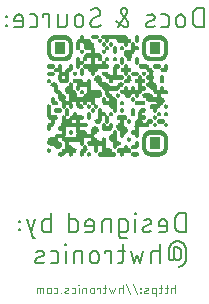
<source format=gbr>
G04 EAGLE Gerber RS-274X export*
G75*
%MOMM*%
%FSLAX34Y34*%
%LPD*%
%INSilkscreen Bottom*%
%IPPOS*%
%AMOC8*
5,1,8,0,0,1.08239X$1,22.5*%
G01*
%ADD10C,0.152400*%
%ADD11C,0.076200*%
%ADD12R,0.850000X0.010000*%
%ADD13R,0.380000X0.010000*%
%ADD14R,0.070000X0.010000*%
%ADD15R,1.310000X0.010000*%
%ADD16R,0.240000X0.010000*%
%ADD17R,0.990000X0.010000*%
%ADD18R,0.440000X0.010000*%
%ADD19R,0.130000X0.010000*%
%ADD20R,1.370000X0.010000*%
%ADD21R,0.310000X0.010000*%
%ADD22R,1.070000X0.010000*%
%ADD23R,0.480000X0.010000*%
%ADD24R,0.170000X0.010000*%
%ADD25R,1.410000X0.010000*%
%ADD26R,0.360000X0.010000*%
%ADD27R,1.130000X0.010000*%
%ADD28R,0.500000X0.010000*%
%ADD29R,0.190000X0.010000*%
%ADD30R,1.430000X0.010000*%
%ADD31R,0.390000X0.010000*%
%ADD32R,1.190000X0.010000*%
%ADD33R,0.520000X0.010000*%
%ADD34R,0.210000X0.010000*%
%ADD35R,1.450000X0.010000*%
%ADD36R,0.420000X0.010000*%
%ADD37R,1.250000X0.010000*%
%ADD38R,0.540000X0.010000*%
%ADD39R,0.230000X0.010000*%
%ADD40R,1.470000X0.010000*%
%ADD41R,0.450000X0.010000*%
%ADD42R,1.290000X0.010000*%
%ADD43R,0.560000X0.010000*%
%ADD44R,0.250000X0.010000*%
%ADD45R,1.490000X0.010000*%
%ADD46R,0.470000X0.010000*%
%ADD47R,1.330000X0.010000*%
%ADD48R,0.580000X0.010000*%
%ADD49R,0.270000X0.010000*%
%ADD50R,1.510000X0.010000*%
%ADD51R,0.490000X0.010000*%
%ADD52R,0.600000X0.010000*%
%ADD53R,0.290000X0.010000*%
%ADD54R,1.530000X0.010000*%
%ADD55R,0.530000X0.010000*%
%ADD56R,0.620000X0.010000*%
%ADD57R,1.550000X0.010000*%
%ADD58R,0.570000X0.010000*%
%ADD59R,1.570000X0.010000*%
%ADD60R,1.590000X0.010000*%
%ADD61R,1.630000X0.010000*%
%ADD62R,1.650000X0.010000*%
%ADD63R,0.590000X0.010000*%
%ADD64R,1.670000X0.010000*%
%ADD65R,1.690000X0.010000*%
%ADD66R,1.710000X0.010000*%
%ADD67R,1.730000X0.010000*%
%ADD68R,1.750000X0.010000*%
%ADD69R,1.770000X0.010000*%
%ADD70R,1.790000X0.010000*%
%ADD71R,1.810000X0.010000*%
%ADD72R,1.830000X0.010000*%
%ADD73R,1.850000X0.010000*%
%ADD74R,0.550000X0.010000*%
%ADD75R,1.870000X0.010000*%
%ADD76R,1.890000X0.010000*%
%ADD77R,1.910000X0.010000*%
%ADD78R,1.000000X0.010000*%
%ADD79R,0.930000X0.010000*%
%ADD80R,1.120000X0.010000*%
%ADD81R,1.060000X0.010000*%
%ADD82R,0.400000X0.010000*%
%ADD83R,1.150000X0.010000*%
%ADD84R,1.100000X0.010000*%
%ADD85R,0.430000X0.010000*%
%ADD86R,1.170000X0.010000*%
%ADD87R,0.510000X0.010000*%
%ADD88R,1.180000X0.010000*%
%ADD89R,1.140000X0.010000*%
%ADD90R,0.460000X0.010000*%
%ADD91R,1.160000X0.010000*%
%ADD92R,0.920000X0.010000*%
%ADD93R,1.200000X0.010000*%
%ADD94R,1.210000X0.010000*%
%ADD95R,1.220000X0.010000*%
%ADD96R,0.410000X0.010000*%
%ADD97R,0.910000X0.010000*%
%ADD98R,1.240000X0.010000*%
%ADD99R,0.900000X0.010000*%
%ADD100R,0.890000X0.010000*%
%ADD101R,0.370000X0.010000*%
%ADD102R,0.880000X0.010000*%
%ADD103R,0.870000X0.010000*%
%ADD104R,0.860000X0.010000*%
%ADD105R,0.350000X0.010000*%
%ADD106R,0.840000X0.010000*%
%ADD107R,0.830000X0.010000*%
%ADD108R,0.820000X0.010000*%
%ADD109R,1.110000X0.010000*%
%ADD110R,0.810000X0.010000*%
%ADD111R,1.090000X0.010000*%
%ADD112R,0.340000X0.010000*%
%ADD113R,0.800000X0.010000*%
%ADD114R,0.780000X0.010000*%
%ADD115R,1.040000X0.010000*%
%ADD116R,0.330000X0.010000*%
%ADD117R,0.760000X0.010000*%
%ADD118R,1.010000X0.010000*%
%ADD119R,0.740000X0.010000*%
%ADD120R,0.980000X0.010000*%
%ADD121R,0.720000X0.010000*%
%ADD122R,0.940000X0.010000*%
%ADD123R,0.670000X0.010000*%
%ADD124R,0.100000X0.010000*%
%ADD125R,0.180000X0.010000*%
%ADD126R,0.280000X0.010000*%
%ADD127R,0.320000X0.010000*%
%ADD128R,0.610000X0.010000*%
%ADD129R,1.460000X0.010000*%
%ADD130R,1.020000X0.010000*%
%ADD131R,1.480000X0.010000*%
%ADD132R,1.050000X0.010000*%
%ADD133R,1.500000X0.010000*%
%ADD134R,1.520000X0.010000*%
%ADD135R,1.540000X0.010000*%
%ADD136R,1.030000X0.010000*%
%ADD137R,1.600000X0.010000*%
%ADD138R,1.640000X0.010000*%
%ADD139R,1.740000X0.010000*%
%ADD140R,1.760000X0.010000*%
%ADD141R,1.780000X0.010000*%
%ADD142R,1.800000X0.010000*%
%ADD143R,1.820000X0.010000*%
%ADD144R,1.840000X0.010000*%
%ADD145R,1.860000X0.010000*%
%ADD146R,1.340000X0.010000*%
%ADD147R,0.710000X0.010000*%
%ADD148R,0.630000X0.010000*%
%ADD149R,0.790000X0.010000*%
%ADD150R,0.690000X0.010000*%
%ADD151R,0.730000X0.010000*%
%ADD152R,0.750000X0.010000*%
%ADD153R,0.770000X0.010000*%
%ADD154R,0.200000X0.010000*%
%ADD155R,2.050000X0.010000*%
%ADD156R,2.080000X0.010000*%
%ADD157R,2.100000X0.010000*%
%ADD158R,2.110000X0.010000*%
%ADD159R,2.120000X0.010000*%
%ADD160R,2.130000X0.010000*%
%ADD161R,2.140000X0.010000*%
%ADD162R,2.150000X0.010000*%
%ADD163R,2.160000X0.010000*%
%ADD164R,2.170000X0.010000*%
%ADD165R,1.230000X0.010000*%
%ADD166R,0.700000X0.010000*%
%ADD167R,1.360000X0.010000*%
%ADD168R,1.380000X0.010000*%
%ADD169R,1.400000X0.010000*%
%ADD170R,1.420000X0.010000*%
%ADD171R,1.440000X0.010000*%
%ADD172R,1.660000X0.010000*%
%ADD173R,1.350000X0.010000*%
%ADD174R,1.390000X0.010000*%
%ADD175R,1.320000X0.010000*%
%ADD176R,1.930000X0.010000*%
%ADD177R,1.990000X0.010000*%
%ADD178R,2.030000X0.010000*%
%ADD179R,2.070000X0.010000*%
%ADD180R,2.090000X0.010000*%
%ADD181R,1.080000X0.010000*%
%ADD182R,2.040000X0.010000*%
%ADD183R,2.020000X0.010000*%
%ADD184R,2.000000X0.010000*%
%ADD185R,1.970000X0.010000*%
%ADD186R,1.940000X0.010000*%


D10*
X239238Y355762D02*
X239238Y372018D01*
X234722Y372018D01*
X234591Y372016D01*
X234459Y372010D01*
X234328Y372001D01*
X234198Y371987D01*
X234067Y371970D01*
X233938Y371949D01*
X233809Y371925D01*
X233681Y371896D01*
X233553Y371864D01*
X233427Y371828D01*
X233302Y371789D01*
X233177Y371746D01*
X233055Y371699D01*
X232933Y371649D01*
X232813Y371595D01*
X232695Y371538D01*
X232579Y371477D01*
X232464Y371413D01*
X232351Y371346D01*
X232240Y371275D01*
X232132Y371201D01*
X232025Y371124D01*
X231921Y371044D01*
X231819Y370961D01*
X231720Y370876D01*
X231623Y370787D01*
X231529Y370695D01*
X231437Y370601D01*
X231348Y370504D01*
X231263Y370405D01*
X231180Y370303D01*
X231100Y370199D01*
X231023Y370092D01*
X230949Y369984D01*
X230878Y369873D01*
X230811Y369760D01*
X230747Y369645D01*
X230686Y369529D01*
X230629Y369411D01*
X230575Y369291D01*
X230525Y369169D01*
X230478Y369047D01*
X230435Y368922D01*
X230396Y368797D01*
X230360Y368671D01*
X230328Y368543D01*
X230299Y368415D01*
X230275Y368286D01*
X230254Y368157D01*
X230237Y368026D01*
X230223Y367896D01*
X230214Y367765D01*
X230208Y367633D01*
X230206Y367502D01*
X230207Y367502D02*
X230207Y360278D01*
X230206Y360278D02*
X230208Y360147D01*
X230214Y360015D01*
X230223Y359884D01*
X230237Y359754D01*
X230254Y359623D01*
X230275Y359494D01*
X230299Y359365D01*
X230328Y359237D01*
X230360Y359109D01*
X230396Y358983D01*
X230435Y358858D01*
X230478Y358733D01*
X230525Y358611D01*
X230575Y358489D01*
X230629Y358369D01*
X230686Y358251D01*
X230747Y358135D01*
X230811Y358020D01*
X230878Y357907D01*
X230949Y357796D01*
X231023Y357688D01*
X231100Y357581D01*
X231180Y357477D01*
X231263Y357375D01*
X231348Y357276D01*
X231437Y357179D01*
X231529Y357085D01*
X231623Y356993D01*
X231720Y356904D01*
X231819Y356819D01*
X231921Y356736D01*
X232025Y356656D01*
X232132Y356579D01*
X232240Y356505D01*
X232351Y356434D01*
X232464Y356367D01*
X232579Y356303D01*
X232695Y356242D01*
X232813Y356185D01*
X232933Y356131D01*
X233055Y356081D01*
X233177Y356034D01*
X233302Y355991D01*
X233427Y355952D01*
X233553Y355916D01*
X233681Y355884D01*
X233809Y355855D01*
X233938Y355831D01*
X234067Y355810D01*
X234198Y355793D01*
X234328Y355779D01*
X234459Y355770D01*
X234591Y355764D01*
X234722Y355762D01*
X239238Y355762D01*
X223225Y359374D02*
X223225Y362987D01*
X223224Y362987D02*
X223222Y363106D01*
X223216Y363226D01*
X223206Y363345D01*
X223192Y363463D01*
X223175Y363582D01*
X223153Y363699D01*
X223128Y363816D01*
X223098Y363931D01*
X223065Y364046D01*
X223028Y364160D01*
X222988Y364272D01*
X222943Y364383D01*
X222895Y364492D01*
X222844Y364600D01*
X222789Y364706D01*
X222730Y364810D01*
X222668Y364912D01*
X222603Y365012D01*
X222534Y365110D01*
X222462Y365206D01*
X222387Y365299D01*
X222310Y365389D01*
X222229Y365477D01*
X222145Y365562D01*
X222058Y365644D01*
X221969Y365724D01*
X221877Y365800D01*
X221783Y365874D01*
X221686Y365944D01*
X221588Y366011D01*
X221487Y366075D01*
X221383Y366135D01*
X221278Y366192D01*
X221171Y366245D01*
X221063Y366295D01*
X220953Y366341D01*
X220841Y366383D01*
X220728Y366422D01*
X220614Y366457D01*
X220499Y366488D01*
X220382Y366516D01*
X220265Y366539D01*
X220148Y366559D01*
X220029Y366575D01*
X219910Y366587D01*
X219791Y366595D01*
X219672Y366599D01*
X219552Y366599D01*
X219433Y366595D01*
X219314Y366587D01*
X219195Y366575D01*
X219076Y366559D01*
X218959Y366539D01*
X218842Y366516D01*
X218725Y366488D01*
X218610Y366457D01*
X218496Y366422D01*
X218383Y366383D01*
X218271Y366341D01*
X218161Y366295D01*
X218053Y366245D01*
X217946Y366192D01*
X217841Y366135D01*
X217737Y366075D01*
X217636Y366011D01*
X217538Y365944D01*
X217441Y365874D01*
X217347Y365800D01*
X217255Y365724D01*
X217166Y365644D01*
X217079Y365562D01*
X216995Y365477D01*
X216914Y365389D01*
X216837Y365299D01*
X216762Y365206D01*
X216690Y365110D01*
X216621Y365012D01*
X216556Y364912D01*
X216494Y364810D01*
X216435Y364706D01*
X216380Y364600D01*
X216329Y364492D01*
X216281Y364383D01*
X216236Y364272D01*
X216196Y364160D01*
X216159Y364046D01*
X216126Y363931D01*
X216096Y363816D01*
X216071Y363699D01*
X216049Y363582D01*
X216032Y363463D01*
X216018Y363345D01*
X216008Y363226D01*
X216002Y363106D01*
X216000Y362987D01*
X216000Y359374D01*
X216002Y359255D01*
X216008Y359135D01*
X216018Y359016D01*
X216032Y358898D01*
X216049Y358779D01*
X216071Y358662D01*
X216096Y358545D01*
X216126Y358430D01*
X216159Y358315D01*
X216196Y358201D01*
X216236Y358089D01*
X216281Y357978D01*
X216329Y357869D01*
X216380Y357761D01*
X216435Y357655D01*
X216494Y357551D01*
X216556Y357449D01*
X216621Y357349D01*
X216690Y357251D01*
X216762Y357155D01*
X216837Y357062D01*
X216914Y356972D01*
X216995Y356884D01*
X217079Y356799D01*
X217166Y356717D01*
X217255Y356637D01*
X217347Y356561D01*
X217441Y356487D01*
X217538Y356417D01*
X217636Y356350D01*
X217737Y356286D01*
X217841Y356226D01*
X217946Y356169D01*
X218053Y356116D01*
X218161Y356066D01*
X218271Y356020D01*
X218383Y355978D01*
X218496Y355939D01*
X218610Y355904D01*
X218725Y355873D01*
X218842Y355845D01*
X218959Y355822D01*
X219076Y355802D01*
X219195Y355786D01*
X219314Y355774D01*
X219433Y355766D01*
X219552Y355762D01*
X219672Y355762D01*
X219791Y355766D01*
X219910Y355774D01*
X220029Y355786D01*
X220148Y355802D01*
X220265Y355822D01*
X220382Y355845D01*
X220499Y355873D01*
X220614Y355904D01*
X220728Y355939D01*
X220841Y355978D01*
X220953Y356020D01*
X221063Y356066D01*
X221171Y356116D01*
X221278Y356169D01*
X221383Y356226D01*
X221487Y356286D01*
X221588Y356350D01*
X221686Y356417D01*
X221783Y356487D01*
X221877Y356561D01*
X221969Y356637D01*
X222058Y356717D01*
X222145Y356799D01*
X222229Y356884D01*
X222310Y356972D01*
X222387Y357062D01*
X222462Y357155D01*
X222534Y357251D01*
X222603Y357349D01*
X222668Y357449D01*
X222730Y357551D01*
X222789Y357655D01*
X222844Y357761D01*
X222895Y357869D01*
X222943Y357978D01*
X222988Y358089D01*
X223028Y358201D01*
X223065Y358315D01*
X223098Y358430D01*
X223128Y358545D01*
X223153Y358662D01*
X223175Y358779D01*
X223192Y358898D01*
X223206Y359016D01*
X223216Y359135D01*
X223222Y359255D01*
X223224Y359374D01*
X206951Y355762D02*
X203338Y355762D01*
X206951Y355762D02*
X207052Y355764D01*
X207153Y355770D01*
X207254Y355779D01*
X207355Y355792D01*
X207455Y355809D01*
X207554Y355830D01*
X207652Y355854D01*
X207749Y355882D01*
X207846Y355914D01*
X207941Y355949D01*
X208034Y355988D01*
X208126Y356030D01*
X208217Y356076D01*
X208306Y356125D01*
X208392Y356177D01*
X208477Y356233D01*
X208560Y356291D01*
X208640Y356353D01*
X208718Y356418D01*
X208794Y356485D01*
X208867Y356555D01*
X208937Y356628D01*
X209004Y356704D01*
X209069Y356782D01*
X209131Y356862D01*
X209189Y356945D01*
X209245Y357030D01*
X209297Y357117D01*
X209346Y357205D01*
X209392Y357296D01*
X209434Y357388D01*
X209473Y357481D01*
X209508Y357576D01*
X209540Y357673D01*
X209568Y357770D01*
X209592Y357868D01*
X209613Y357967D01*
X209630Y358067D01*
X209643Y358168D01*
X209652Y358269D01*
X209658Y358370D01*
X209660Y358471D01*
X209660Y363890D01*
X209658Y363991D01*
X209652Y364092D01*
X209643Y364193D01*
X209630Y364294D01*
X209613Y364394D01*
X209592Y364493D01*
X209568Y364591D01*
X209540Y364688D01*
X209508Y364785D01*
X209473Y364880D01*
X209434Y364973D01*
X209392Y365065D01*
X209346Y365156D01*
X209297Y365245D01*
X209245Y365331D01*
X209189Y365416D01*
X209131Y365499D01*
X209069Y365579D01*
X209004Y365657D01*
X208937Y365733D01*
X208867Y365806D01*
X208794Y365876D01*
X208718Y365943D01*
X208640Y366008D01*
X208560Y366070D01*
X208477Y366128D01*
X208392Y366184D01*
X208306Y366236D01*
X208217Y366285D01*
X208126Y366331D01*
X208034Y366373D01*
X207941Y366412D01*
X207846Y366447D01*
X207749Y366479D01*
X207652Y366507D01*
X207554Y366531D01*
X207455Y366552D01*
X207355Y366569D01*
X207254Y366582D01*
X207153Y366591D01*
X207052Y366597D01*
X206951Y366599D01*
X203338Y366599D01*
X196339Y362084D02*
X191823Y360278D01*
X196339Y362084D02*
X196427Y362121D01*
X196513Y362162D01*
X196598Y362206D01*
X196681Y362254D01*
X196761Y362305D01*
X196840Y362359D01*
X196916Y362417D01*
X196990Y362477D01*
X197062Y362541D01*
X197130Y362607D01*
X197196Y362677D01*
X197259Y362748D01*
X197320Y362823D01*
X197377Y362899D01*
X197430Y362978D01*
X197481Y363059D01*
X197528Y363142D01*
X197572Y363227D01*
X197612Y363314D01*
X197649Y363402D01*
X197682Y363492D01*
X197712Y363583D01*
X197737Y363675D01*
X197759Y363768D01*
X197777Y363862D01*
X197792Y363956D01*
X197802Y364051D01*
X197808Y364147D01*
X197811Y364242D01*
X197810Y364338D01*
X197804Y364433D01*
X197795Y364529D01*
X197782Y364623D01*
X197766Y364717D01*
X197745Y364811D01*
X197720Y364903D01*
X197692Y364994D01*
X197660Y365084D01*
X197625Y365173D01*
X197586Y365260D01*
X197543Y365346D01*
X197497Y365430D01*
X197447Y365511D01*
X197395Y365591D01*
X197339Y365669D01*
X197279Y365744D01*
X197217Y365816D01*
X197152Y365886D01*
X197084Y365954D01*
X197014Y366018D01*
X196941Y366080D01*
X196865Y366138D01*
X196787Y366194D01*
X196707Y366246D01*
X196625Y366295D01*
X196541Y366340D01*
X196455Y366382D01*
X196368Y366421D01*
X196279Y366456D01*
X196188Y366487D01*
X196097Y366514D01*
X196004Y366538D01*
X195911Y366558D01*
X195817Y366574D01*
X195722Y366586D01*
X195627Y366595D01*
X195531Y366599D01*
X195436Y366600D01*
X195189Y366593D01*
X194943Y366581D01*
X194697Y366563D01*
X194451Y366538D01*
X194207Y366508D01*
X193963Y366472D01*
X193720Y366431D01*
X193478Y366383D01*
X193237Y366329D01*
X192998Y366270D01*
X192760Y366205D01*
X192524Y366134D01*
X192289Y366058D01*
X192056Y365976D01*
X191826Y365888D01*
X191598Y365795D01*
X191371Y365697D01*
X191823Y360277D02*
X191735Y360240D01*
X191649Y360199D01*
X191564Y360155D01*
X191481Y360107D01*
X191401Y360056D01*
X191322Y360002D01*
X191246Y359944D01*
X191172Y359884D01*
X191100Y359820D01*
X191032Y359754D01*
X190966Y359684D01*
X190903Y359613D01*
X190842Y359538D01*
X190785Y359462D01*
X190732Y359383D01*
X190681Y359302D01*
X190634Y359219D01*
X190590Y359134D01*
X190550Y359047D01*
X190513Y358959D01*
X190480Y358869D01*
X190450Y358778D01*
X190425Y358686D01*
X190403Y358593D01*
X190385Y358499D01*
X190370Y358405D01*
X190360Y358310D01*
X190354Y358214D01*
X190351Y358119D01*
X190352Y358023D01*
X190358Y357928D01*
X190367Y357832D01*
X190380Y357738D01*
X190396Y357644D01*
X190417Y357550D01*
X190442Y357458D01*
X190470Y357367D01*
X190502Y357277D01*
X190537Y357188D01*
X190576Y357101D01*
X190619Y357015D01*
X190665Y356931D01*
X190715Y356850D01*
X190767Y356770D01*
X190823Y356692D01*
X190883Y356617D01*
X190945Y356545D01*
X191010Y356475D01*
X191078Y356407D01*
X191148Y356343D01*
X191221Y356281D01*
X191297Y356223D01*
X191375Y356167D01*
X191455Y356115D01*
X191537Y356066D01*
X191621Y356021D01*
X191707Y355979D01*
X191794Y355940D01*
X191883Y355905D01*
X191974Y355874D01*
X192065Y355847D01*
X192158Y355823D01*
X192251Y355803D01*
X192345Y355787D01*
X192440Y355775D01*
X192535Y355766D01*
X192631Y355762D01*
X192726Y355761D01*
X192727Y355762D02*
X193089Y355771D01*
X193451Y355789D01*
X193812Y355816D01*
X194172Y355851D01*
X194532Y355894D01*
X194891Y355946D01*
X195248Y356007D01*
X195603Y356076D01*
X195957Y356153D01*
X196309Y356239D01*
X196659Y356333D01*
X197007Y356436D01*
X197352Y356546D01*
X197694Y356665D01*
X174054Y367954D02*
X174105Y368041D01*
X174154Y368130D01*
X174199Y368220D01*
X174240Y368312D01*
X174278Y368406D01*
X174313Y368501D01*
X174343Y368597D01*
X174371Y368694D01*
X174394Y368792D01*
X174414Y368892D01*
X174429Y368991D01*
X174442Y369092D01*
X174450Y369192D01*
X174454Y369293D01*
X174455Y369394D01*
X174452Y369495D01*
X174444Y369596D01*
X174434Y369696D01*
X174419Y369796D01*
X174400Y369896D01*
X174378Y369994D01*
X174352Y370092D01*
X174322Y370188D01*
X174289Y370284D01*
X174252Y370378D01*
X174212Y370470D01*
X174168Y370561D01*
X174120Y370650D01*
X174070Y370738D01*
X174016Y370823D01*
X173958Y370906D01*
X173898Y370987D01*
X173835Y371066D01*
X173768Y371142D01*
X173699Y371216D01*
X173627Y371287D01*
X173553Y371355D01*
X173476Y371420D01*
X173396Y371482D01*
X173315Y371542D01*
X173231Y371598D01*
X173144Y371651D01*
X173056Y371700D01*
X172967Y371746D01*
X172875Y371789D01*
X172782Y371828D01*
X172688Y371864D01*
X172592Y371896D01*
X172495Y371925D01*
X172397Y371949D01*
X172298Y371970D01*
X172199Y371987D01*
X172098Y372001D01*
X171998Y372010D01*
X171897Y372016D01*
X171796Y372018D01*
X174054Y367954D02*
X166377Y355762D01*
X169538Y367954D02*
X169487Y368041D01*
X169438Y368130D01*
X169393Y368220D01*
X169352Y368312D01*
X169314Y368406D01*
X169279Y368501D01*
X169249Y368597D01*
X169221Y368694D01*
X169198Y368792D01*
X169178Y368892D01*
X169163Y368991D01*
X169150Y369092D01*
X169142Y369192D01*
X169138Y369293D01*
X169137Y369394D01*
X169140Y369495D01*
X169148Y369596D01*
X169158Y369696D01*
X169173Y369796D01*
X169192Y369896D01*
X169214Y369994D01*
X169240Y370092D01*
X169270Y370188D01*
X169303Y370284D01*
X169340Y370378D01*
X169380Y370470D01*
X169424Y370561D01*
X169472Y370650D01*
X169522Y370738D01*
X169576Y370823D01*
X169634Y370906D01*
X169694Y370987D01*
X169757Y371066D01*
X169824Y371142D01*
X169893Y371216D01*
X169965Y371287D01*
X170039Y371355D01*
X170116Y371420D01*
X170196Y371482D01*
X170277Y371542D01*
X170361Y371598D01*
X170448Y371651D01*
X170536Y371700D01*
X170625Y371746D01*
X170717Y371789D01*
X170810Y371828D01*
X170904Y371864D01*
X171000Y371896D01*
X171097Y371925D01*
X171195Y371949D01*
X171294Y371970D01*
X171393Y371987D01*
X171494Y372001D01*
X171594Y372010D01*
X171695Y372016D01*
X171796Y372018D01*
X175408Y358471D02*
X175406Y358370D01*
X175400Y358269D01*
X175391Y358168D01*
X175378Y358067D01*
X175361Y357967D01*
X175340Y357868D01*
X175316Y357770D01*
X175288Y357673D01*
X175256Y357576D01*
X175221Y357481D01*
X175182Y357388D01*
X175140Y357296D01*
X175094Y357205D01*
X175045Y357117D01*
X174993Y357030D01*
X174937Y356945D01*
X174879Y356862D01*
X174817Y356782D01*
X174752Y356704D01*
X174685Y356628D01*
X174615Y356555D01*
X174542Y356485D01*
X174466Y356418D01*
X174388Y356353D01*
X174308Y356291D01*
X174225Y356233D01*
X174140Y356177D01*
X174054Y356125D01*
X173965Y356076D01*
X173874Y356030D01*
X173782Y355988D01*
X173689Y355949D01*
X173594Y355914D01*
X173497Y355882D01*
X173400Y355854D01*
X173302Y355830D01*
X173203Y355809D01*
X173103Y355792D01*
X173002Y355779D01*
X172901Y355770D01*
X172800Y355764D01*
X172699Y355762D01*
X175409Y358471D02*
X175407Y358562D01*
X175402Y358652D01*
X175393Y358743D01*
X175380Y358833D01*
X175364Y358922D01*
X175344Y359011D01*
X175320Y359098D01*
X175293Y359185D01*
X175263Y359271D01*
X175229Y359355D01*
X175192Y359438D01*
X175151Y359519D01*
X175107Y359598D01*
X175060Y359676D01*
X175010Y359752D01*
X174957Y359826D01*
X169538Y367954D01*
X171344Y356214D02*
X171418Y356161D01*
X171494Y356111D01*
X171572Y356064D01*
X171651Y356020D01*
X171732Y355979D01*
X171815Y355942D01*
X171899Y355908D01*
X171985Y355878D01*
X172072Y355851D01*
X172159Y355827D01*
X172248Y355807D01*
X172337Y355791D01*
X172427Y355778D01*
X172518Y355769D01*
X172608Y355764D01*
X172699Y355762D01*
X171345Y356214D02*
X164571Y361181D01*
X146806Y355762D02*
X146688Y355764D01*
X146570Y355770D01*
X146452Y355779D01*
X146335Y355793D01*
X146218Y355810D01*
X146101Y355831D01*
X145986Y355856D01*
X145871Y355885D01*
X145757Y355918D01*
X145645Y355954D01*
X145534Y355994D01*
X145424Y356037D01*
X145315Y356084D01*
X145208Y356134D01*
X145103Y356189D01*
X145000Y356246D01*
X144899Y356307D01*
X144799Y356371D01*
X144702Y356438D01*
X144607Y356508D01*
X144515Y356582D01*
X144424Y356658D01*
X144337Y356738D01*
X144252Y356820D01*
X144170Y356905D01*
X144090Y356992D01*
X144014Y357083D01*
X143940Y357175D01*
X143870Y357270D01*
X143803Y357367D01*
X143739Y357467D01*
X143678Y357568D01*
X143621Y357671D01*
X143566Y357776D01*
X143516Y357883D01*
X143469Y357992D01*
X143426Y358102D01*
X143386Y358213D01*
X143350Y358325D01*
X143317Y358439D01*
X143288Y358554D01*
X143263Y358669D01*
X143242Y358786D01*
X143225Y358903D01*
X143211Y359020D01*
X143202Y359138D01*
X143196Y359256D01*
X143194Y359374D01*
X146806Y355762D02*
X146989Y355764D01*
X147171Y355771D01*
X147353Y355782D01*
X147535Y355797D01*
X147717Y355817D01*
X147898Y355841D01*
X148078Y355869D01*
X148258Y355901D01*
X148437Y355938D01*
X148614Y355979D01*
X148791Y356025D01*
X148967Y356074D01*
X149142Y356128D01*
X149315Y356186D01*
X149486Y356248D01*
X149657Y356314D01*
X149825Y356385D01*
X149992Y356459D01*
X150157Y356537D01*
X150320Y356619D01*
X150481Y356705D01*
X150640Y356795D01*
X150797Y356889D01*
X150951Y356986D01*
X151103Y357087D01*
X151253Y357192D01*
X151400Y357300D01*
X151544Y357411D01*
X151686Y357526D01*
X151825Y357645D01*
X151961Y357767D01*
X152094Y357892D01*
X152224Y358020D01*
X151772Y368406D02*
X151770Y368524D01*
X151764Y368642D01*
X151755Y368760D01*
X151741Y368877D01*
X151724Y368994D01*
X151703Y369111D01*
X151678Y369226D01*
X151649Y369341D01*
X151616Y369455D01*
X151580Y369567D01*
X151540Y369678D01*
X151497Y369788D01*
X151450Y369897D01*
X151400Y370004D01*
X151345Y370109D01*
X151288Y370212D01*
X151227Y370313D01*
X151163Y370413D01*
X151096Y370510D01*
X151026Y370605D01*
X150952Y370697D01*
X150876Y370788D01*
X150796Y370875D01*
X150714Y370960D01*
X150629Y371042D01*
X150542Y371122D01*
X150451Y371198D01*
X150359Y371272D01*
X150264Y371342D01*
X150167Y371409D01*
X150067Y371473D01*
X149966Y371534D01*
X149863Y371591D01*
X149758Y371646D01*
X149651Y371696D01*
X149542Y371743D01*
X149432Y371786D01*
X149321Y371826D01*
X149209Y371862D01*
X149095Y371895D01*
X148980Y371924D01*
X148865Y371949D01*
X148748Y371970D01*
X148631Y371987D01*
X148514Y372001D01*
X148396Y372010D01*
X148278Y372016D01*
X148160Y372018D01*
X147999Y372016D01*
X147837Y372010D01*
X147676Y372001D01*
X147515Y371987D01*
X147355Y371970D01*
X147195Y371949D01*
X147035Y371924D01*
X146876Y371895D01*
X146718Y371863D01*
X146561Y371827D01*
X146405Y371787D01*
X146249Y371743D01*
X146095Y371695D01*
X145942Y371644D01*
X145790Y371590D01*
X145639Y371531D01*
X145490Y371470D01*
X145343Y371404D01*
X145197Y371335D01*
X145052Y371263D01*
X144910Y371187D01*
X144769Y371108D01*
X144630Y371026D01*
X144494Y370940D01*
X144359Y370851D01*
X144226Y370759D01*
X144096Y370663D01*
X149967Y365245D02*
X150068Y365307D01*
X150168Y365372D01*
X150265Y365441D01*
X150360Y365513D01*
X150453Y365587D01*
X150543Y365665D01*
X150631Y365746D01*
X150716Y365829D01*
X150798Y365915D01*
X150877Y366004D01*
X150954Y366095D01*
X151027Y366189D01*
X151098Y366285D01*
X151165Y366383D01*
X151229Y366483D01*
X151290Y366586D01*
X151347Y366690D01*
X151401Y366796D01*
X151451Y366904D01*
X151498Y367013D01*
X151542Y367124D01*
X151582Y367236D01*
X151618Y367350D01*
X151650Y367464D01*
X151679Y367580D01*
X151704Y367696D01*
X151725Y367813D01*
X151742Y367931D01*
X151756Y368049D01*
X151765Y368168D01*
X151771Y368287D01*
X151773Y368406D01*
X144999Y362535D02*
X144898Y362473D01*
X144798Y362408D01*
X144701Y362339D01*
X144606Y362267D01*
X144513Y362193D01*
X144423Y362115D01*
X144335Y362034D01*
X144250Y361951D01*
X144168Y361865D01*
X144089Y361776D01*
X144012Y361685D01*
X143939Y361591D01*
X143868Y361495D01*
X143801Y361397D01*
X143737Y361297D01*
X143676Y361194D01*
X143619Y361090D01*
X143565Y360984D01*
X143515Y360876D01*
X143468Y360767D01*
X143424Y360656D01*
X143384Y360544D01*
X143348Y360430D01*
X143316Y360316D01*
X143287Y360200D01*
X143262Y360084D01*
X143241Y359967D01*
X143224Y359849D01*
X143210Y359731D01*
X143201Y359612D01*
X143195Y359493D01*
X143193Y359374D01*
X144999Y362535D02*
X149966Y365245D01*
X137253Y362987D02*
X137253Y359374D01*
X137253Y362987D02*
X137251Y363106D01*
X137245Y363226D01*
X137235Y363345D01*
X137221Y363463D01*
X137204Y363582D01*
X137182Y363699D01*
X137157Y363816D01*
X137127Y363931D01*
X137094Y364046D01*
X137057Y364160D01*
X137017Y364272D01*
X136972Y364383D01*
X136924Y364492D01*
X136873Y364600D01*
X136818Y364706D01*
X136759Y364810D01*
X136697Y364912D01*
X136632Y365012D01*
X136563Y365110D01*
X136491Y365206D01*
X136416Y365299D01*
X136339Y365389D01*
X136258Y365477D01*
X136174Y365562D01*
X136087Y365644D01*
X135998Y365724D01*
X135906Y365800D01*
X135812Y365874D01*
X135715Y365944D01*
X135617Y366011D01*
X135516Y366075D01*
X135412Y366135D01*
X135307Y366192D01*
X135200Y366245D01*
X135092Y366295D01*
X134982Y366341D01*
X134870Y366383D01*
X134757Y366422D01*
X134643Y366457D01*
X134528Y366488D01*
X134411Y366516D01*
X134294Y366539D01*
X134177Y366559D01*
X134058Y366575D01*
X133939Y366587D01*
X133820Y366595D01*
X133701Y366599D01*
X133581Y366599D01*
X133462Y366595D01*
X133343Y366587D01*
X133224Y366575D01*
X133105Y366559D01*
X132988Y366539D01*
X132871Y366516D01*
X132754Y366488D01*
X132639Y366457D01*
X132525Y366422D01*
X132412Y366383D01*
X132300Y366341D01*
X132190Y366295D01*
X132082Y366245D01*
X131975Y366192D01*
X131870Y366135D01*
X131766Y366075D01*
X131665Y366011D01*
X131567Y365944D01*
X131470Y365874D01*
X131376Y365800D01*
X131284Y365724D01*
X131195Y365644D01*
X131108Y365562D01*
X131024Y365477D01*
X130943Y365389D01*
X130866Y365299D01*
X130791Y365206D01*
X130719Y365110D01*
X130650Y365012D01*
X130585Y364912D01*
X130523Y364810D01*
X130464Y364706D01*
X130409Y364600D01*
X130358Y364492D01*
X130310Y364383D01*
X130265Y364272D01*
X130225Y364160D01*
X130188Y364046D01*
X130155Y363931D01*
X130125Y363816D01*
X130100Y363699D01*
X130078Y363582D01*
X130061Y363463D01*
X130047Y363345D01*
X130037Y363226D01*
X130031Y363106D01*
X130029Y362987D01*
X130028Y362987D02*
X130028Y359374D01*
X130029Y359374D02*
X130031Y359255D01*
X130037Y359135D01*
X130047Y359016D01*
X130061Y358898D01*
X130078Y358779D01*
X130100Y358662D01*
X130125Y358545D01*
X130155Y358430D01*
X130188Y358315D01*
X130225Y358201D01*
X130265Y358089D01*
X130310Y357978D01*
X130358Y357869D01*
X130409Y357761D01*
X130464Y357655D01*
X130523Y357551D01*
X130585Y357449D01*
X130650Y357349D01*
X130719Y357251D01*
X130791Y357155D01*
X130866Y357062D01*
X130943Y356972D01*
X131024Y356884D01*
X131108Y356799D01*
X131195Y356717D01*
X131284Y356637D01*
X131376Y356561D01*
X131470Y356487D01*
X131567Y356417D01*
X131665Y356350D01*
X131766Y356286D01*
X131870Y356226D01*
X131975Y356169D01*
X132082Y356116D01*
X132190Y356066D01*
X132300Y356020D01*
X132412Y355978D01*
X132525Y355939D01*
X132639Y355904D01*
X132754Y355873D01*
X132871Y355845D01*
X132988Y355822D01*
X133105Y355802D01*
X133224Y355786D01*
X133343Y355774D01*
X133462Y355766D01*
X133581Y355762D01*
X133701Y355762D01*
X133820Y355766D01*
X133939Y355774D01*
X134058Y355786D01*
X134177Y355802D01*
X134294Y355822D01*
X134411Y355845D01*
X134528Y355873D01*
X134643Y355904D01*
X134757Y355939D01*
X134870Y355978D01*
X134982Y356020D01*
X135092Y356066D01*
X135200Y356116D01*
X135307Y356169D01*
X135412Y356226D01*
X135516Y356286D01*
X135617Y356350D01*
X135715Y356417D01*
X135812Y356487D01*
X135906Y356561D01*
X135998Y356637D01*
X136087Y356717D01*
X136174Y356799D01*
X136258Y356884D01*
X136339Y356972D01*
X136416Y357062D01*
X136491Y357155D01*
X136563Y357251D01*
X136632Y357349D01*
X136697Y357449D01*
X136759Y357551D01*
X136818Y357655D01*
X136873Y357761D01*
X136924Y357869D01*
X136972Y357978D01*
X137017Y358089D01*
X137057Y358201D01*
X137094Y358315D01*
X137127Y358430D01*
X137157Y358545D01*
X137182Y358662D01*
X137204Y358779D01*
X137221Y358898D01*
X137235Y359016D01*
X137245Y359135D01*
X137251Y359255D01*
X137253Y359374D01*
X123185Y358471D02*
X123185Y366599D01*
X123185Y358471D02*
X123183Y358370D01*
X123177Y358269D01*
X123168Y358168D01*
X123155Y358067D01*
X123138Y357967D01*
X123117Y357868D01*
X123093Y357770D01*
X123065Y357673D01*
X123033Y357576D01*
X122998Y357481D01*
X122959Y357388D01*
X122917Y357296D01*
X122871Y357205D01*
X122822Y357117D01*
X122770Y357030D01*
X122714Y356945D01*
X122656Y356862D01*
X122594Y356782D01*
X122529Y356704D01*
X122462Y356628D01*
X122392Y356555D01*
X122319Y356485D01*
X122243Y356418D01*
X122165Y356353D01*
X122085Y356291D01*
X122002Y356233D01*
X121917Y356177D01*
X121830Y356125D01*
X121742Y356076D01*
X121651Y356030D01*
X121559Y355988D01*
X121466Y355949D01*
X121371Y355914D01*
X121274Y355882D01*
X121177Y355854D01*
X121079Y355830D01*
X120980Y355809D01*
X120880Y355792D01*
X120779Y355779D01*
X120678Y355770D01*
X120577Y355764D01*
X120476Y355762D01*
X115960Y355762D01*
X115960Y366599D01*
X108511Y366599D02*
X108511Y355762D01*
X108511Y366599D02*
X103092Y366599D01*
X103092Y364793D01*
X95448Y355762D02*
X91836Y355762D01*
X95448Y355762D02*
X95549Y355764D01*
X95650Y355770D01*
X95751Y355779D01*
X95852Y355792D01*
X95952Y355809D01*
X96051Y355830D01*
X96149Y355854D01*
X96246Y355882D01*
X96343Y355914D01*
X96438Y355949D01*
X96531Y355988D01*
X96623Y356030D01*
X96714Y356076D01*
X96802Y356125D01*
X96889Y356177D01*
X96974Y356233D01*
X97057Y356291D01*
X97137Y356353D01*
X97215Y356418D01*
X97291Y356485D01*
X97364Y356555D01*
X97434Y356628D01*
X97501Y356704D01*
X97566Y356782D01*
X97628Y356862D01*
X97686Y356945D01*
X97742Y357030D01*
X97794Y357117D01*
X97843Y357205D01*
X97889Y357296D01*
X97931Y357388D01*
X97970Y357481D01*
X98005Y357576D01*
X98037Y357673D01*
X98065Y357770D01*
X98089Y357868D01*
X98110Y357967D01*
X98127Y358067D01*
X98140Y358168D01*
X98149Y358269D01*
X98155Y358370D01*
X98157Y358471D01*
X98157Y363890D01*
X98155Y363991D01*
X98149Y364092D01*
X98140Y364193D01*
X98127Y364294D01*
X98110Y364394D01*
X98089Y364493D01*
X98065Y364591D01*
X98037Y364688D01*
X98005Y364785D01*
X97970Y364880D01*
X97931Y364973D01*
X97889Y365065D01*
X97843Y365156D01*
X97794Y365245D01*
X97742Y365331D01*
X97686Y365416D01*
X97628Y365499D01*
X97566Y365579D01*
X97501Y365657D01*
X97434Y365733D01*
X97364Y365806D01*
X97291Y365876D01*
X97215Y365943D01*
X97137Y366008D01*
X97057Y366070D01*
X96974Y366128D01*
X96889Y366184D01*
X96803Y366236D01*
X96714Y366285D01*
X96623Y366331D01*
X96531Y366373D01*
X96438Y366412D01*
X96343Y366447D01*
X96246Y366479D01*
X96149Y366507D01*
X96051Y366531D01*
X95952Y366552D01*
X95852Y366569D01*
X95751Y366582D01*
X95650Y366591D01*
X95549Y366597D01*
X95448Y366599D01*
X91836Y366599D01*
X83482Y355762D02*
X78966Y355762D01*
X83482Y355762D02*
X83583Y355764D01*
X83684Y355770D01*
X83785Y355779D01*
X83886Y355792D01*
X83986Y355809D01*
X84085Y355830D01*
X84183Y355854D01*
X84280Y355882D01*
X84377Y355914D01*
X84472Y355949D01*
X84565Y355988D01*
X84657Y356030D01*
X84748Y356076D01*
X84836Y356125D01*
X84923Y356177D01*
X85008Y356233D01*
X85091Y356291D01*
X85171Y356353D01*
X85249Y356418D01*
X85325Y356485D01*
X85398Y356555D01*
X85468Y356628D01*
X85535Y356704D01*
X85600Y356782D01*
X85662Y356862D01*
X85720Y356945D01*
X85776Y357030D01*
X85828Y357117D01*
X85877Y357205D01*
X85923Y357296D01*
X85965Y357388D01*
X86004Y357481D01*
X86039Y357576D01*
X86071Y357673D01*
X86099Y357770D01*
X86123Y357868D01*
X86144Y357967D01*
X86161Y358067D01*
X86174Y358168D01*
X86183Y358269D01*
X86189Y358370D01*
X86191Y358471D01*
X86191Y362987D01*
X86189Y363106D01*
X86183Y363226D01*
X86173Y363345D01*
X86159Y363463D01*
X86142Y363582D01*
X86120Y363699D01*
X86095Y363816D01*
X86065Y363931D01*
X86032Y364046D01*
X85995Y364160D01*
X85955Y364272D01*
X85910Y364383D01*
X85862Y364492D01*
X85811Y364600D01*
X85756Y364706D01*
X85697Y364810D01*
X85635Y364912D01*
X85570Y365012D01*
X85501Y365110D01*
X85429Y365206D01*
X85354Y365299D01*
X85277Y365389D01*
X85196Y365477D01*
X85112Y365562D01*
X85025Y365644D01*
X84936Y365724D01*
X84844Y365800D01*
X84750Y365874D01*
X84653Y365944D01*
X84555Y366011D01*
X84454Y366075D01*
X84350Y366135D01*
X84245Y366192D01*
X84138Y366245D01*
X84030Y366295D01*
X83920Y366341D01*
X83808Y366383D01*
X83695Y366422D01*
X83581Y366457D01*
X83466Y366488D01*
X83349Y366516D01*
X83232Y366539D01*
X83115Y366559D01*
X82996Y366575D01*
X82877Y366587D01*
X82758Y366595D01*
X82639Y366599D01*
X82519Y366599D01*
X82400Y366595D01*
X82281Y366587D01*
X82162Y366575D01*
X82043Y366559D01*
X81926Y366539D01*
X81809Y366516D01*
X81692Y366488D01*
X81577Y366457D01*
X81463Y366422D01*
X81350Y366383D01*
X81238Y366341D01*
X81128Y366295D01*
X81020Y366245D01*
X80913Y366192D01*
X80808Y366135D01*
X80704Y366075D01*
X80603Y366011D01*
X80505Y365944D01*
X80408Y365874D01*
X80314Y365800D01*
X80222Y365724D01*
X80133Y365644D01*
X80046Y365562D01*
X79962Y365477D01*
X79881Y365389D01*
X79804Y365299D01*
X79729Y365206D01*
X79657Y365110D01*
X79588Y365012D01*
X79523Y364912D01*
X79461Y364810D01*
X79402Y364706D01*
X79347Y364600D01*
X79296Y364492D01*
X79248Y364383D01*
X79203Y364272D01*
X79163Y364160D01*
X79126Y364046D01*
X79093Y363931D01*
X79063Y363816D01*
X79038Y363699D01*
X79016Y363582D01*
X78999Y363463D01*
X78985Y363345D01*
X78975Y363226D01*
X78969Y363106D01*
X78967Y362987D01*
X78966Y362987D02*
X78966Y361181D01*
X86191Y361181D01*
X72609Y358020D02*
X72609Y357117D01*
X72609Y358020D02*
X71706Y358020D01*
X71706Y357117D01*
X72609Y357117D01*
X72609Y364342D02*
X72609Y365245D01*
X71706Y365245D01*
X71706Y364342D01*
X72609Y364342D01*
X224238Y198688D02*
X224238Y182432D01*
X224238Y198688D02*
X219722Y198688D01*
X219591Y198686D01*
X219459Y198680D01*
X219328Y198671D01*
X219198Y198657D01*
X219067Y198640D01*
X218938Y198619D01*
X218809Y198595D01*
X218681Y198566D01*
X218553Y198534D01*
X218427Y198498D01*
X218302Y198459D01*
X218177Y198416D01*
X218055Y198369D01*
X217933Y198319D01*
X217813Y198265D01*
X217695Y198208D01*
X217579Y198147D01*
X217464Y198083D01*
X217351Y198016D01*
X217240Y197945D01*
X217132Y197871D01*
X217025Y197794D01*
X216921Y197714D01*
X216819Y197631D01*
X216720Y197546D01*
X216623Y197457D01*
X216529Y197365D01*
X216437Y197271D01*
X216348Y197174D01*
X216263Y197075D01*
X216180Y196973D01*
X216100Y196869D01*
X216023Y196762D01*
X215949Y196654D01*
X215878Y196543D01*
X215811Y196430D01*
X215747Y196315D01*
X215686Y196199D01*
X215629Y196081D01*
X215575Y195961D01*
X215525Y195839D01*
X215478Y195717D01*
X215435Y195592D01*
X215396Y195467D01*
X215360Y195341D01*
X215328Y195213D01*
X215299Y195085D01*
X215275Y194956D01*
X215254Y194827D01*
X215237Y194696D01*
X215223Y194566D01*
X215214Y194435D01*
X215208Y194303D01*
X215206Y194172D01*
X215207Y194172D02*
X215207Y186948D01*
X215206Y186948D02*
X215208Y186817D01*
X215214Y186685D01*
X215223Y186554D01*
X215237Y186424D01*
X215254Y186293D01*
X215275Y186164D01*
X215299Y186035D01*
X215328Y185907D01*
X215360Y185779D01*
X215396Y185653D01*
X215435Y185528D01*
X215478Y185403D01*
X215525Y185281D01*
X215575Y185159D01*
X215629Y185039D01*
X215686Y184921D01*
X215747Y184805D01*
X215811Y184690D01*
X215878Y184577D01*
X215949Y184466D01*
X216023Y184358D01*
X216100Y184251D01*
X216180Y184147D01*
X216263Y184045D01*
X216348Y183946D01*
X216437Y183849D01*
X216529Y183755D01*
X216623Y183663D01*
X216720Y183574D01*
X216819Y183489D01*
X216921Y183406D01*
X217025Y183326D01*
X217132Y183249D01*
X217240Y183175D01*
X217351Y183104D01*
X217464Y183037D01*
X217579Y182973D01*
X217695Y182912D01*
X217813Y182855D01*
X217933Y182801D01*
X218055Y182751D01*
X218177Y182704D01*
X218302Y182661D01*
X218427Y182622D01*
X218553Y182586D01*
X218681Y182554D01*
X218809Y182525D01*
X218938Y182501D01*
X219067Y182480D01*
X219198Y182463D01*
X219328Y182449D01*
X219459Y182440D01*
X219591Y182434D01*
X219722Y182432D01*
X224238Y182432D01*
X205515Y182432D02*
X201000Y182432D01*
X205515Y182432D02*
X205616Y182434D01*
X205717Y182440D01*
X205818Y182449D01*
X205919Y182462D01*
X206019Y182479D01*
X206118Y182500D01*
X206216Y182524D01*
X206313Y182552D01*
X206410Y182584D01*
X206505Y182619D01*
X206598Y182658D01*
X206690Y182700D01*
X206781Y182746D01*
X206870Y182795D01*
X206956Y182847D01*
X207041Y182903D01*
X207124Y182961D01*
X207204Y183023D01*
X207282Y183088D01*
X207358Y183155D01*
X207431Y183225D01*
X207501Y183298D01*
X207568Y183374D01*
X207633Y183452D01*
X207695Y183532D01*
X207753Y183615D01*
X207809Y183700D01*
X207861Y183786D01*
X207910Y183875D01*
X207956Y183966D01*
X207998Y184058D01*
X208037Y184151D01*
X208072Y184246D01*
X208104Y184343D01*
X208132Y184440D01*
X208156Y184538D01*
X208177Y184637D01*
X208194Y184737D01*
X208207Y184838D01*
X208216Y184939D01*
X208222Y185040D01*
X208224Y185141D01*
X208225Y185141D02*
X208225Y189657D01*
X208224Y189657D02*
X208222Y189776D01*
X208216Y189896D01*
X208206Y190015D01*
X208192Y190133D01*
X208175Y190252D01*
X208153Y190369D01*
X208128Y190486D01*
X208098Y190601D01*
X208065Y190716D01*
X208028Y190830D01*
X207988Y190942D01*
X207943Y191053D01*
X207895Y191162D01*
X207844Y191270D01*
X207789Y191376D01*
X207730Y191480D01*
X207668Y191582D01*
X207603Y191682D01*
X207534Y191780D01*
X207462Y191876D01*
X207387Y191969D01*
X207310Y192059D01*
X207229Y192147D01*
X207145Y192232D01*
X207058Y192314D01*
X206969Y192394D01*
X206877Y192470D01*
X206783Y192544D01*
X206686Y192614D01*
X206588Y192681D01*
X206487Y192745D01*
X206383Y192805D01*
X206278Y192862D01*
X206171Y192915D01*
X206063Y192965D01*
X205953Y193011D01*
X205841Y193053D01*
X205728Y193092D01*
X205614Y193127D01*
X205499Y193158D01*
X205382Y193186D01*
X205265Y193209D01*
X205148Y193229D01*
X205029Y193245D01*
X204910Y193257D01*
X204791Y193265D01*
X204672Y193269D01*
X204552Y193269D01*
X204433Y193265D01*
X204314Y193257D01*
X204195Y193245D01*
X204076Y193229D01*
X203959Y193209D01*
X203842Y193186D01*
X203725Y193158D01*
X203610Y193127D01*
X203496Y193092D01*
X203383Y193053D01*
X203271Y193011D01*
X203161Y192965D01*
X203053Y192915D01*
X202946Y192862D01*
X202841Y192805D01*
X202737Y192745D01*
X202636Y192681D01*
X202538Y192614D01*
X202441Y192544D01*
X202347Y192470D01*
X202255Y192394D01*
X202166Y192314D01*
X202079Y192232D01*
X201995Y192147D01*
X201914Y192059D01*
X201837Y191969D01*
X201762Y191876D01*
X201690Y191780D01*
X201621Y191682D01*
X201556Y191582D01*
X201494Y191480D01*
X201435Y191376D01*
X201380Y191270D01*
X201329Y191162D01*
X201281Y191053D01*
X201236Y190942D01*
X201196Y190830D01*
X201159Y190716D01*
X201126Y190601D01*
X201096Y190486D01*
X201071Y190369D01*
X201049Y190252D01*
X201032Y190133D01*
X201018Y190015D01*
X201008Y189896D01*
X201002Y189776D01*
X201000Y189657D01*
X201000Y187851D01*
X208225Y187851D01*
X193323Y188754D02*
X188807Y186948D01*
X193323Y188754D02*
X193411Y188791D01*
X193497Y188832D01*
X193582Y188876D01*
X193665Y188924D01*
X193745Y188975D01*
X193824Y189029D01*
X193900Y189087D01*
X193974Y189147D01*
X194046Y189211D01*
X194114Y189277D01*
X194180Y189347D01*
X194243Y189418D01*
X194304Y189493D01*
X194361Y189569D01*
X194414Y189648D01*
X194465Y189729D01*
X194512Y189812D01*
X194556Y189897D01*
X194596Y189984D01*
X194633Y190072D01*
X194666Y190162D01*
X194696Y190253D01*
X194721Y190345D01*
X194743Y190438D01*
X194761Y190532D01*
X194776Y190626D01*
X194786Y190721D01*
X194792Y190817D01*
X194795Y190912D01*
X194794Y191008D01*
X194788Y191103D01*
X194779Y191199D01*
X194766Y191293D01*
X194750Y191387D01*
X194729Y191481D01*
X194704Y191573D01*
X194676Y191664D01*
X194644Y191754D01*
X194609Y191843D01*
X194570Y191930D01*
X194527Y192016D01*
X194481Y192100D01*
X194431Y192181D01*
X194379Y192261D01*
X194323Y192339D01*
X194263Y192414D01*
X194201Y192486D01*
X194136Y192556D01*
X194068Y192624D01*
X193998Y192688D01*
X193925Y192750D01*
X193849Y192808D01*
X193771Y192864D01*
X193691Y192916D01*
X193609Y192965D01*
X193525Y193010D01*
X193439Y193052D01*
X193352Y193091D01*
X193263Y193126D01*
X193172Y193157D01*
X193081Y193184D01*
X192988Y193208D01*
X192895Y193228D01*
X192801Y193244D01*
X192706Y193256D01*
X192611Y193265D01*
X192515Y193269D01*
X192420Y193270D01*
X192173Y193263D01*
X191927Y193251D01*
X191681Y193233D01*
X191435Y193208D01*
X191191Y193178D01*
X190947Y193142D01*
X190704Y193101D01*
X190462Y193053D01*
X190221Y192999D01*
X189982Y192940D01*
X189744Y192875D01*
X189508Y192804D01*
X189273Y192728D01*
X189040Y192646D01*
X188810Y192558D01*
X188582Y192465D01*
X188355Y192367D01*
X188807Y186947D02*
X188719Y186910D01*
X188633Y186869D01*
X188548Y186825D01*
X188465Y186777D01*
X188385Y186726D01*
X188306Y186672D01*
X188230Y186614D01*
X188156Y186554D01*
X188084Y186490D01*
X188016Y186424D01*
X187950Y186354D01*
X187887Y186283D01*
X187826Y186208D01*
X187769Y186132D01*
X187716Y186053D01*
X187665Y185972D01*
X187618Y185889D01*
X187574Y185804D01*
X187534Y185717D01*
X187497Y185629D01*
X187464Y185539D01*
X187434Y185448D01*
X187409Y185356D01*
X187387Y185263D01*
X187369Y185169D01*
X187354Y185075D01*
X187344Y184980D01*
X187338Y184884D01*
X187335Y184789D01*
X187336Y184693D01*
X187342Y184598D01*
X187351Y184502D01*
X187364Y184408D01*
X187380Y184314D01*
X187401Y184220D01*
X187426Y184128D01*
X187454Y184037D01*
X187486Y183947D01*
X187521Y183858D01*
X187560Y183771D01*
X187603Y183685D01*
X187649Y183601D01*
X187699Y183520D01*
X187751Y183440D01*
X187807Y183362D01*
X187867Y183287D01*
X187929Y183215D01*
X187994Y183145D01*
X188062Y183077D01*
X188132Y183013D01*
X188205Y182951D01*
X188281Y182893D01*
X188359Y182837D01*
X188439Y182785D01*
X188521Y182736D01*
X188605Y182691D01*
X188691Y182649D01*
X188778Y182610D01*
X188867Y182575D01*
X188958Y182544D01*
X189049Y182517D01*
X189142Y182493D01*
X189235Y182473D01*
X189329Y182457D01*
X189424Y182445D01*
X189519Y182436D01*
X189615Y182432D01*
X189710Y182431D01*
X189711Y182432D02*
X190073Y182441D01*
X190435Y182459D01*
X190796Y182486D01*
X191156Y182521D01*
X191516Y182564D01*
X191875Y182616D01*
X192232Y182677D01*
X192587Y182746D01*
X192941Y182823D01*
X193293Y182909D01*
X193643Y183003D01*
X193991Y183106D01*
X194336Y183216D01*
X194678Y183335D01*
X181165Y182432D02*
X181165Y193269D01*
X181617Y197785D02*
X181617Y198688D01*
X180714Y198688D01*
X180714Y197785D01*
X181617Y197785D01*
X172242Y182432D02*
X167727Y182432D01*
X172242Y182432D02*
X172343Y182434D01*
X172444Y182440D01*
X172545Y182449D01*
X172646Y182462D01*
X172746Y182479D01*
X172845Y182500D01*
X172943Y182524D01*
X173040Y182552D01*
X173137Y182584D01*
X173232Y182619D01*
X173325Y182658D01*
X173417Y182700D01*
X173508Y182746D01*
X173597Y182795D01*
X173683Y182847D01*
X173768Y182903D01*
X173851Y182961D01*
X173931Y183023D01*
X174009Y183088D01*
X174085Y183155D01*
X174158Y183225D01*
X174228Y183298D01*
X174295Y183374D01*
X174360Y183452D01*
X174422Y183532D01*
X174480Y183615D01*
X174536Y183700D01*
X174588Y183786D01*
X174637Y183875D01*
X174683Y183966D01*
X174725Y184058D01*
X174764Y184151D01*
X174799Y184246D01*
X174831Y184343D01*
X174859Y184440D01*
X174883Y184538D01*
X174904Y184637D01*
X174921Y184737D01*
X174934Y184838D01*
X174943Y184939D01*
X174949Y185040D01*
X174951Y185141D01*
X174951Y190560D01*
X174949Y190661D01*
X174943Y190762D01*
X174934Y190863D01*
X174921Y190964D01*
X174904Y191064D01*
X174883Y191163D01*
X174859Y191261D01*
X174831Y191358D01*
X174799Y191455D01*
X174764Y191550D01*
X174725Y191643D01*
X174683Y191735D01*
X174637Y191826D01*
X174588Y191915D01*
X174536Y192001D01*
X174480Y192086D01*
X174422Y192169D01*
X174360Y192249D01*
X174295Y192327D01*
X174228Y192403D01*
X174158Y192476D01*
X174085Y192546D01*
X174009Y192613D01*
X173931Y192678D01*
X173851Y192740D01*
X173768Y192798D01*
X173683Y192854D01*
X173597Y192906D01*
X173508Y192955D01*
X173417Y193001D01*
X173325Y193043D01*
X173232Y193082D01*
X173137Y193117D01*
X173040Y193149D01*
X172943Y193177D01*
X172845Y193201D01*
X172746Y193222D01*
X172646Y193239D01*
X172545Y193252D01*
X172444Y193261D01*
X172343Y193267D01*
X172242Y193269D01*
X167727Y193269D01*
X167727Y179723D01*
X167729Y179622D01*
X167735Y179521D01*
X167744Y179420D01*
X167757Y179319D01*
X167774Y179219D01*
X167795Y179120D01*
X167819Y179022D01*
X167847Y178925D01*
X167879Y178828D01*
X167914Y178733D01*
X167953Y178640D01*
X167995Y178548D01*
X168041Y178457D01*
X168090Y178369D01*
X168142Y178282D01*
X168198Y178197D01*
X168256Y178114D01*
X168318Y178034D01*
X168383Y177956D01*
X168450Y177880D01*
X168520Y177807D01*
X168593Y177737D01*
X168669Y177670D01*
X168747Y177605D01*
X168827Y177543D01*
X168910Y177485D01*
X168995Y177429D01*
X169082Y177377D01*
X169170Y177328D01*
X169261Y177282D01*
X169353Y177240D01*
X169446Y177201D01*
X169541Y177166D01*
X169638Y177134D01*
X169735Y177106D01*
X169833Y177082D01*
X169932Y177061D01*
X170032Y177044D01*
X170133Y177031D01*
X170234Y177022D01*
X170335Y177016D01*
X170436Y177014D01*
X170436Y177013D02*
X174048Y177013D01*
X160289Y182432D02*
X160289Y193269D01*
X155773Y193269D01*
X155669Y193267D01*
X155566Y193261D01*
X155462Y193251D01*
X155359Y193237D01*
X155257Y193219D01*
X155156Y193198D01*
X155055Y193172D01*
X154956Y193143D01*
X154857Y193110D01*
X154760Y193073D01*
X154665Y193032D01*
X154571Y192988D01*
X154479Y192940D01*
X154389Y192889D01*
X154300Y192834D01*
X154214Y192776D01*
X154131Y192714D01*
X154049Y192650D01*
X153971Y192582D01*
X153895Y192512D01*
X153821Y192439D01*
X153751Y192362D01*
X153683Y192284D01*
X153619Y192202D01*
X153557Y192119D01*
X153499Y192033D01*
X153444Y191944D01*
X153393Y191854D01*
X153345Y191762D01*
X153301Y191668D01*
X153260Y191573D01*
X153223Y191476D01*
X153190Y191377D01*
X153161Y191278D01*
X153135Y191177D01*
X153114Y191076D01*
X153096Y190974D01*
X153082Y190871D01*
X153072Y190767D01*
X153066Y190664D01*
X153064Y190560D01*
X153064Y182432D01*
X143512Y182432D02*
X138996Y182432D01*
X143512Y182432D02*
X143613Y182434D01*
X143714Y182440D01*
X143815Y182449D01*
X143916Y182462D01*
X144016Y182479D01*
X144115Y182500D01*
X144213Y182524D01*
X144310Y182552D01*
X144407Y182584D01*
X144502Y182619D01*
X144595Y182658D01*
X144687Y182700D01*
X144778Y182746D01*
X144867Y182795D01*
X144953Y182847D01*
X145038Y182903D01*
X145121Y182961D01*
X145201Y183023D01*
X145279Y183088D01*
X145355Y183155D01*
X145428Y183225D01*
X145498Y183298D01*
X145565Y183374D01*
X145630Y183452D01*
X145692Y183532D01*
X145750Y183615D01*
X145806Y183700D01*
X145858Y183786D01*
X145907Y183875D01*
X145953Y183966D01*
X145995Y184058D01*
X146034Y184151D01*
X146069Y184246D01*
X146101Y184343D01*
X146129Y184440D01*
X146153Y184538D01*
X146174Y184637D01*
X146191Y184737D01*
X146204Y184838D01*
X146213Y184939D01*
X146219Y185040D01*
X146221Y185141D01*
X146221Y189657D01*
X146220Y189657D02*
X146218Y189776D01*
X146212Y189896D01*
X146202Y190015D01*
X146188Y190133D01*
X146171Y190252D01*
X146149Y190369D01*
X146124Y190486D01*
X146094Y190601D01*
X146061Y190716D01*
X146024Y190830D01*
X145984Y190942D01*
X145939Y191053D01*
X145891Y191162D01*
X145840Y191270D01*
X145785Y191376D01*
X145726Y191480D01*
X145664Y191582D01*
X145599Y191682D01*
X145530Y191780D01*
X145458Y191876D01*
X145383Y191969D01*
X145306Y192059D01*
X145225Y192147D01*
X145141Y192232D01*
X145054Y192314D01*
X144965Y192394D01*
X144873Y192470D01*
X144779Y192544D01*
X144682Y192614D01*
X144584Y192681D01*
X144483Y192745D01*
X144379Y192805D01*
X144274Y192862D01*
X144167Y192915D01*
X144059Y192965D01*
X143949Y193011D01*
X143837Y193053D01*
X143724Y193092D01*
X143610Y193127D01*
X143495Y193158D01*
X143378Y193186D01*
X143261Y193209D01*
X143144Y193229D01*
X143025Y193245D01*
X142906Y193257D01*
X142787Y193265D01*
X142668Y193269D01*
X142548Y193269D01*
X142429Y193265D01*
X142310Y193257D01*
X142191Y193245D01*
X142072Y193229D01*
X141955Y193209D01*
X141838Y193186D01*
X141721Y193158D01*
X141606Y193127D01*
X141492Y193092D01*
X141379Y193053D01*
X141267Y193011D01*
X141157Y192965D01*
X141049Y192915D01*
X140942Y192862D01*
X140837Y192805D01*
X140733Y192745D01*
X140632Y192681D01*
X140534Y192614D01*
X140437Y192544D01*
X140343Y192470D01*
X140251Y192394D01*
X140162Y192314D01*
X140075Y192232D01*
X139991Y192147D01*
X139910Y192059D01*
X139833Y191969D01*
X139758Y191876D01*
X139686Y191780D01*
X139617Y191682D01*
X139552Y191582D01*
X139490Y191480D01*
X139431Y191376D01*
X139376Y191270D01*
X139325Y191162D01*
X139277Y191053D01*
X139232Y190942D01*
X139192Y190830D01*
X139155Y190716D01*
X139122Y190601D01*
X139092Y190486D01*
X139067Y190369D01*
X139045Y190252D01*
X139028Y190133D01*
X139014Y190015D01*
X139004Y189896D01*
X138998Y189776D01*
X138996Y189657D01*
X138996Y187851D01*
X146221Y187851D01*
X125522Y182432D02*
X125522Y198688D01*
X125522Y182432D02*
X130038Y182432D01*
X130139Y182434D01*
X130240Y182440D01*
X130341Y182449D01*
X130442Y182462D01*
X130542Y182479D01*
X130641Y182500D01*
X130739Y182524D01*
X130836Y182552D01*
X130933Y182584D01*
X131028Y182619D01*
X131121Y182658D01*
X131213Y182700D01*
X131304Y182746D01*
X131393Y182795D01*
X131479Y182847D01*
X131564Y182903D01*
X131647Y182961D01*
X131727Y183023D01*
X131805Y183088D01*
X131881Y183155D01*
X131954Y183225D01*
X132024Y183298D01*
X132091Y183374D01*
X132156Y183452D01*
X132218Y183532D01*
X132276Y183615D01*
X132332Y183700D01*
X132384Y183786D01*
X132433Y183875D01*
X132479Y183966D01*
X132521Y184058D01*
X132560Y184151D01*
X132595Y184246D01*
X132627Y184343D01*
X132655Y184440D01*
X132679Y184538D01*
X132700Y184637D01*
X132717Y184737D01*
X132730Y184838D01*
X132739Y184939D01*
X132745Y185040D01*
X132747Y185141D01*
X132747Y190560D01*
X132745Y190661D01*
X132739Y190762D01*
X132730Y190863D01*
X132717Y190964D01*
X132700Y191064D01*
X132679Y191163D01*
X132655Y191261D01*
X132627Y191358D01*
X132595Y191455D01*
X132560Y191550D01*
X132521Y191643D01*
X132479Y191735D01*
X132433Y191826D01*
X132384Y191915D01*
X132332Y192001D01*
X132276Y192086D01*
X132218Y192169D01*
X132156Y192249D01*
X132091Y192327D01*
X132024Y192403D01*
X131954Y192476D01*
X131881Y192546D01*
X131805Y192613D01*
X131727Y192678D01*
X131647Y192740D01*
X131564Y192798D01*
X131479Y192854D01*
X131393Y192906D01*
X131304Y192955D01*
X131213Y193001D01*
X131121Y193043D01*
X131028Y193082D01*
X130933Y193117D01*
X130836Y193149D01*
X130739Y193177D01*
X130641Y193201D01*
X130542Y193222D01*
X130442Y193239D01*
X130341Y193252D01*
X130240Y193261D01*
X130139Y193267D01*
X130038Y193269D01*
X125522Y193269D01*
X109675Y198688D02*
X109675Y182432D01*
X105159Y182432D01*
X105055Y182434D01*
X104952Y182440D01*
X104848Y182450D01*
X104745Y182464D01*
X104643Y182482D01*
X104542Y182503D01*
X104441Y182529D01*
X104342Y182558D01*
X104243Y182591D01*
X104146Y182628D01*
X104051Y182669D01*
X103957Y182713D01*
X103865Y182761D01*
X103775Y182812D01*
X103686Y182867D01*
X103600Y182925D01*
X103517Y182987D01*
X103435Y183051D01*
X103357Y183119D01*
X103281Y183189D01*
X103207Y183262D01*
X103137Y183339D01*
X103069Y183417D01*
X103005Y183499D01*
X102943Y183582D01*
X102885Y183668D01*
X102830Y183757D01*
X102779Y183847D01*
X102731Y183939D01*
X102687Y184033D01*
X102646Y184128D01*
X102609Y184225D01*
X102576Y184324D01*
X102547Y184423D01*
X102521Y184524D01*
X102500Y184625D01*
X102482Y184727D01*
X102468Y184830D01*
X102458Y184934D01*
X102452Y185037D01*
X102450Y185141D01*
X102450Y190560D01*
X102452Y190661D01*
X102458Y190762D01*
X102467Y190863D01*
X102480Y190964D01*
X102497Y191064D01*
X102518Y191163D01*
X102542Y191261D01*
X102570Y191358D01*
X102602Y191455D01*
X102637Y191550D01*
X102676Y191643D01*
X102718Y191735D01*
X102764Y191826D01*
X102813Y191915D01*
X102865Y192001D01*
X102921Y192086D01*
X102979Y192169D01*
X103041Y192249D01*
X103106Y192327D01*
X103173Y192403D01*
X103243Y192476D01*
X103316Y192546D01*
X103392Y192613D01*
X103470Y192678D01*
X103550Y192740D01*
X103633Y192798D01*
X103718Y192854D01*
X103805Y192906D01*
X103893Y192955D01*
X103984Y193001D01*
X104076Y193043D01*
X104169Y193082D01*
X104264Y193117D01*
X104361Y193149D01*
X104458Y193177D01*
X104556Y193201D01*
X104655Y193222D01*
X104755Y193239D01*
X104856Y193252D01*
X104957Y193261D01*
X105058Y193267D01*
X105159Y193269D01*
X109675Y193269D01*
X96722Y177013D02*
X94916Y177013D01*
X89497Y193269D01*
X96722Y193269D02*
X93110Y182432D01*
X83661Y183787D02*
X83661Y184690D01*
X82758Y184690D01*
X82758Y183787D01*
X83661Y183787D01*
X83661Y191012D02*
X83661Y191915D01*
X82758Y191915D01*
X82758Y191012D01*
X83661Y191012D01*
X214304Y169309D02*
X217013Y169309D01*
X217013Y169308D02*
X217114Y169306D01*
X217215Y169300D01*
X217316Y169291D01*
X217417Y169278D01*
X217517Y169261D01*
X217616Y169240D01*
X217714Y169216D01*
X217811Y169188D01*
X217908Y169156D01*
X218003Y169121D01*
X218096Y169082D01*
X218188Y169040D01*
X218279Y168994D01*
X218368Y168945D01*
X218454Y168893D01*
X218539Y168837D01*
X218622Y168779D01*
X218702Y168717D01*
X218780Y168652D01*
X218856Y168585D01*
X218929Y168515D01*
X218999Y168442D01*
X219066Y168366D01*
X219131Y168288D01*
X219193Y168208D01*
X219251Y168125D01*
X219307Y168040D01*
X219359Y167954D01*
X219408Y167865D01*
X219454Y167774D01*
X219496Y167682D01*
X219535Y167589D01*
X219570Y167494D01*
X219602Y167397D01*
X219630Y167300D01*
X219654Y167202D01*
X219675Y167103D01*
X219692Y167003D01*
X219705Y166902D01*
X219714Y166801D01*
X219720Y166700D01*
X219722Y166599D01*
X219722Y161181D01*
X219720Y161078D01*
X219714Y160976D01*
X219705Y160874D01*
X219691Y160772D01*
X219674Y160671D01*
X219652Y160571D01*
X219627Y160472D01*
X219599Y160373D01*
X219566Y160276D01*
X219530Y160180D01*
X219491Y160085D01*
X219447Y159992D01*
X219401Y159901D01*
X219350Y159812D01*
X219297Y159724D01*
X219240Y159639D01*
X219180Y159556D01*
X219117Y159475D01*
X219051Y159396D01*
X218982Y159321D01*
X218910Y159247D01*
X218836Y159177D01*
X218759Y159109D01*
X218679Y159045D01*
X218597Y158983D01*
X218513Y158925D01*
X218426Y158870D01*
X218338Y158818D01*
X218247Y158770D01*
X218155Y158725D01*
X218062Y158683D01*
X217966Y158645D01*
X217870Y158611D01*
X217772Y158580D01*
X217673Y158554D01*
X217573Y158530D01*
X217472Y158511D01*
X217371Y158496D01*
X217269Y158484D01*
X217167Y158476D01*
X217064Y158472D01*
X216962Y158472D01*
X216859Y158476D01*
X216757Y158484D01*
X216655Y158496D01*
X216554Y158511D01*
X216453Y158530D01*
X216353Y158554D01*
X216254Y158580D01*
X216156Y158611D01*
X216060Y158645D01*
X215964Y158683D01*
X215871Y158725D01*
X215779Y158770D01*
X215688Y158818D01*
X215600Y158870D01*
X215513Y158925D01*
X215429Y158983D01*
X215347Y159045D01*
X215267Y159109D01*
X215190Y159177D01*
X215116Y159247D01*
X215044Y159321D01*
X214975Y159396D01*
X214909Y159475D01*
X214846Y159556D01*
X214786Y159639D01*
X214729Y159724D01*
X214676Y159812D01*
X214625Y159901D01*
X214579Y159992D01*
X214535Y160085D01*
X214496Y160180D01*
X214460Y160276D01*
X214427Y160373D01*
X214399Y160472D01*
X214374Y160571D01*
X214352Y160671D01*
X214335Y160772D01*
X214321Y160874D01*
X214312Y160976D01*
X214306Y161078D01*
X214304Y161181D01*
X214304Y160729D02*
X214304Y169309D01*
X214304Y160729D02*
X214302Y160636D01*
X214296Y160543D01*
X214287Y160450D01*
X214273Y160357D01*
X214256Y160266D01*
X214235Y160175D01*
X214210Y160085D01*
X214182Y159996D01*
X214150Y159908D01*
X214114Y159822D01*
X214075Y159737D01*
X214032Y159654D01*
X213986Y159573D01*
X213936Y159494D01*
X213884Y159417D01*
X213828Y159342D01*
X213769Y159270D01*
X213707Y159200D01*
X213643Y159132D01*
X213575Y159068D01*
X213505Y159006D01*
X213433Y158947D01*
X213358Y158891D01*
X213281Y158839D01*
X213202Y158789D01*
X213121Y158743D01*
X213038Y158700D01*
X212953Y158661D01*
X212867Y158625D01*
X212779Y158593D01*
X212690Y158565D01*
X212600Y158540D01*
X212509Y158519D01*
X212418Y158502D01*
X212325Y158488D01*
X212232Y158479D01*
X212139Y158473D01*
X212046Y158471D01*
X211953Y158473D01*
X211860Y158479D01*
X211767Y158488D01*
X211674Y158502D01*
X211583Y158519D01*
X211492Y158540D01*
X211402Y158565D01*
X211313Y158593D01*
X211225Y158625D01*
X211139Y158661D01*
X211054Y158700D01*
X210971Y158743D01*
X210890Y158789D01*
X210811Y158839D01*
X210734Y158891D01*
X210659Y158947D01*
X210587Y159006D01*
X210517Y159068D01*
X210449Y159132D01*
X210385Y159200D01*
X210323Y159270D01*
X210264Y159342D01*
X210208Y159417D01*
X210156Y159494D01*
X210106Y159573D01*
X210060Y159654D01*
X210017Y159737D01*
X209978Y159822D01*
X209942Y159908D01*
X209910Y159996D01*
X209882Y160085D01*
X209857Y160175D01*
X209836Y160266D01*
X209819Y160357D01*
X209805Y160450D01*
X209796Y160543D01*
X209790Y160636D01*
X209788Y160729D01*
X209788Y167502D01*
X209790Y167678D01*
X209797Y167854D01*
X209807Y168029D01*
X209822Y168205D01*
X209841Y168380D01*
X209865Y168554D01*
X209893Y168728D01*
X209925Y168901D01*
X209961Y169073D01*
X210001Y169244D01*
X210046Y169414D01*
X210094Y169584D01*
X210147Y169751D01*
X210204Y169918D01*
X210265Y170083D01*
X210330Y170247D01*
X210398Y170408D01*
X210471Y170569D01*
X210548Y170727D01*
X210628Y170884D01*
X210712Y171038D01*
X210800Y171190D01*
X210892Y171341D01*
X210987Y171489D01*
X211086Y171634D01*
X211189Y171777D01*
X211294Y171918D01*
X211404Y172056D01*
X211516Y172191D01*
X211632Y172323D01*
X211751Y172453D01*
X211873Y172580D01*
X211998Y172703D01*
X212126Y172824D01*
X212258Y172941D01*
X212391Y173055D01*
X212528Y173166D01*
X212667Y173274D01*
X212809Y173378D01*
X212953Y173479D01*
X213100Y173576D01*
X213249Y173669D01*
X213401Y173759D01*
X213554Y173845D01*
X213709Y173927D01*
X213867Y174006D01*
X214026Y174081D01*
X214187Y174152D01*
X214350Y174218D01*
X214514Y174281D01*
X214680Y174340D01*
X214847Y174395D01*
X215016Y174445D01*
X215186Y174492D01*
X215356Y174534D01*
X215528Y174573D01*
X215701Y174607D01*
X215874Y174637D01*
X216048Y174662D01*
X216223Y174684D01*
X216398Y174701D01*
X216573Y174714D01*
X216749Y174722D01*
X216925Y174726D01*
X217101Y174726D01*
X217277Y174722D01*
X217453Y174714D01*
X217628Y174701D01*
X217803Y174684D01*
X217978Y174662D01*
X218152Y174637D01*
X218325Y174607D01*
X218498Y174573D01*
X218670Y174534D01*
X218840Y174492D01*
X219010Y174445D01*
X219179Y174395D01*
X219346Y174340D01*
X219512Y174281D01*
X219676Y174218D01*
X219839Y174152D01*
X220000Y174081D01*
X220159Y174006D01*
X220317Y173927D01*
X220472Y173845D01*
X220626Y173759D01*
X220777Y173669D01*
X220926Y173576D01*
X221073Y173479D01*
X221217Y173378D01*
X221359Y173274D01*
X221498Y173166D01*
X221635Y173055D01*
X221768Y172941D01*
X221900Y172824D01*
X222028Y172703D01*
X222153Y172580D01*
X222275Y172453D01*
X222394Y172323D01*
X222510Y172191D01*
X222622Y172056D01*
X222732Y171918D01*
X222837Y171777D01*
X222940Y171634D01*
X223039Y171489D01*
X223134Y171341D01*
X223226Y171190D01*
X223314Y171038D01*
X223398Y170884D01*
X223478Y170727D01*
X223555Y170569D01*
X223628Y170408D01*
X223696Y170247D01*
X223761Y170083D01*
X223822Y169918D01*
X223879Y169751D01*
X223932Y169584D01*
X223980Y169414D01*
X224025Y169244D01*
X224065Y169073D01*
X224101Y168901D01*
X224133Y168728D01*
X224161Y168554D01*
X224185Y168380D01*
X224204Y168205D01*
X224219Y168029D01*
X224229Y167854D01*
X224236Y167678D01*
X224238Y167502D01*
X224238Y159826D01*
X224236Y159662D01*
X224230Y159497D01*
X224220Y159333D01*
X224206Y159169D01*
X224188Y159006D01*
X224166Y158843D01*
X224141Y158680D01*
X224111Y158519D01*
X224077Y158358D01*
X224040Y158198D01*
X223998Y158038D01*
X223953Y157880D01*
X223904Y157723D01*
X223851Y157568D01*
X223795Y157413D01*
X223734Y157260D01*
X223670Y157109D01*
X223603Y156959D01*
X223532Y156811D01*
X223457Y156664D01*
X223378Y156520D01*
X223297Y156377D01*
X223211Y156236D01*
X223123Y156098D01*
X223031Y155961D01*
X222935Y155827D01*
X222837Y155696D01*
X222735Y155566D01*
X222631Y155440D01*
X222523Y155315D01*
X222412Y155194D01*
X222298Y155075D01*
X222182Y154959D01*
X222063Y154846D01*
X221941Y154735D01*
X221816Y154628D01*
X221689Y154524D01*
X221559Y154423D01*
X221427Y154325D01*
X221293Y154230D01*
X221156Y154138D01*
X221017Y154050D01*
X220876Y153966D01*
X220733Y153884D01*
X220588Y153807D01*
X220442Y153732D01*
X220293Y153662D01*
X220143Y153594D01*
X219991Y153531D01*
X219838Y153471D01*
X219684Y153415D01*
X219528Y153363D01*
X219370Y153315D01*
X219212Y153270D01*
X219053Y153229D01*
X218893Y153192D01*
X218732Y153159D01*
X218570Y153130D01*
X218407Y153105D01*
X218244Y153084D01*
X218081Y153066D01*
X217917Y153053D01*
X201868Y155762D02*
X201868Y172018D01*
X201868Y166599D02*
X197353Y166599D01*
X197249Y166597D01*
X197146Y166591D01*
X197042Y166581D01*
X196939Y166567D01*
X196837Y166549D01*
X196736Y166528D01*
X196635Y166502D01*
X196536Y166473D01*
X196437Y166440D01*
X196340Y166403D01*
X196245Y166362D01*
X196151Y166318D01*
X196059Y166270D01*
X195969Y166219D01*
X195880Y166164D01*
X195794Y166106D01*
X195711Y166044D01*
X195629Y165980D01*
X195551Y165912D01*
X195475Y165842D01*
X195401Y165769D01*
X195331Y165692D01*
X195263Y165614D01*
X195199Y165532D01*
X195137Y165449D01*
X195079Y165363D01*
X195024Y165274D01*
X194973Y165184D01*
X194925Y165092D01*
X194881Y164998D01*
X194840Y164903D01*
X194803Y164806D01*
X194770Y164707D01*
X194741Y164608D01*
X194715Y164507D01*
X194694Y164406D01*
X194676Y164304D01*
X194662Y164201D01*
X194652Y164097D01*
X194646Y163994D01*
X194644Y163890D01*
X194643Y163890D02*
X194643Y155762D01*
X185334Y155762D02*
X188043Y166599D01*
X182624Y162987D02*
X185334Y155762D01*
X179915Y155762D02*
X182624Y162987D01*
X177206Y166599D02*
X179915Y155762D01*
X172424Y166599D02*
X167005Y166599D01*
X170618Y172018D02*
X170618Y158471D01*
X170617Y158471D02*
X170615Y158370D01*
X170609Y158269D01*
X170600Y158168D01*
X170587Y158067D01*
X170570Y157967D01*
X170549Y157868D01*
X170525Y157770D01*
X170497Y157673D01*
X170465Y157576D01*
X170430Y157481D01*
X170391Y157388D01*
X170349Y157296D01*
X170303Y157205D01*
X170254Y157116D01*
X170202Y157030D01*
X170146Y156945D01*
X170088Y156862D01*
X170026Y156782D01*
X169961Y156704D01*
X169894Y156628D01*
X169824Y156555D01*
X169751Y156485D01*
X169675Y156418D01*
X169597Y156353D01*
X169517Y156291D01*
X169434Y156233D01*
X169349Y156177D01*
X169263Y156125D01*
X169174Y156076D01*
X169083Y156030D01*
X168991Y155988D01*
X168898Y155949D01*
X168803Y155914D01*
X168706Y155882D01*
X168609Y155854D01*
X168511Y155830D01*
X168412Y155809D01*
X168312Y155792D01*
X168211Y155779D01*
X168110Y155770D01*
X168009Y155764D01*
X167908Y155762D01*
X167005Y155762D01*
X160621Y155762D02*
X160621Y166599D01*
X155202Y166599D01*
X155202Y164793D01*
X150285Y162987D02*
X150285Y159374D01*
X150285Y162987D02*
X150283Y163106D01*
X150277Y163226D01*
X150267Y163345D01*
X150253Y163463D01*
X150236Y163582D01*
X150214Y163699D01*
X150189Y163816D01*
X150159Y163931D01*
X150126Y164046D01*
X150089Y164160D01*
X150049Y164272D01*
X150004Y164383D01*
X149956Y164492D01*
X149905Y164600D01*
X149850Y164706D01*
X149791Y164810D01*
X149729Y164912D01*
X149664Y165012D01*
X149595Y165110D01*
X149523Y165206D01*
X149448Y165299D01*
X149371Y165389D01*
X149290Y165477D01*
X149206Y165562D01*
X149119Y165644D01*
X149030Y165724D01*
X148938Y165800D01*
X148844Y165874D01*
X148747Y165944D01*
X148649Y166011D01*
X148548Y166075D01*
X148444Y166135D01*
X148339Y166192D01*
X148232Y166245D01*
X148124Y166295D01*
X148014Y166341D01*
X147902Y166383D01*
X147789Y166422D01*
X147675Y166457D01*
X147560Y166488D01*
X147443Y166516D01*
X147326Y166539D01*
X147209Y166559D01*
X147090Y166575D01*
X146971Y166587D01*
X146852Y166595D01*
X146733Y166599D01*
X146613Y166599D01*
X146494Y166595D01*
X146375Y166587D01*
X146256Y166575D01*
X146137Y166559D01*
X146020Y166539D01*
X145903Y166516D01*
X145786Y166488D01*
X145671Y166457D01*
X145557Y166422D01*
X145444Y166383D01*
X145332Y166341D01*
X145222Y166295D01*
X145114Y166245D01*
X145007Y166192D01*
X144902Y166135D01*
X144798Y166075D01*
X144697Y166011D01*
X144599Y165944D01*
X144502Y165874D01*
X144408Y165800D01*
X144316Y165724D01*
X144227Y165644D01*
X144140Y165562D01*
X144056Y165477D01*
X143975Y165389D01*
X143898Y165299D01*
X143823Y165206D01*
X143751Y165110D01*
X143682Y165012D01*
X143617Y164912D01*
X143555Y164810D01*
X143496Y164706D01*
X143441Y164600D01*
X143390Y164492D01*
X143342Y164383D01*
X143297Y164272D01*
X143257Y164160D01*
X143220Y164046D01*
X143187Y163931D01*
X143157Y163816D01*
X143132Y163699D01*
X143110Y163582D01*
X143093Y163463D01*
X143079Y163345D01*
X143069Y163226D01*
X143063Y163106D01*
X143061Y162987D01*
X143060Y162987D02*
X143060Y159374D01*
X143061Y159374D02*
X143063Y159255D01*
X143069Y159135D01*
X143079Y159016D01*
X143093Y158898D01*
X143110Y158779D01*
X143132Y158662D01*
X143157Y158545D01*
X143187Y158430D01*
X143220Y158315D01*
X143257Y158201D01*
X143297Y158089D01*
X143342Y157978D01*
X143390Y157869D01*
X143441Y157761D01*
X143496Y157655D01*
X143555Y157551D01*
X143617Y157449D01*
X143682Y157349D01*
X143751Y157251D01*
X143823Y157155D01*
X143898Y157062D01*
X143975Y156972D01*
X144056Y156884D01*
X144140Y156799D01*
X144227Y156717D01*
X144316Y156637D01*
X144408Y156561D01*
X144502Y156487D01*
X144599Y156417D01*
X144697Y156350D01*
X144798Y156286D01*
X144902Y156226D01*
X145007Y156169D01*
X145114Y156116D01*
X145222Y156066D01*
X145332Y156020D01*
X145444Y155978D01*
X145557Y155939D01*
X145671Y155904D01*
X145786Y155873D01*
X145903Y155845D01*
X146020Y155822D01*
X146137Y155802D01*
X146256Y155786D01*
X146375Y155774D01*
X146494Y155766D01*
X146613Y155762D01*
X146733Y155762D01*
X146852Y155766D01*
X146971Y155774D01*
X147090Y155786D01*
X147209Y155802D01*
X147326Y155822D01*
X147443Y155845D01*
X147560Y155873D01*
X147675Y155904D01*
X147789Y155939D01*
X147902Y155978D01*
X148014Y156020D01*
X148124Y156066D01*
X148232Y156116D01*
X148339Y156169D01*
X148444Y156226D01*
X148548Y156286D01*
X148649Y156350D01*
X148747Y156417D01*
X148844Y156487D01*
X148938Y156561D01*
X149030Y156637D01*
X149119Y156717D01*
X149206Y156799D01*
X149290Y156884D01*
X149371Y156972D01*
X149448Y157062D01*
X149523Y157155D01*
X149595Y157251D01*
X149664Y157349D01*
X149729Y157449D01*
X149791Y157551D01*
X149850Y157655D01*
X149905Y157761D01*
X149956Y157869D01*
X150004Y157978D01*
X150049Y158089D01*
X150089Y158201D01*
X150126Y158315D01*
X150159Y158430D01*
X150189Y158545D01*
X150214Y158662D01*
X150236Y158779D01*
X150253Y158898D01*
X150267Y159016D01*
X150277Y159135D01*
X150283Y159255D01*
X150285Y159374D01*
X136217Y155762D02*
X136217Y166599D01*
X131701Y166599D01*
X131597Y166597D01*
X131494Y166591D01*
X131390Y166581D01*
X131287Y166567D01*
X131185Y166549D01*
X131084Y166528D01*
X130983Y166502D01*
X130884Y166473D01*
X130785Y166440D01*
X130688Y166403D01*
X130593Y166362D01*
X130499Y166318D01*
X130407Y166270D01*
X130317Y166219D01*
X130228Y166164D01*
X130142Y166106D01*
X130059Y166044D01*
X129977Y165980D01*
X129899Y165912D01*
X129823Y165842D01*
X129749Y165769D01*
X129679Y165692D01*
X129611Y165614D01*
X129547Y165532D01*
X129485Y165449D01*
X129427Y165363D01*
X129372Y165274D01*
X129321Y165184D01*
X129273Y165092D01*
X129229Y164998D01*
X129188Y164903D01*
X129151Y164806D01*
X129118Y164707D01*
X129089Y164608D01*
X129063Y164507D01*
X129042Y164406D01*
X129024Y164304D01*
X129010Y164201D01*
X129000Y164097D01*
X128994Y163994D01*
X128992Y163890D01*
X128992Y155762D01*
X122184Y155762D02*
X122184Y166599D01*
X122635Y171115D02*
X122635Y172018D01*
X121732Y172018D01*
X121732Y171115D01*
X122635Y171115D01*
X113170Y155762D02*
X109557Y155762D01*
X113170Y155762D02*
X113271Y155764D01*
X113372Y155770D01*
X113473Y155779D01*
X113574Y155792D01*
X113674Y155809D01*
X113773Y155830D01*
X113871Y155854D01*
X113968Y155882D01*
X114065Y155914D01*
X114160Y155949D01*
X114253Y155988D01*
X114345Y156030D01*
X114436Y156076D01*
X114524Y156125D01*
X114611Y156177D01*
X114696Y156233D01*
X114779Y156291D01*
X114859Y156353D01*
X114937Y156418D01*
X115013Y156485D01*
X115086Y156555D01*
X115156Y156628D01*
X115223Y156704D01*
X115288Y156782D01*
X115350Y156862D01*
X115408Y156945D01*
X115464Y157030D01*
X115516Y157116D01*
X115565Y157205D01*
X115611Y157296D01*
X115653Y157388D01*
X115692Y157481D01*
X115727Y157576D01*
X115759Y157673D01*
X115787Y157770D01*
X115811Y157868D01*
X115832Y157967D01*
X115849Y158067D01*
X115862Y158168D01*
X115871Y158269D01*
X115877Y158370D01*
X115879Y158471D01*
X115879Y163890D01*
X115877Y163991D01*
X115871Y164092D01*
X115862Y164193D01*
X115849Y164294D01*
X115832Y164394D01*
X115811Y164493D01*
X115787Y164591D01*
X115759Y164688D01*
X115727Y164785D01*
X115692Y164880D01*
X115653Y164973D01*
X115611Y165065D01*
X115565Y165156D01*
X115516Y165245D01*
X115464Y165331D01*
X115408Y165416D01*
X115350Y165499D01*
X115288Y165579D01*
X115223Y165657D01*
X115156Y165733D01*
X115086Y165806D01*
X115013Y165876D01*
X114937Y165943D01*
X114859Y166008D01*
X114779Y166070D01*
X114696Y166128D01*
X114611Y166184D01*
X114525Y166236D01*
X114436Y166285D01*
X114345Y166331D01*
X114253Y166373D01*
X114160Y166412D01*
X114065Y166447D01*
X113968Y166479D01*
X113871Y166507D01*
X113773Y166531D01*
X113674Y166552D01*
X113574Y166569D01*
X113473Y166582D01*
X113372Y166591D01*
X113271Y166597D01*
X113170Y166599D01*
X109557Y166599D01*
X102558Y162084D02*
X98042Y160278D01*
X102558Y162084D02*
X102646Y162121D01*
X102732Y162162D01*
X102817Y162206D01*
X102900Y162254D01*
X102980Y162305D01*
X103059Y162359D01*
X103135Y162417D01*
X103209Y162477D01*
X103281Y162541D01*
X103349Y162607D01*
X103415Y162677D01*
X103478Y162748D01*
X103539Y162823D01*
X103596Y162899D01*
X103649Y162978D01*
X103700Y163059D01*
X103747Y163142D01*
X103791Y163227D01*
X103831Y163314D01*
X103868Y163402D01*
X103901Y163492D01*
X103931Y163583D01*
X103956Y163675D01*
X103978Y163768D01*
X103996Y163862D01*
X104011Y163956D01*
X104021Y164051D01*
X104027Y164147D01*
X104030Y164242D01*
X104029Y164338D01*
X104023Y164433D01*
X104014Y164529D01*
X104001Y164623D01*
X103985Y164717D01*
X103964Y164811D01*
X103939Y164903D01*
X103911Y164994D01*
X103879Y165084D01*
X103844Y165173D01*
X103805Y165260D01*
X103762Y165346D01*
X103716Y165430D01*
X103666Y165511D01*
X103614Y165591D01*
X103558Y165669D01*
X103498Y165744D01*
X103436Y165816D01*
X103371Y165886D01*
X103303Y165954D01*
X103233Y166018D01*
X103160Y166080D01*
X103084Y166138D01*
X103006Y166194D01*
X102926Y166246D01*
X102844Y166295D01*
X102760Y166340D01*
X102674Y166382D01*
X102587Y166421D01*
X102498Y166456D01*
X102407Y166487D01*
X102316Y166514D01*
X102223Y166538D01*
X102130Y166558D01*
X102036Y166574D01*
X101941Y166586D01*
X101846Y166595D01*
X101750Y166599D01*
X101655Y166600D01*
X101408Y166593D01*
X101162Y166581D01*
X100916Y166563D01*
X100670Y166538D01*
X100426Y166508D01*
X100182Y166472D01*
X99939Y166431D01*
X99697Y166383D01*
X99456Y166329D01*
X99217Y166270D01*
X98979Y166205D01*
X98743Y166134D01*
X98508Y166058D01*
X98275Y165976D01*
X98045Y165888D01*
X97817Y165795D01*
X97590Y165697D01*
X98042Y160277D02*
X97954Y160240D01*
X97868Y160199D01*
X97783Y160155D01*
X97700Y160107D01*
X97620Y160056D01*
X97541Y160002D01*
X97465Y159944D01*
X97391Y159884D01*
X97319Y159820D01*
X97251Y159754D01*
X97185Y159684D01*
X97122Y159613D01*
X97061Y159538D01*
X97004Y159462D01*
X96951Y159383D01*
X96900Y159302D01*
X96853Y159219D01*
X96809Y159134D01*
X96769Y159047D01*
X96732Y158959D01*
X96699Y158869D01*
X96669Y158778D01*
X96644Y158686D01*
X96622Y158593D01*
X96604Y158499D01*
X96589Y158405D01*
X96579Y158310D01*
X96573Y158214D01*
X96570Y158119D01*
X96571Y158023D01*
X96577Y157928D01*
X96586Y157832D01*
X96599Y157738D01*
X96615Y157644D01*
X96636Y157550D01*
X96661Y157458D01*
X96689Y157367D01*
X96721Y157277D01*
X96756Y157188D01*
X96795Y157101D01*
X96838Y157015D01*
X96884Y156931D01*
X96934Y156850D01*
X96986Y156770D01*
X97042Y156692D01*
X97102Y156617D01*
X97164Y156545D01*
X97229Y156475D01*
X97297Y156407D01*
X97367Y156343D01*
X97440Y156281D01*
X97516Y156223D01*
X97594Y156167D01*
X97674Y156115D01*
X97756Y156066D01*
X97840Y156021D01*
X97926Y155979D01*
X98013Y155940D01*
X98102Y155905D01*
X98193Y155874D01*
X98284Y155847D01*
X98377Y155823D01*
X98470Y155803D01*
X98564Y155787D01*
X98659Y155775D01*
X98754Y155766D01*
X98850Y155762D01*
X98945Y155761D01*
X98946Y155762D02*
X99308Y155771D01*
X99670Y155789D01*
X100031Y155816D01*
X100391Y155851D01*
X100751Y155894D01*
X101110Y155946D01*
X101467Y156007D01*
X101822Y156076D01*
X102176Y156153D01*
X102528Y156239D01*
X102878Y156333D01*
X103226Y156436D01*
X103571Y156546D01*
X103913Y156665D01*
D11*
X214619Y137747D02*
X214619Y130381D01*
X214619Y135292D02*
X212573Y135292D01*
X212504Y135290D01*
X212436Y135284D01*
X212367Y135275D01*
X212300Y135261D01*
X212233Y135244D01*
X212167Y135223D01*
X212103Y135199D01*
X212040Y135170D01*
X211979Y135139D01*
X211920Y135104D01*
X211862Y135066D01*
X211807Y135024D01*
X211755Y134980D01*
X211705Y134932D01*
X211657Y134882D01*
X211613Y134830D01*
X211572Y134775D01*
X211533Y134717D01*
X211498Y134658D01*
X211467Y134597D01*
X211438Y134534D01*
X211414Y134470D01*
X211393Y134404D01*
X211376Y134337D01*
X211362Y134270D01*
X211353Y134202D01*
X211347Y134133D01*
X211345Y134064D01*
X211345Y130381D01*
X208666Y135292D02*
X206210Y135292D01*
X207847Y137747D02*
X207847Y131609D01*
X207848Y131609D02*
X207846Y131540D01*
X207840Y131472D01*
X207831Y131403D01*
X207817Y131336D01*
X207800Y131269D01*
X207779Y131203D01*
X207755Y131139D01*
X207726Y131076D01*
X207695Y131015D01*
X207660Y130956D01*
X207622Y130898D01*
X207580Y130843D01*
X207536Y130791D01*
X207488Y130741D01*
X207438Y130693D01*
X207386Y130649D01*
X207331Y130608D01*
X207273Y130569D01*
X207214Y130534D01*
X207153Y130503D01*
X207090Y130474D01*
X207026Y130450D01*
X206960Y130429D01*
X206893Y130412D01*
X206826Y130398D01*
X206758Y130389D01*
X206689Y130383D01*
X206620Y130381D01*
X206210Y130381D01*
X204033Y135292D02*
X201577Y135292D01*
X203214Y137747D02*
X203214Y131609D01*
X203215Y131609D02*
X203213Y131540D01*
X203207Y131472D01*
X203198Y131403D01*
X203184Y131336D01*
X203167Y131269D01*
X203146Y131203D01*
X203122Y131139D01*
X203093Y131076D01*
X203062Y131015D01*
X203027Y130956D01*
X202989Y130898D01*
X202947Y130843D01*
X202903Y130791D01*
X202855Y130741D01*
X202805Y130693D01*
X202753Y130649D01*
X202698Y130608D01*
X202640Y130569D01*
X202581Y130534D01*
X202520Y130503D01*
X202457Y130474D01*
X202393Y130450D01*
X202327Y130429D01*
X202260Y130412D01*
X202193Y130398D01*
X202125Y130389D01*
X202056Y130383D01*
X201987Y130381D01*
X201577Y130381D01*
X198485Y127926D02*
X198485Y135292D01*
X196439Y135292D01*
X196370Y135290D01*
X196302Y135284D01*
X196233Y135275D01*
X196166Y135261D01*
X196099Y135244D01*
X196033Y135223D01*
X195969Y135199D01*
X195906Y135170D01*
X195845Y135139D01*
X195786Y135104D01*
X195728Y135066D01*
X195673Y135024D01*
X195621Y134980D01*
X195571Y134932D01*
X195523Y134882D01*
X195479Y134830D01*
X195438Y134775D01*
X195399Y134717D01*
X195364Y134658D01*
X195333Y134597D01*
X195304Y134534D01*
X195280Y134470D01*
X195259Y134404D01*
X195242Y134337D01*
X195228Y134270D01*
X195219Y134202D01*
X195213Y134133D01*
X195211Y134064D01*
X195211Y131609D01*
X195213Y131540D01*
X195219Y131472D01*
X195228Y131403D01*
X195242Y131336D01*
X195259Y131269D01*
X195280Y131203D01*
X195304Y131139D01*
X195333Y131076D01*
X195364Y131015D01*
X195399Y130956D01*
X195437Y130898D01*
X195479Y130843D01*
X195523Y130791D01*
X195571Y130741D01*
X195621Y130693D01*
X195673Y130649D01*
X195728Y130607D01*
X195786Y130569D01*
X195845Y130534D01*
X195906Y130503D01*
X195969Y130474D01*
X196033Y130450D01*
X196099Y130429D01*
X196166Y130412D01*
X196233Y130398D01*
X196302Y130389D01*
X196370Y130383D01*
X196439Y130381D01*
X198485Y130381D01*
X191572Y133246D02*
X189526Y132427D01*
X191572Y133246D02*
X191631Y133271D01*
X191688Y133300D01*
X191743Y133333D01*
X191796Y133369D01*
X191847Y133407D01*
X191895Y133449D01*
X191941Y133494D01*
X191984Y133541D01*
X192024Y133591D01*
X192061Y133643D01*
X192095Y133698D01*
X192126Y133754D01*
X192153Y133812D01*
X192176Y133872D01*
X192196Y133932D01*
X192212Y133994D01*
X192225Y134057D01*
X192233Y134121D01*
X192238Y134184D01*
X192239Y134248D01*
X192236Y134312D01*
X192229Y134376D01*
X192218Y134439D01*
X192204Y134501D01*
X192186Y134563D01*
X192164Y134623D01*
X192139Y134682D01*
X192110Y134739D01*
X192077Y134794D01*
X192042Y134847D01*
X192003Y134898D01*
X191961Y134947D01*
X191917Y134993D01*
X191869Y135036D01*
X191820Y135076D01*
X191767Y135113D01*
X191713Y135147D01*
X191657Y135178D01*
X191599Y135205D01*
X191540Y135229D01*
X191479Y135248D01*
X191417Y135265D01*
X191354Y135277D01*
X191291Y135286D01*
X191227Y135291D01*
X191163Y135292D01*
X191027Y135288D01*
X190892Y135280D01*
X190756Y135268D01*
X190622Y135252D01*
X190487Y135232D01*
X190354Y135209D01*
X190221Y135181D01*
X190089Y135150D01*
X189958Y135115D01*
X189828Y135076D01*
X189699Y135033D01*
X189572Y134986D01*
X189446Y134936D01*
X189321Y134882D01*
X189526Y132427D02*
X189467Y132402D01*
X189410Y132373D01*
X189355Y132340D01*
X189302Y132304D01*
X189251Y132266D01*
X189203Y132224D01*
X189157Y132179D01*
X189114Y132132D01*
X189074Y132082D01*
X189037Y132030D01*
X189003Y131975D01*
X188972Y131919D01*
X188945Y131861D01*
X188922Y131801D01*
X188902Y131741D01*
X188886Y131679D01*
X188873Y131616D01*
X188865Y131552D01*
X188860Y131489D01*
X188859Y131425D01*
X188862Y131361D01*
X188869Y131297D01*
X188880Y131234D01*
X188894Y131172D01*
X188912Y131110D01*
X188934Y131050D01*
X188959Y130991D01*
X188988Y130934D01*
X189021Y130879D01*
X189056Y130826D01*
X189095Y130775D01*
X189137Y130726D01*
X189181Y130680D01*
X189229Y130637D01*
X189278Y130597D01*
X189331Y130560D01*
X189385Y130526D01*
X189441Y130495D01*
X189499Y130468D01*
X189558Y130444D01*
X189619Y130425D01*
X189681Y130408D01*
X189744Y130396D01*
X189807Y130387D01*
X189871Y130382D01*
X189935Y130381D01*
X190099Y130385D01*
X190263Y130393D01*
X190427Y130405D01*
X190590Y130421D01*
X190753Y130441D01*
X190916Y130464D01*
X191077Y130492D01*
X191239Y130523D01*
X191399Y130558D01*
X191558Y130597D01*
X191717Y130640D01*
X191874Y130686D01*
X192031Y130736D01*
X192186Y130790D01*
X185877Y130995D02*
X185877Y131404D01*
X185468Y131404D01*
X185468Y130995D01*
X185877Y130995D01*
X185877Y134269D02*
X185877Y134678D01*
X185468Y134678D01*
X185468Y134269D01*
X185877Y134269D01*
X182676Y129563D02*
X179402Y138565D01*
X173550Y138565D02*
X176824Y129563D01*
X170484Y130381D02*
X170484Y137747D01*
X170484Y135292D02*
X168438Y135292D01*
X168369Y135290D01*
X168301Y135284D01*
X168232Y135275D01*
X168165Y135261D01*
X168098Y135244D01*
X168032Y135223D01*
X167968Y135199D01*
X167905Y135170D01*
X167844Y135139D01*
X167785Y135104D01*
X167727Y135066D01*
X167672Y135024D01*
X167620Y134980D01*
X167570Y134932D01*
X167522Y134882D01*
X167478Y134830D01*
X167437Y134775D01*
X167398Y134717D01*
X167363Y134658D01*
X167332Y134597D01*
X167303Y134534D01*
X167279Y134470D01*
X167258Y134404D01*
X167241Y134337D01*
X167227Y134270D01*
X167218Y134202D01*
X167212Y134133D01*
X167210Y134064D01*
X167211Y134064D02*
X167211Y130381D01*
X162760Y130381D02*
X163988Y135292D01*
X161532Y133655D02*
X162760Y130381D01*
X160305Y130381D02*
X161532Y133655D01*
X159077Y135292D02*
X160305Y130381D01*
X156728Y135292D02*
X154273Y135292D01*
X155910Y137747D02*
X155910Y131609D01*
X155908Y131540D01*
X155902Y131472D01*
X155893Y131403D01*
X155879Y131336D01*
X155862Y131269D01*
X155841Y131203D01*
X155817Y131139D01*
X155788Y131076D01*
X155757Y131015D01*
X155722Y130956D01*
X155684Y130898D01*
X155642Y130843D01*
X155598Y130791D01*
X155550Y130741D01*
X155500Y130693D01*
X155448Y130649D01*
X155393Y130608D01*
X155335Y130569D01*
X155276Y130534D01*
X155215Y130503D01*
X155152Y130474D01*
X155088Y130450D01*
X155022Y130429D01*
X154955Y130412D01*
X154888Y130398D01*
X154820Y130389D01*
X154751Y130383D01*
X154682Y130381D01*
X154273Y130381D01*
X151175Y130381D02*
X151175Y135292D01*
X148720Y135292D01*
X148720Y134473D01*
X146344Y133655D02*
X146344Y132018D01*
X146344Y133655D02*
X146342Y133734D01*
X146336Y133813D01*
X146327Y133892D01*
X146314Y133970D01*
X146296Y134047D01*
X146276Y134123D01*
X146251Y134198D01*
X146223Y134272D01*
X146192Y134345D01*
X146156Y134416D01*
X146118Y134485D01*
X146076Y134552D01*
X146031Y134617D01*
X145983Y134680D01*
X145932Y134741D01*
X145878Y134798D01*
X145822Y134854D01*
X145763Y134906D01*
X145701Y134956D01*
X145637Y135002D01*
X145571Y135046D01*
X145503Y135086D01*
X145433Y135122D01*
X145361Y135156D01*
X145287Y135186D01*
X145213Y135212D01*
X145137Y135235D01*
X145060Y135253D01*
X144983Y135269D01*
X144904Y135280D01*
X144826Y135288D01*
X144747Y135292D01*
X144667Y135292D01*
X144588Y135288D01*
X144510Y135280D01*
X144431Y135269D01*
X144354Y135253D01*
X144277Y135235D01*
X144201Y135212D01*
X144127Y135186D01*
X144053Y135156D01*
X143981Y135122D01*
X143911Y135086D01*
X143843Y135046D01*
X143777Y135002D01*
X143713Y134956D01*
X143651Y134906D01*
X143592Y134854D01*
X143536Y134798D01*
X143482Y134741D01*
X143431Y134680D01*
X143383Y134617D01*
X143338Y134552D01*
X143296Y134485D01*
X143258Y134416D01*
X143222Y134345D01*
X143191Y134272D01*
X143163Y134198D01*
X143138Y134123D01*
X143118Y134047D01*
X143100Y133970D01*
X143087Y133892D01*
X143078Y133813D01*
X143072Y133734D01*
X143070Y133655D01*
X143071Y133655D02*
X143071Y132018D01*
X143070Y132018D02*
X143072Y131939D01*
X143078Y131860D01*
X143087Y131781D01*
X143100Y131703D01*
X143118Y131626D01*
X143138Y131550D01*
X143163Y131475D01*
X143191Y131401D01*
X143222Y131328D01*
X143258Y131257D01*
X143296Y131188D01*
X143338Y131121D01*
X143383Y131056D01*
X143431Y130993D01*
X143482Y130932D01*
X143536Y130875D01*
X143592Y130819D01*
X143651Y130767D01*
X143713Y130717D01*
X143777Y130671D01*
X143843Y130627D01*
X143911Y130587D01*
X143981Y130551D01*
X144053Y130517D01*
X144127Y130487D01*
X144201Y130461D01*
X144277Y130438D01*
X144354Y130420D01*
X144431Y130404D01*
X144510Y130393D01*
X144588Y130385D01*
X144667Y130381D01*
X144747Y130381D01*
X144826Y130385D01*
X144904Y130393D01*
X144983Y130404D01*
X145060Y130420D01*
X145137Y130438D01*
X145213Y130461D01*
X145287Y130487D01*
X145361Y130517D01*
X145433Y130551D01*
X145503Y130587D01*
X145571Y130627D01*
X145637Y130671D01*
X145701Y130717D01*
X145763Y130767D01*
X145822Y130819D01*
X145878Y130875D01*
X145932Y130932D01*
X145983Y130993D01*
X146031Y131056D01*
X146076Y131121D01*
X146118Y131188D01*
X146156Y131257D01*
X146192Y131328D01*
X146223Y131401D01*
X146251Y131475D01*
X146276Y131550D01*
X146296Y131626D01*
X146314Y131703D01*
X146327Y131781D01*
X146336Y131860D01*
X146342Y131939D01*
X146344Y132018D01*
X139761Y130381D02*
X139761Y135292D01*
X137715Y135292D01*
X137646Y135290D01*
X137578Y135284D01*
X137509Y135275D01*
X137442Y135261D01*
X137375Y135244D01*
X137309Y135223D01*
X137245Y135199D01*
X137182Y135170D01*
X137121Y135139D01*
X137062Y135104D01*
X137004Y135066D01*
X136949Y135024D01*
X136897Y134980D01*
X136847Y134932D01*
X136799Y134882D01*
X136755Y134830D01*
X136714Y134775D01*
X136675Y134717D01*
X136640Y134658D01*
X136609Y134597D01*
X136580Y134534D01*
X136556Y134470D01*
X136535Y134404D01*
X136518Y134337D01*
X136504Y134270D01*
X136495Y134202D01*
X136489Y134133D01*
X136487Y134064D01*
X136487Y130381D01*
X133247Y130381D02*
X133247Y135292D01*
X133452Y137338D02*
X133452Y137747D01*
X133042Y137747D01*
X133042Y137338D01*
X133452Y137338D01*
X129014Y130381D02*
X127377Y130381D01*
X129014Y130381D02*
X129083Y130383D01*
X129151Y130389D01*
X129220Y130398D01*
X129287Y130412D01*
X129354Y130429D01*
X129420Y130450D01*
X129484Y130474D01*
X129547Y130503D01*
X129608Y130534D01*
X129667Y130569D01*
X129725Y130607D01*
X129780Y130649D01*
X129832Y130693D01*
X129882Y130741D01*
X129930Y130791D01*
X129974Y130843D01*
X130016Y130898D01*
X130054Y130956D01*
X130089Y131015D01*
X130120Y131076D01*
X130149Y131139D01*
X130173Y131203D01*
X130194Y131269D01*
X130211Y131336D01*
X130225Y131403D01*
X130234Y131472D01*
X130240Y131540D01*
X130242Y131609D01*
X130242Y134064D01*
X130240Y134133D01*
X130234Y134201D01*
X130225Y134270D01*
X130211Y134337D01*
X130194Y134404D01*
X130173Y134470D01*
X130149Y134534D01*
X130120Y134597D01*
X130089Y134658D01*
X130054Y134717D01*
X130016Y134775D01*
X129974Y134830D01*
X129930Y134882D01*
X129882Y134932D01*
X129832Y134980D01*
X129780Y135024D01*
X129725Y135066D01*
X129667Y135104D01*
X129608Y135139D01*
X129547Y135170D01*
X129484Y135199D01*
X129420Y135223D01*
X129354Y135244D01*
X129287Y135261D01*
X129220Y135275D01*
X129151Y135284D01*
X129083Y135290D01*
X129014Y135292D01*
X127377Y135292D01*
X124029Y133246D02*
X121983Y132427D01*
X124029Y133246D02*
X124088Y133271D01*
X124145Y133300D01*
X124200Y133333D01*
X124253Y133369D01*
X124304Y133407D01*
X124352Y133449D01*
X124398Y133494D01*
X124441Y133541D01*
X124481Y133591D01*
X124518Y133643D01*
X124552Y133698D01*
X124583Y133754D01*
X124610Y133812D01*
X124633Y133872D01*
X124653Y133932D01*
X124669Y133994D01*
X124682Y134057D01*
X124690Y134121D01*
X124695Y134184D01*
X124696Y134248D01*
X124693Y134312D01*
X124686Y134376D01*
X124675Y134439D01*
X124661Y134501D01*
X124643Y134563D01*
X124621Y134623D01*
X124596Y134682D01*
X124567Y134739D01*
X124534Y134794D01*
X124499Y134847D01*
X124460Y134898D01*
X124418Y134947D01*
X124374Y134993D01*
X124326Y135036D01*
X124277Y135076D01*
X124224Y135113D01*
X124170Y135147D01*
X124114Y135178D01*
X124056Y135205D01*
X123997Y135229D01*
X123936Y135248D01*
X123874Y135265D01*
X123811Y135277D01*
X123748Y135286D01*
X123684Y135291D01*
X123620Y135292D01*
X123484Y135288D01*
X123349Y135280D01*
X123213Y135268D01*
X123079Y135252D01*
X122944Y135232D01*
X122811Y135209D01*
X122678Y135181D01*
X122546Y135150D01*
X122415Y135115D01*
X122285Y135076D01*
X122156Y135033D01*
X122029Y134986D01*
X121903Y134936D01*
X121778Y134882D01*
X121983Y132427D02*
X121924Y132402D01*
X121867Y132373D01*
X121812Y132340D01*
X121759Y132304D01*
X121708Y132266D01*
X121660Y132224D01*
X121614Y132179D01*
X121571Y132132D01*
X121531Y132082D01*
X121494Y132030D01*
X121460Y131975D01*
X121429Y131919D01*
X121402Y131861D01*
X121379Y131801D01*
X121359Y131741D01*
X121343Y131679D01*
X121330Y131616D01*
X121322Y131552D01*
X121317Y131489D01*
X121316Y131425D01*
X121319Y131361D01*
X121326Y131297D01*
X121337Y131234D01*
X121351Y131172D01*
X121369Y131110D01*
X121391Y131050D01*
X121416Y130991D01*
X121445Y130934D01*
X121478Y130879D01*
X121513Y130826D01*
X121552Y130775D01*
X121594Y130726D01*
X121638Y130680D01*
X121686Y130637D01*
X121735Y130597D01*
X121788Y130560D01*
X121842Y130526D01*
X121898Y130495D01*
X121956Y130468D01*
X122015Y130444D01*
X122076Y130425D01*
X122138Y130408D01*
X122201Y130396D01*
X122264Y130387D01*
X122328Y130382D01*
X122392Y130381D01*
X122556Y130385D01*
X122720Y130393D01*
X122884Y130405D01*
X123047Y130421D01*
X123210Y130441D01*
X123373Y130464D01*
X123534Y130492D01*
X123696Y130523D01*
X123856Y130558D01*
X124015Y130597D01*
X124174Y130640D01*
X124331Y130686D01*
X124488Y130736D01*
X124643Y130790D01*
X118577Y130790D02*
X118577Y130381D01*
X118577Y130790D02*
X118168Y130790D01*
X118168Y130381D01*
X118577Y130381D01*
X114140Y130381D02*
X112503Y130381D01*
X114140Y130381D02*
X114209Y130383D01*
X114277Y130389D01*
X114346Y130398D01*
X114413Y130412D01*
X114480Y130429D01*
X114546Y130450D01*
X114610Y130474D01*
X114673Y130503D01*
X114734Y130534D01*
X114793Y130569D01*
X114851Y130607D01*
X114906Y130649D01*
X114958Y130693D01*
X115008Y130741D01*
X115056Y130791D01*
X115100Y130843D01*
X115142Y130898D01*
X115180Y130956D01*
X115215Y131015D01*
X115246Y131076D01*
X115275Y131139D01*
X115299Y131203D01*
X115320Y131269D01*
X115337Y131336D01*
X115351Y131403D01*
X115360Y131472D01*
X115366Y131540D01*
X115368Y131609D01*
X115368Y134064D01*
X115366Y134133D01*
X115360Y134201D01*
X115351Y134270D01*
X115337Y134337D01*
X115320Y134404D01*
X115299Y134470D01*
X115275Y134534D01*
X115246Y134597D01*
X115215Y134658D01*
X115180Y134717D01*
X115142Y134775D01*
X115100Y134830D01*
X115056Y134882D01*
X115008Y134932D01*
X114958Y134980D01*
X114906Y135024D01*
X114851Y135066D01*
X114793Y135104D01*
X114734Y135139D01*
X114673Y135170D01*
X114610Y135199D01*
X114546Y135223D01*
X114480Y135244D01*
X114413Y135261D01*
X114346Y135275D01*
X114277Y135284D01*
X114209Y135290D01*
X114140Y135292D01*
X112503Y135292D01*
X109769Y133655D02*
X109769Y132018D01*
X109769Y133655D02*
X109767Y133734D01*
X109761Y133813D01*
X109752Y133892D01*
X109739Y133970D01*
X109721Y134047D01*
X109701Y134123D01*
X109676Y134198D01*
X109648Y134272D01*
X109617Y134345D01*
X109581Y134416D01*
X109543Y134485D01*
X109501Y134552D01*
X109456Y134617D01*
X109408Y134680D01*
X109357Y134741D01*
X109303Y134798D01*
X109247Y134854D01*
X109188Y134906D01*
X109126Y134956D01*
X109062Y135002D01*
X108996Y135046D01*
X108928Y135086D01*
X108858Y135122D01*
X108786Y135156D01*
X108712Y135186D01*
X108638Y135212D01*
X108562Y135235D01*
X108485Y135253D01*
X108408Y135269D01*
X108329Y135280D01*
X108251Y135288D01*
X108172Y135292D01*
X108092Y135292D01*
X108013Y135288D01*
X107935Y135280D01*
X107856Y135269D01*
X107779Y135253D01*
X107702Y135235D01*
X107626Y135212D01*
X107552Y135186D01*
X107478Y135156D01*
X107406Y135122D01*
X107336Y135086D01*
X107268Y135046D01*
X107202Y135002D01*
X107138Y134956D01*
X107076Y134906D01*
X107017Y134854D01*
X106961Y134798D01*
X106907Y134741D01*
X106856Y134680D01*
X106808Y134617D01*
X106763Y134552D01*
X106721Y134485D01*
X106683Y134416D01*
X106647Y134345D01*
X106616Y134272D01*
X106588Y134198D01*
X106563Y134123D01*
X106543Y134047D01*
X106525Y133970D01*
X106512Y133892D01*
X106503Y133813D01*
X106497Y133734D01*
X106495Y133655D01*
X106495Y132018D01*
X106497Y131939D01*
X106503Y131860D01*
X106512Y131781D01*
X106525Y131703D01*
X106543Y131626D01*
X106563Y131550D01*
X106588Y131475D01*
X106616Y131401D01*
X106647Y131328D01*
X106683Y131257D01*
X106721Y131188D01*
X106763Y131121D01*
X106808Y131056D01*
X106856Y130993D01*
X106907Y130932D01*
X106961Y130875D01*
X107017Y130819D01*
X107076Y130767D01*
X107138Y130717D01*
X107202Y130671D01*
X107268Y130627D01*
X107336Y130587D01*
X107406Y130551D01*
X107478Y130517D01*
X107552Y130487D01*
X107626Y130461D01*
X107702Y130438D01*
X107779Y130420D01*
X107856Y130404D01*
X107935Y130393D01*
X108013Y130385D01*
X108092Y130381D01*
X108172Y130381D01*
X108251Y130385D01*
X108329Y130393D01*
X108408Y130404D01*
X108485Y130420D01*
X108562Y130438D01*
X108638Y130461D01*
X108712Y130487D01*
X108786Y130517D01*
X108858Y130551D01*
X108928Y130587D01*
X108996Y130627D01*
X109062Y130671D01*
X109126Y130717D01*
X109188Y130767D01*
X109247Y130819D01*
X109303Y130875D01*
X109357Y130932D01*
X109408Y130993D01*
X109456Y131056D01*
X109501Y131121D01*
X109543Y131188D01*
X109581Y131257D01*
X109617Y131328D01*
X109648Y131401D01*
X109676Y131475D01*
X109701Y131550D01*
X109721Y131626D01*
X109739Y131703D01*
X109752Y131781D01*
X109761Y131860D01*
X109767Y131939D01*
X109769Y132018D01*
X103028Y130381D02*
X103028Y135292D01*
X99345Y135292D01*
X99276Y135290D01*
X99208Y135284D01*
X99139Y135275D01*
X99072Y135261D01*
X99005Y135244D01*
X98939Y135223D01*
X98875Y135199D01*
X98812Y135170D01*
X98751Y135139D01*
X98692Y135104D01*
X98634Y135066D01*
X98579Y135024D01*
X98527Y134980D01*
X98477Y134932D01*
X98429Y134882D01*
X98385Y134830D01*
X98344Y134775D01*
X98305Y134717D01*
X98270Y134658D01*
X98239Y134597D01*
X98210Y134534D01*
X98186Y134470D01*
X98165Y134404D01*
X98148Y134337D01*
X98134Y134270D01*
X98125Y134202D01*
X98119Y134133D01*
X98117Y134064D01*
X98117Y130381D01*
X100573Y130381D02*
X100573Y135292D01*
D12*
X198000Y246200D03*
D13*
X180950Y246200D03*
D14*
X170100Y246200D03*
D15*
X157700Y246200D03*
D14*
X142200Y246200D03*
X136000Y246200D03*
X126700Y246200D03*
D16*
X118250Y246200D03*
D17*
X198000Y246300D03*
D18*
X180950Y246300D03*
D19*
X170100Y246300D03*
D20*
X157700Y246300D03*
D19*
X142200Y246300D03*
X136000Y246300D03*
X126700Y246300D03*
D21*
X118300Y246300D03*
D22*
X198000Y246400D03*
D23*
X180950Y246400D03*
D24*
X170100Y246400D03*
D25*
X157700Y246400D03*
D24*
X142200Y246400D03*
X136000Y246400D03*
X126700Y246400D03*
D26*
X118350Y246400D03*
D27*
X198000Y246500D03*
D28*
X180950Y246500D03*
D29*
X170100Y246500D03*
D30*
X157700Y246500D03*
D29*
X142200Y246500D03*
X136000Y246500D03*
X126700Y246500D03*
D31*
X118400Y246500D03*
D32*
X198000Y246600D03*
D33*
X180950Y246600D03*
D34*
X170100Y246600D03*
D35*
X157700Y246600D03*
D34*
X142200Y246600D03*
X136000Y246600D03*
X126700Y246600D03*
D36*
X118450Y246600D03*
D37*
X198000Y246700D03*
D38*
X180950Y246700D03*
D39*
X170100Y246700D03*
D40*
X157700Y246700D03*
D39*
X142200Y246700D03*
X136000Y246700D03*
X126700Y246700D03*
D41*
X118500Y246700D03*
D42*
X198000Y246800D03*
D43*
X180950Y246800D03*
D44*
X170100Y246800D03*
D45*
X157700Y246800D03*
D44*
X142200Y246800D03*
X136000Y246800D03*
X126700Y246800D03*
D46*
X118500Y246800D03*
D47*
X198000Y246900D03*
D48*
X180950Y246900D03*
D49*
X170100Y246900D03*
D50*
X157700Y246900D03*
D49*
X142200Y246900D03*
X136000Y246900D03*
X126700Y246900D03*
D51*
X118500Y246900D03*
D20*
X198000Y247000D03*
D48*
X180950Y247000D03*
D49*
X170100Y247000D03*
D50*
X157700Y247000D03*
D49*
X142200Y247000D03*
X136000Y247000D03*
X126700Y247000D03*
D28*
X118550Y247000D03*
D25*
X198000Y247100D03*
D52*
X180950Y247100D03*
D53*
X170100Y247100D03*
D54*
X157700Y247100D03*
D53*
X142200Y247100D03*
X136000Y247100D03*
X126700Y247100D03*
D33*
X118550Y247100D03*
D35*
X198000Y247200D03*
D52*
X180950Y247200D03*
D53*
X170100Y247200D03*
D54*
X157700Y247200D03*
D53*
X142200Y247200D03*
X136000Y247200D03*
X126700Y247200D03*
D55*
X118600Y247200D03*
D45*
X198000Y247300D03*
D52*
X180950Y247300D03*
D53*
X170100Y247300D03*
D54*
X157700Y247300D03*
D53*
X142200Y247300D03*
X136000Y247300D03*
X126700Y247300D03*
D38*
X118650Y247300D03*
D50*
X198000Y247400D03*
D56*
X180950Y247400D03*
D21*
X170100Y247400D03*
D57*
X157700Y247400D03*
D21*
X142200Y247400D03*
X136000Y247400D03*
X126700Y247400D03*
D43*
X118650Y247400D03*
D57*
X198000Y247500D03*
D56*
X180950Y247500D03*
D21*
X170100Y247500D03*
D57*
X157700Y247500D03*
D21*
X142200Y247500D03*
X136000Y247500D03*
X126700Y247500D03*
D58*
X118700Y247500D03*
D59*
X198000Y247600D03*
D56*
X180950Y247600D03*
D21*
X170100Y247600D03*
D57*
X157700Y247600D03*
D21*
X142200Y247600D03*
X136000Y247600D03*
X126700Y247600D03*
D58*
X118700Y247600D03*
D60*
X198000Y247700D03*
D56*
X180950Y247700D03*
D21*
X170100Y247700D03*
D57*
X157700Y247700D03*
D21*
X142200Y247700D03*
X136000Y247700D03*
X126700Y247700D03*
D48*
X118750Y247700D03*
D61*
X198000Y247800D03*
D56*
X180950Y247800D03*
D21*
X170100Y247800D03*
D57*
X157700Y247800D03*
D21*
X142200Y247800D03*
X136000Y247800D03*
X126700Y247800D03*
D48*
X118750Y247800D03*
D62*
X198000Y247900D03*
D56*
X180950Y247900D03*
D21*
X170100Y247900D03*
D57*
X157700Y247900D03*
D21*
X142200Y247900D03*
X136000Y247900D03*
X126700Y247900D03*
D63*
X118800Y247900D03*
D64*
X198000Y248000D03*
D56*
X180950Y248000D03*
D21*
X170100Y248000D03*
D57*
X157700Y248000D03*
D21*
X142200Y248000D03*
X136000Y248000D03*
X126700Y248000D03*
D63*
X118800Y248000D03*
D65*
X198000Y248100D03*
D52*
X180950Y248100D03*
D21*
X170100Y248100D03*
D54*
X157700Y248100D03*
D53*
X142200Y248100D03*
D21*
X136000Y248100D03*
X126700Y248100D03*
D63*
X118900Y248100D03*
D66*
X198000Y248200D03*
D52*
X180950Y248200D03*
D21*
X170100Y248200D03*
D54*
X157700Y248200D03*
D53*
X142200Y248200D03*
D21*
X136000Y248200D03*
X126700Y248200D03*
D63*
X118900Y248200D03*
D67*
X198000Y248300D03*
D52*
X180950Y248300D03*
D21*
X170100Y248300D03*
D54*
X157700Y248300D03*
D53*
X142200Y248300D03*
D21*
X136000Y248300D03*
X126700Y248300D03*
D52*
X118950Y248300D03*
D68*
X198000Y248400D03*
D48*
X180950Y248400D03*
D21*
X170100Y248400D03*
D50*
X157700Y248400D03*
D49*
X142200Y248400D03*
D21*
X136000Y248400D03*
X126700Y248400D03*
D63*
X119000Y248400D03*
D69*
X198000Y248500D03*
D48*
X180950Y248500D03*
D21*
X170100Y248500D03*
D50*
X157700Y248500D03*
D49*
X142200Y248500D03*
D21*
X136000Y248500D03*
X126700Y248500D03*
D63*
X119000Y248500D03*
D70*
X198000Y248600D03*
D43*
X180950Y248600D03*
D21*
X170100Y248600D03*
D45*
X157700Y248600D03*
D44*
X142200Y248600D03*
D21*
X136000Y248600D03*
X126700Y248600D03*
D48*
X119050Y248600D03*
D71*
X198000Y248700D03*
D38*
X180950Y248700D03*
D21*
X170100Y248700D03*
D40*
X157700Y248700D03*
D39*
X142200Y248700D03*
D21*
X136000Y248700D03*
X126700Y248700D03*
D58*
X119100Y248700D03*
D72*
X198000Y248800D03*
D33*
X180950Y248800D03*
D21*
X170100Y248800D03*
D35*
X157700Y248800D03*
D34*
X142200Y248800D03*
D21*
X136000Y248800D03*
X126700Y248800D03*
D58*
X119200Y248800D03*
D73*
X198000Y248900D03*
D28*
X180950Y248900D03*
D21*
X170100Y248900D03*
D30*
X157700Y248900D03*
D29*
X142200Y248900D03*
D21*
X136000Y248900D03*
X126700Y248900D03*
D43*
X119250Y248900D03*
D73*
X198000Y249000D03*
D23*
X180950Y249000D03*
D21*
X170100Y249000D03*
D25*
X157700Y249000D03*
D24*
X142200Y249000D03*
D21*
X136000Y249000D03*
X126700Y249000D03*
D74*
X119300Y249000D03*
D75*
X198000Y249100D03*
D18*
X180950Y249100D03*
D21*
X170100Y249100D03*
D20*
X157700Y249100D03*
D19*
X142200Y249100D03*
D21*
X136000Y249100D03*
X126700Y249100D03*
D55*
X119400Y249100D03*
D76*
X198000Y249200D03*
D13*
X180950Y249200D03*
D21*
X170100Y249200D03*
D15*
X157700Y249200D03*
D14*
X142200Y249200D03*
D21*
X136000Y249200D03*
X126700Y249200D03*
D28*
X119550Y249200D03*
D77*
X198000Y249300D03*
D78*
X171650Y249300D03*
D79*
X157700Y249300D03*
D14*
X148400Y249300D03*
D26*
X136250Y249300D03*
D80*
X124550Y249300D03*
D14*
X108100Y249300D03*
D77*
X198000Y249400D03*
D81*
X171650Y249400D03*
D79*
X157700Y249400D03*
D19*
X148400Y249400D03*
D82*
X136450Y249400D03*
D83*
X124700Y249400D03*
D19*
X108100Y249400D03*
D55*
X205000Y249500D03*
X191000Y249500D03*
D84*
X171650Y249500D03*
D79*
X157700Y249500D03*
D24*
X148400Y249500D03*
D85*
X136600Y249500D03*
D86*
X124800Y249500D03*
D24*
X108100Y249500D03*
D87*
X205200Y249600D03*
X190800Y249600D03*
D80*
X171650Y249600D03*
D79*
X157700Y249600D03*
D29*
X148400Y249600D03*
D41*
X136700Y249600D03*
D88*
X124850Y249600D03*
D29*
X108100Y249600D03*
D23*
X205350Y249700D03*
X190650Y249700D03*
D89*
X171650Y249700D03*
D79*
X157700Y249700D03*
D34*
X148400Y249700D03*
D46*
X136800Y249700D03*
D32*
X124900Y249700D03*
D34*
X108100Y249700D03*
D46*
X205500Y249800D03*
D90*
X190450Y249800D03*
D91*
X171650Y249800D03*
D92*
X157650Y249800D03*
D39*
X148400Y249800D03*
D23*
X136950Y249800D03*
D32*
X125000Y249800D03*
D39*
X108100Y249800D03*
D41*
X205700Y249900D03*
X190300Y249900D03*
D88*
X171650Y249900D03*
D92*
X157650Y249900D03*
D44*
X148400Y249900D03*
D51*
X137000Y249900D03*
D93*
X125050Y249900D03*
D44*
X108100Y249900D03*
D18*
X205750Y250000D03*
X190250Y250000D03*
D93*
X171650Y250000D03*
D92*
X157650Y250000D03*
D49*
X148400Y250000D03*
D28*
X137050Y250000D03*
D94*
X125100Y250000D03*
D49*
X108100Y250000D03*
D85*
X205900Y250100D03*
X190100Y250100D03*
D93*
X171650Y250100D03*
D92*
X157650Y250100D03*
D49*
X148400Y250100D03*
D87*
X137100Y250100D03*
D94*
X125100Y250100D03*
D49*
X108100Y250100D03*
D36*
X205950Y250200D03*
X190050Y250200D03*
D95*
X171650Y250200D03*
D92*
X157650Y250200D03*
D53*
X148400Y250200D03*
D87*
X137200Y250200D03*
D94*
X125200Y250200D03*
D53*
X108100Y250200D03*
D96*
X206100Y250300D03*
X189900Y250300D03*
D95*
X171650Y250300D03*
D97*
X157600Y250300D03*
D53*
X148400Y250300D03*
D33*
X137250Y250300D03*
D94*
X125200Y250300D03*
D53*
X108100Y250300D03*
D82*
X206150Y250400D03*
X189850Y250400D03*
D95*
X171650Y250400D03*
D97*
X157600Y250400D03*
D53*
X148400Y250400D03*
D55*
X137300Y250400D03*
D94*
X125200Y250400D03*
D53*
X108100Y250400D03*
D82*
X206250Y250500D03*
X189750Y250500D03*
D98*
X171650Y250500D03*
D99*
X157550Y250500D03*
D21*
X148400Y250500D03*
D55*
X137400Y250500D03*
D94*
X125300Y250500D03*
D21*
X108100Y250500D03*
D31*
X206300Y250600D03*
X189700Y250600D03*
D98*
X171650Y250600D03*
D99*
X157550Y250600D03*
D21*
X148400Y250600D03*
D38*
X137450Y250600D03*
D94*
X125300Y250600D03*
D21*
X108100Y250600D03*
D13*
X206350Y250700D03*
X189650Y250700D03*
D98*
X171650Y250700D03*
D100*
X157500Y250700D03*
D21*
X148400Y250700D03*
D55*
X137500Y250700D03*
D93*
X125350Y250700D03*
D21*
X108100Y250700D03*
D13*
X206450Y250800D03*
X189550Y250800D03*
D98*
X171650Y250800D03*
D100*
X157500Y250800D03*
D21*
X148400Y250800D03*
D38*
X137550Y250800D03*
D93*
X125350Y250800D03*
D21*
X108100Y250800D03*
D101*
X206500Y250900D03*
X189500Y250900D03*
D98*
X171650Y250900D03*
D102*
X157450Y250900D03*
D21*
X148400Y250900D03*
D55*
X137600Y250900D03*
D32*
X125400Y250900D03*
D21*
X108100Y250900D03*
D101*
X206600Y251000D03*
X189400Y251000D03*
D98*
X171650Y251000D03*
D102*
X157450Y251000D03*
D21*
X148400Y251000D03*
D38*
X137650Y251000D03*
D32*
X125400Y251000D03*
D21*
X108100Y251000D03*
D26*
X206650Y251100D03*
X189350Y251100D03*
D98*
X171650Y251100D03*
D103*
X157400Y251100D03*
D21*
X148400Y251100D03*
D55*
X137700Y251100D03*
D88*
X125450Y251100D03*
D21*
X108100Y251100D03*
D26*
X206650Y251200D03*
X189350Y251200D03*
D95*
X171650Y251200D03*
D104*
X157350Y251200D03*
D21*
X148400Y251200D03*
D55*
X137800Y251200D03*
D91*
X125450Y251200D03*
D53*
X108100Y251200D03*
D26*
X206750Y251300D03*
X189250Y251300D03*
D95*
X171650Y251300D03*
D12*
X157300Y251300D03*
D21*
X148400Y251300D03*
D33*
X137850Y251300D03*
D83*
X125500Y251300D03*
D53*
X108100Y251300D03*
D105*
X206800Y251400D03*
X189200Y251400D03*
D95*
X171650Y251400D03*
D106*
X157250Y251400D03*
D21*
X148400Y251400D03*
D33*
X137950Y251400D03*
D89*
X125550Y251400D03*
D53*
X108100Y251400D03*
D105*
X206800Y251500D03*
X189200Y251500D03*
D93*
X171650Y251500D03*
D107*
X157200Y251500D03*
D21*
X148400Y251500D03*
D87*
X138000Y251500D03*
D80*
X125550Y251500D03*
D49*
X108100Y251500D03*
D105*
X206900Y251600D03*
X189100Y251600D03*
D93*
X171650Y251600D03*
D108*
X157150Y251600D03*
D21*
X148400Y251600D03*
D28*
X138050Y251600D03*
D109*
X125600Y251600D03*
D49*
X108100Y251600D03*
D105*
X206900Y251700D03*
X189100Y251700D03*
D88*
X171650Y251700D03*
D110*
X157100Y251700D03*
D21*
X148400Y251700D03*
D51*
X138100Y251700D03*
D111*
X125600Y251700D03*
D44*
X108100Y251700D03*
D112*
X206950Y251800D03*
X189050Y251800D03*
D91*
X171650Y251800D03*
D113*
X157050Y251800D03*
D21*
X148400Y251800D03*
D23*
X138150Y251800D03*
D22*
X125600Y251800D03*
D39*
X108100Y251800D03*
D112*
X206950Y251900D03*
X189050Y251900D03*
D89*
X171650Y251900D03*
D114*
X156950Y251900D03*
D21*
X148400Y251900D03*
D46*
X138300Y251900D03*
D115*
X125650Y251900D03*
D34*
X108100Y251900D03*
D116*
X207000Y252000D03*
X189000Y252000D03*
D80*
X171650Y252000D03*
D117*
X156850Y252000D03*
D21*
X148400Y252000D03*
D41*
X138400Y252000D03*
D118*
X125700Y252000D03*
D29*
X108100Y252000D03*
D112*
X207050Y252100D03*
X188950Y252100D03*
D84*
X171650Y252100D03*
D119*
X156750Y252100D03*
D21*
X148400Y252100D03*
D85*
X138500Y252100D03*
D120*
X125750Y252100D03*
D24*
X108100Y252100D03*
D112*
X207050Y252200D03*
X188950Y252200D03*
D81*
X171650Y252200D03*
D121*
X156650Y252200D03*
D21*
X148400Y252200D03*
D96*
X138600Y252200D03*
D122*
X125750Y252200D03*
D19*
X108100Y252200D03*
D116*
X207100Y252300D03*
X188900Y252300D03*
D78*
X171650Y252300D03*
D123*
X156400Y252300D03*
D21*
X148400Y252300D03*
D26*
X138850Y252300D03*
D104*
X125850Y252300D03*
D14*
X108100Y252300D03*
D116*
X207100Y252400D03*
D79*
X198000Y252400D03*
D116*
X188900Y252400D03*
D16*
X180250Y252400D03*
D21*
X173200Y252400D03*
D14*
X163900Y252400D03*
D21*
X154600Y252400D03*
X148400Y252400D03*
X139100Y252400D03*
D56*
X125150Y252400D03*
D124*
X115850Y252400D03*
D116*
X207100Y252500D03*
D79*
X198000Y252500D03*
D116*
X188900Y252500D03*
D21*
X180300Y252500D03*
X173200Y252500D03*
D19*
X163900Y252500D03*
D21*
X154600Y252500D03*
X148400Y252500D03*
X139100Y252500D03*
D56*
X125150Y252500D03*
D125*
X115850Y252500D03*
D116*
X207100Y252600D03*
D79*
X198000Y252600D03*
D116*
X188900Y252600D03*
D26*
X180350Y252600D03*
D21*
X173200Y252600D03*
D24*
X163900Y252600D03*
D21*
X154600Y252600D03*
X148400Y252600D03*
X139100Y252600D03*
D56*
X125150Y252600D03*
D16*
X115850Y252600D03*
D116*
X207200Y252700D03*
D79*
X198000Y252700D03*
D116*
X188800Y252700D03*
D31*
X180400Y252700D03*
D21*
X173200Y252700D03*
D29*
X163900Y252700D03*
D21*
X154600Y252700D03*
X148400Y252700D03*
X139100Y252700D03*
D56*
X125150Y252700D03*
D126*
X115850Y252700D03*
D116*
X207200Y252800D03*
D79*
X198000Y252800D03*
D116*
X188800Y252800D03*
D36*
X180450Y252800D03*
D21*
X173200Y252800D03*
D34*
X163900Y252800D03*
D21*
X154600Y252800D03*
X148400Y252800D03*
X139100Y252800D03*
D56*
X125150Y252800D03*
D127*
X115850Y252800D03*
D116*
X207200Y252900D03*
D79*
X198000Y252900D03*
D116*
X188800Y252900D03*
D41*
X180500Y252900D03*
D21*
X173200Y252900D03*
D39*
X163900Y252900D03*
D21*
X154600Y252900D03*
X148400Y252900D03*
X139100Y252900D03*
D128*
X125100Y252900D03*
D26*
X115850Y252900D03*
D116*
X207200Y253000D03*
D79*
X198000Y253000D03*
D116*
X188800Y253000D03*
D46*
X180500Y253000D03*
D21*
X173200Y253000D03*
D44*
X163900Y253000D03*
D21*
X154600Y253000D03*
X148400Y253000D03*
X139100Y253000D03*
D128*
X125100Y253000D03*
D13*
X115850Y253000D03*
D116*
X207200Y253100D03*
D79*
X198000Y253100D03*
D116*
X188800Y253100D03*
D51*
X180500Y253100D03*
D21*
X173200Y253100D03*
D49*
X163900Y253100D03*
D21*
X154600Y253100D03*
X148400Y253100D03*
X139100Y253100D03*
D128*
X125100Y253100D03*
D82*
X115850Y253100D03*
D116*
X207200Y253200D03*
D79*
X198000Y253200D03*
D116*
X188800Y253200D03*
D28*
X180550Y253200D03*
D21*
X173200Y253200D03*
D49*
X163900Y253200D03*
D21*
X154600Y253200D03*
X148400Y253200D03*
X139100Y253200D03*
D128*
X125100Y253200D03*
D36*
X115850Y253200D03*
D116*
X207200Y253300D03*
D79*
X198000Y253300D03*
D116*
X188800Y253300D03*
D33*
X180550Y253300D03*
D21*
X173200Y253300D03*
D53*
X163900Y253300D03*
D21*
X154600Y253300D03*
X148400Y253300D03*
X139100Y253300D03*
D128*
X125100Y253300D03*
D18*
X115850Y253300D03*
D116*
X207200Y253400D03*
D79*
X198000Y253400D03*
D116*
X188800Y253400D03*
D55*
X180600Y253400D03*
D21*
X173200Y253400D03*
D53*
X163900Y253400D03*
D21*
X154600Y253400D03*
X148400Y253400D03*
X139100Y253400D03*
D52*
X125050Y253400D03*
D90*
X115850Y253400D03*
D116*
X207200Y253500D03*
D79*
X198000Y253500D03*
D116*
X188800Y253500D03*
D38*
X180650Y253500D03*
D21*
X173200Y253500D03*
D53*
X163900Y253500D03*
D21*
X154600Y253500D03*
X148400Y253500D03*
X139100Y253500D03*
D52*
X125050Y253500D03*
D23*
X115850Y253500D03*
D116*
X207200Y253600D03*
D79*
X198000Y253600D03*
D116*
X188800Y253600D03*
D43*
X180650Y253600D03*
D21*
X173200Y253600D03*
X163900Y253600D03*
X154600Y253600D03*
X148400Y253600D03*
X139100Y253600D03*
D63*
X125000Y253600D03*
D28*
X115850Y253600D03*
D116*
X207200Y253700D03*
D79*
X198000Y253700D03*
D116*
X188800Y253700D03*
D58*
X180700Y253700D03*
D21*
X173200Y253700D03*
X163900Y253700D03*
X154600Y253700D03*
X148400Y253700D03*
X139100Y253700D03*
D63*
X125000Y253700D03*
D33*
X115850Y253700D03*
D116*
X207200Y253800D03*
D79*
X198000Y253800D03*
D116*
X188800Y253800D03*
D58*
X180700Y253800D03*
D21*
X173200Y253800D03*
X163900Y253800D03*
X154600Y253800D03*
X148400Y253800D03*
X139100Y253800D03*
D48*
X124950Y253800D03*
D33*
X115850Y253800D03*
D116*
X207200Y253900D03*
D79*
X198000Y253900D03*
D116*
X188800Y253900D03*
D48*
X180750Y253900D03*
D21*
X173200Y253900D03*
X163900Y253900D03*
X154600Y253900D03*
X148400Y253900D03*
X139100Y253900D03*
D48*
X124950Y253900D03*
D38*
X115850Y253900D03*
D116*
X207200Y254000D03*
D79*
X198000Y254000D03*
D116*
X188800Y254000D03*
D48*
X180750Y254000D03*
D21*
X173200Y254000D03*
X163900Y254000D03*
X154600Y254000D03*
X148400Y254000D03*
X139100Y254000D03*
D58*
X124900Y254000D03*
D38*
X115850Y254000D03*
D116*
X207200Y254100D03*
D79*
X198000Y254100D03*
D116*
X188800Y254100D03*
D63*
X180800Y254100D03*
D21*
X173200Y254100D03*
X163900Y254100D03*
X154600Y254100D03*
X148400Y254100D03*
X139100Y254100D03*
D58*
X124900Y254100D03*
D43*
X115850Y254100D03*
D116*
X207200Y254200D03*
D79*
X198000Y254200D03*
D116*
X188800Y254200D03*
D63*
X180800Y254200D03*
D21*
X173200Y254200D03*
X163900Y254200D03*
X154600Y254200D03*
X148400Y254200D03*
X139100Y254200D03*
D43*
X124850Y254200D03*
X115850Y254200D03*
D116*
X207200Y254300D03*
D79*
X198000Y254300D03*
D116*
X188800Y254300D03*
D63*
X180900Y254300D03*
D53*
X173200Y254300D03*
D21*
X163900Y254300D03*
X154600Y254300D03*
X148400Y254300D03*
D53*
X139100Y254300D03*
D74*
X124800Y254300D03*
D48*
X115850Y254300D03*
D116*
X207200Y254400D03*
D79*
X198000Y254400D03*
D116*
X188800Y254400D03*
D63*
X180900Y254400D03*
D53*
X173200Y254400D03*
D21*
X163900Y254400D03*
X154600Y254400D03*
X148400Y254400D03*
D53*
X139100Y254400D03*
D38*
X124750Y254400D03*
D48*
X115850Y254400D03*
D116*
X207200Y254500D03*
D79*
X198000Y254500D03*
D116*
X188800Y254500D03*
D52*
X180950Y254500D03*
D53*
X173200Y254500D03*
D21*
X163900Y254500D03*
X154600Y254500D03*
X148400Y254500D03*
D53*
X139100Y254500D03*
D55*
X124700Y254500D03*
D63*
X115900Y254500D03*
D116*
X207200Y254600D03*
D79*
X198000Y254600D03*
D116*
X188800Y254600D03*
D63*
X181000Y254600D03*
D49*
X173200Y254600D03*
D21*
X163900Y254600D03*
X154600Y254600D03*
X148400Y254600D03*
D49*
X139100Y254600D03*
D33*
X124650Y254600D03*
D52*
X115850Y254600D03*
D116*
X207200Y254700D03*
D79*
X198000Y254700D03*
D116*
X188800Y254700D03*
D63*
X181000Y254700D03*
D49*
X173200Y254700D03*
D21*
X163900Y254700D03*
X154600Y254700D03*
X148400Y254700D03*
D49*
X139100Y254700D03*
D87*
X124600Y254700D03*
D52*
X115850Y254700D03*
D116*
X207200Y254800D03*
D79*
X198000Y254800D03*
D116*
X188800Y254800D03*
D48*
X181050Y254800D03*
D44*
X173200Y254800D03*
D21*
X163900Y254800D03*
X154600Y254800D03*
X148400Y254800D03*
D44*
X139100Y254800D03*
D28*
X124550Y254800D03*
D52*
X115850Y254800D03*
D116*
X207200Y254900D03*
D79*
X198000Y254900D03*
D116*
X188800Y254900D03*
D58*
X181100Y254900D03*
D39*
X173200Y254900D03*
D21*
X163900Y254900D03*
X154600Y254900D03*
X148400Y254900D03*
D39*
X139100Y254900D03*
D51*
X124500Y254900D03*
D52*
X115850Y254900D03*
D116*
X207200Y255000D03*
D79*
X198000Y255000D03*
D116*
X188800Y255000D03*
D58*
X181200Y255000D03*
D34*
X173200Y255000D03*
D21*
X163900Y255000D03*
X154600Y255000D03*
X148400Y255000D03*
D34*
X139100Y255000D03*
D46*
X124400Y255000D03*
D56*
X115850Y255000D03*
D116*
X207200Y255100D03*
D79*
X198000Y255100D03*
D116*
X188800Y255100D03*
D43*
X181250Y255100D03*
D29*
X173200Y255100D03*
D21*
X163900Y255100D03*
X154600Y255100D03*
X148400Y255100D03*
D29*
X139100Y255100D03*
D41*
X124300Y255100D03*
D56*
X115850Y255100D03*
D116*
X207200Y255200D03*
D79*
X198000Y255200D03*
D116*
X188800Y255200D03*
D74*
X181300Y255200D03*
D24*
X173200Y255200D03*
D21*
X163900Y255200D03*
X154600Y255200D03*
X148400Y255200D03*
D24*
X139100Y255200D03*
D85*
X124200Y255200D03*
D56*
X115850Y255200D03*
D116*
X207200Y255300D03*
D79*
X198000Y255300D03*
D116*
X188800Y255300D03*
D55*
X181400Y255300D03*
D19*
X173200Y255300D03*
D21*
X163900Y255300D03*
X154600Y255300D03*
X148400Y255300D03*
D19*
X139100Y255300D03*
D96*
X124100Y255300D03*
D56*
X115850Y255300D03*
D116*
X207200Y255400D03*
D79*
X198000Y255400D03*
D116*
X188800Y255400D03*
D28*
X181550Y255400D03*
D14*
X173200Y255400D03*
D21*
X163900Y255400D03*
X154600Y255400D03*
X148400Y255400D03*
D14*
X139100Y255400D03*
D26*
X123850Y255400D03*
D56*
X115850Y255400D03*
D116*
X207200Y255500D03*
D79*
X198000Y255500D03*
D116*
X188800Y255500D03*
D21*
X182500Y255500D03*
D28*
X164850Y255500D03*
D30*
X149000Y255500D03*
D14*
X136000Y255500D03*
D21*
X123600Y255500D03*
D120*
X114050Y255500D03*
D116*
X207200Y255600D03*
D79*
X198000Y255600D03*
D116*
X188800Y255600D03*
D21*
X182500Y255600D03*
D55*
X165000Y255600D03*
D129*
X148850Y255600D03*
D19*
X136000Y255600D03*
D21*
X123600Y255600D03*
D130*
X113850Y255600D03*
D116*
X207200Y255700D03*
D79*
X198000Y255700D03*
D116*
X188800Y255700D03*
D21*
X182500Y255700D03*
D74*
X165100Y255700D03*
D131*
X148750Y255700D03*
D24*
X136000Y255700D03*
D21*
X123600Y255700D03*
D132*
X113700Y255700D03*
D116*
X207200Y255800D03*
D79*
X198000Y255800D03*
D116*
X188800Y255800D03*
D21*
X182500Y255800D03*
D43*
X165150Y255800D03*
D45*
X148700Y255800D03*
D29*
X136000Y255800D03*
D21*
X123600Y255800D03*
D22*
X113600Y255800D03*
D116*
X207200Y255900D03*
D79*
X198000Y255900D03*
D116*
X188800Y255900D03*
D21*
X182500Y255900D03*
D58*
X165200Y255900D03*
D133*
X148650Y255900D03*
D34*
X136000Y255900D03*
D21*
X123600Y255900D03*
D111*
X113500Y255900D03*
D116*
X207200Y256000D03*
D79*
X198000Y256000D03*
D116*
X188800Y256000D03*
D21*
X182500Y256000D03*
D48*
X165250Y256000D03*
D50*
X148600Y256000D03*
D39*
X136000Y256000D03*
D21*
X123600Y256000D03*
D84*
X113350Y256000D03*
D116*
X207200Y256100D03*
D79*
X198000Y256100D03*
D116*
X188800Y256100D03*
D21*
X182500Y256100D03*
D63*
X165300Y256100D03*
D134*
X148550Y256100D03*
D44*
X136000Y256100D03*
D21*
X123600Y256100D03*
D109*
X113300Y256100D03*
D116*
X207200Y256200D03*
D79*
X198000Y256200D03*
D116*
X188800Y256200D03*
D21*
X182500Y256200D03*
D52*
X165350Y256200D03*
D54*
X148500Y256200D03*
D49*
X136000Y256200D03*
D21*
X123600Y256200D03*
D80*
X113250Y256200D03*
D116*
X207200Y256300D03*
D79*
X198000Y256300D03*
D116*
X188800Y256300D03*
D21*
X182500Y256300D03*
D52*
X165350Y256300D03*
D54*
X148500Y256300D03*
D49*
X136000Y256300D03*
D21*
X123600Y256300D03*
D27*
X113200Y256300D03*
D116*
X207200Y256400D03*
D79*
X198000Y256400D03*
D116*
X188800Y256400D03*
D21*
X182500Y256400D03*
D128*
X165400Y256400D03*
D135*
X148450Y256400D03*
D53*
X136000Y256400D03*
D21*
X123600Y256400D03*
D89*
X113150Y256400D03*
D116*
X207200Y256500D03*
D79*
X198000Y256500D03*
D116*
X188800Y256500D03*
D21*
X182500Y256500D03*
D128*
X165400Y256500D03*
D135*
X148450Y256500D03*
D53*
X136000Y256500D03*
D21*
X123600Y256500D03*
D89*
X113050Y256500D03*
D116*
X207200Y256600D03*
D79*
X198000Y256600D03*
D116*
X188800Y256600D03*
D21*
X182500Y256600D03*
D128*
X165400Y256600D03*
D135*
X148450Y256600D03*
D53*
X136000Y256600D03*
D21*
X123600Y256600D03*
D83*
X113000Y256600D03*
D116*
X207200Y256700D03*
D79*
X198000Y256700D03*
D116*
X188800Y256700D03*
D21*
X182500Y256700D03*
D56*
X165450Y256700D03*
D57*
X148400Y256700D03*
D21*
X136000Y256700D03*
X123600Y256700D03*
D83*
X112900Y256700D03*
D116*
X207200Y256800D03*
D79*
X198000Y256800D03*
D116*
X188800Y256800D03*
D21*
X182500Y256800D03*
D56*
X165450Y256800D03*
D57*
X148400Y256800D03*
D21*
X136000Y256800D03*
X123600Y256800D03*
D91*
X112850Y256800D03*
D116*
X207200Y256900D03*
D79*
X198000Y256900D03*
D116*
X188800Y256900D03*
D21*
X182500Y256900D03*
D56*
X165450Y256900D03*
D57*
X148400Y256900D03*
D21*
X136000Y256900D03*
X123600Y256900D03*
D83*
X112800Y256900D03*
D116*
X207200Y257000D03*
D79*
X198000Y257000D03*
D116*
X188800Y257000D03*
D21*
X182500Y257000D03*
D56*
X165450Y257000D03*
D57*
X148400Y257000D03*
D21*
X136000Y257000D03*
X123600Y257000D03*
D91*
X112750Y257000D03*
D116*
X207200Y257100D03*
D79*
X198000Y257100D03*
D116*
X188800Y257100D03*
D21*
X182500Y257100D03*
D56*
X165450Y257100D03*
D57*
X148400Y257100D03*
D21*
X136000Y257100D03*
X123600Y257100D03*
D83*
X112700Y257100D03*
D116*
X207200Y257200D03*
D79*
X198000Y257200D03*
D116*
X188800Y257200D03*
D21*
X182500Y257200D03*
D56*
X165450Y257200D03*
D57*
X148400Y257200D03*
D21*
X136000Y257200D03*
X123600Y257200D03*
D91*
X112650Y257200D03*
D116*
X207200Y257300D03*
D79*
X198000Y257300D03*
D116*
X188800Y257300D03*
D21*
X182500Y257300D03*
D56*
X165450Y257300D03*
D57*
X148400Y257300D03*
D21*
X136000Y257300D03*
X123600Y257300D03*
D83*
X112600Y257300D03*
D116*
X207200Y257400D03*
D79*
X198000Y257400D03*
D116*
X188800Y257400D03*
D53*
X182500Y257400D03*
D128*
X165400Y257400D03*
D135*
X148450Y257400D03*
D21*
X136000Y257400D03*
X123600Y257400D03*
D83*
X112500Y257400D03*
D116*
X207200Y257500D03*
D79*
X198000Y257500D03*
D116*
X188800Y257500D03*
D53*
X182500Y257500D03*
D128*
X165400Y257500D03*
D135*
X148450Y257500D03*
D21*
X136000Y257500D03*
X123600Y257500D03*
D89*
X112450Y257500D03*
D116*
X207200Y257600D03*
D79*
X198000Y257600D03*
D116*
X188800Y257600D03*
D53*
X182500Y257600D03*
D128*
X165400Y257600D03*
D135*
X148450Y257600D03*
D21*
X136000Y257600D03*
X123600Y257600D03*
D27*
X112400Y257600D03*
D116*
X207200Y257700D03*
D79*
X198000Y257700D03*
D116*
X188800Y257700D03*
D49*
X182500Y257700D03*
D52*
X165350Y257700D03*
D54*
X148500Y257700D03*
D21*
X136000Y257700D03*
X123600Y257700D03*
D27*
X112300Y257700D03*
D116*
X207200Y257800D03*
D79*
X198000Y257800D03*
D116*
X188800Y257800D03*
D49*
X182500Y257800D03*
D52*
X165350Y257800D03*
D54*
X148500Y257800D03*
D21*
X136000Y257800D03*
X123600Y257800D03*
D80*
X112250Y257800D03*
D116*
X207200Y257900D03*
D79*
X198000Y257900D03*
D116*
X188800Y257900D03*
D44*
X182500Y257900D03*
D63*
X165300Y257900D03*
D134*
X148550Y257900D03*
D21*
X136000Y257900D03*
X123600Y257900D03*
D109*
X112200Y257900D03*
D116*
X207200Y258000D03*
D79*
X198000Y258000D03*
D116*
X188800Y258000D03*
D39*
X182500Y258000D03*
D48*
X165250Y258000D03*
D50*
X148600Y258000D03*
D21*
X136000Y258000D03*
X123600Y258000D03*
D84*
X112150Y258000D03*
D116*
X207200Y258100D03*
D79*
X198000Y258100D03*
D116*
X188800Y258100D03*
D34*
X182500Y258100D03*
D58*
X165200Y258100D03*
D133*
X148650Y258100D03*
D21*
X136000Y258100D03*
X123600Y258100D03*
D111*
X112000Y258100D03*
D116*
X207200Y258200D03*
D79*
X198000Y258200D03*
D116*
X188800Y258200D03*
D29*
X182500Y258200D03*
D43*
X165150Y258200D03*
D45*
X148700Y258200D03*
D21*
X136000Y258200D03*
X123600Y258200D03*
D22*
X111900Y258200D03*
D116*
X207200Y258300D03*
D79*
X198000Y258300D03*
D116*
X188800Y258300D03*
D24*
X182500Y258300D03*
D74*
X165100Y258300D03*
D131*
X148750Y258300D03*
D21*
X136000Y258300D03*
X123600Y258300D03*
D132*
X111800Y258300D03*
D116*
X207200Y258400D03*
D79*
X198000Y258400D03*
D116*
X188800Y258400D03*
D19*
X182500Y258400D03*
D55*
X165000Y258400D03*
D129*
X148850Y258400D03*
D21*
X136000Y258400D03*
X123600Y258400D03*
D136*
X111700Y258400D03*
D116*
X207200Y258500D03*
D79*
X198000Y258500D03*
D116*
X188800Y258500D03*
D14*
X182500Y258500D03*
D28*
X164850Y258500D03*
D30*
X149000Y258500D03*
D21*
X136000Y258500D03*
X123600Y258500D03*
D120*
X111450Y258500D03*
D116*
X207200Y258600D03*
D79*
X198000Y258600D03*
D116*
X188800Y258600D03*
D14*
X176300Y258600D03*
D26*
X163650Y258600D03*
D21*
X154600Y258600D03*
D56*
X146850Y258600D03*
D137*
X129550Y258600D03*
D79*
X111200Y258600D03*
D116*
X207200Y258700D03*
D79*
X198000Y258700D03*
D116*
X188800Y258700D03*
D19*
X176300Y258700D03*
D82*
X163450Y258700D03*
D21*
X154600Y258700D03*
D56*
X146850Y258700D03*
D138*
X129350Y258700D03*
D79*
X111200Y258700D03*
D116*
X207200Y258800D03*
D79*
X198000Y258800D03*
D116*
X188800Y258800D03*
D24*
X176300Y258800D03*
D85*
X163300Y258800D03*
D21*
X154600Y258800D03*
D56*
X146850Y258800D03*
D64*
X129200Y258800D03*
D79*
X111200Y258800D03*
D116*
X207200Y258900D03*
D79*
X198000Y258900D03*
D116*
X188800Y258900D03*
D29*
X176300Y258900D03*
D41*
X163200Y258900D03*
D21*
X154600Y258900D03*
D56*
X146850Y258900D03*
D65*
X129100Y258900D03*
D79*
X111200Y258900D03*
D116*
X207200Y259000D03*
D79*
X198000Y259000D03*
D116*
X188800Y259000D03*
D34*
X176300Y259000D03*
D46*
X163100Y259000D03*
D21*
X154600Y259000D03*
D56*
X146850Y259000D03*
D66*
X129000Y259000D03*
D79*
X111200Y259000D03*
D116*
X207200Y259100D03*
D79*
X198000Y259100D03*
D116*
X188800Y259100D03*
D39*
X176300Y259100D03*
D51*
X163000Y259100D03*
D21*
X154600Y259100D03*
D128*
X146800Y259100D03*
D67*
X128900Y259100D03*
D92*
X111250Y259100D03*
D116*
X207200Y259200D03*
D79*
X198000Y259200D03*
D116*
X188800Y259200D03*
D44*
X176300Y259200D03*
D28*
X162950Y259200D03*
D21*
X154600Y259200D03*
D128*
X146800Y259200D03*
D139*
X128850Y259200D03*
D92*
X111250Y259200D03*
D116*
X207200Y259300D03*
D79*
X198000Y259300D03*
D116*
X188800Y259300D03*
D49*
X176300Y259300D03*
D87*
X162900Y259300D03*
D21*
X154600Y259300D03*
D128*
X146800Y259300D03*
D68*
X128800Y259300D03*
D92*
X111250Y259300D03*
D116*
X207200Y259400D03*
D79*
X198000Y259400D03*
D116*
X188800Y259400D03*
D49*
X176300Y259400D03*
D33*
X162850Y259400D03*
D21*
X154600Y259400D03*
D128*
X146800Y259400D03*
D140*
X128750Y259400D03*
D92*
X111250Y259400D03*
D116*
X207200Y259500D03*
D79*
X198000Y259500D03*
D116*
X188800Y259500D03*
D53*
X176300Y259500D03*
D55*
X162800Y259500D03*
D21*
X154600Y259500D03*
D128*
X146800Y259500D03*
D69*
X128700Y259500D03*
D97*
X111300Y259500D03*
D116*
X207200Y259600D03*
D79*
X198000Y259600D03*
D116*
X188800Y259600D03*
D53*
X176300Y259600D03*
D38*
X162750Y259600D03*
D21*
X154600Y259600D03*
D52*
X146750Y259600D03*
D141*
X128650Y259600D03*
D97*
X111300Y259600D03*
D116*
X207200Y259700D03*
D79*
X198000Y259700D03*
D116*
X188800Y259700D03*
D53*
X176300Y259700D03*
D74*
X162700Y259700D03*
D21*
X154600Y259700D03*
D52*
X146750Y259700D03*
D70*
X128600Y259700D03*
D97*
X111300Y259700D03*
D116*
X207200Y259800D03*
D79*
X198000Y259800D03*
D116*
X188800Y259800D03*
D21*
X176300Y259800D03*
D43*
X162650Y259800D03*
D21*
X154600Y259800D03*
D63*
X146700Y259800D03*
D142*
X128550Y259800D03*
D99*
X111350Y259800D03*
D116*
X207200Y259900D03*
D79*
X198000Y259900D03*
D116*
X188800Y259900D03*
D21*
X176300Y259900D03*
D58*
X162600Y259900D03*
D21*
X154600Y259900D03*
D63*
X146700Y259900D03*
D71*
X128500Y259900D03*
D99*
X111350Y259900D03*
D116*
X207200Y260000D03*
D79*
X198000Y260000D03*
D116*
X188800Y260000D03*
D21*
X176300Y260000D03*
D58*
X162600Y260000D03*
D21*
X154600Y260000D03*
D48*
X146650Y260000D03*
D71*
X128500Y260000D03*
D100*
X111400Y260000D03*
D116*
X207200Y260100D03*
D79*
X198000Y260100D03*
D116*
X188800Y260100D03*
D21*
X176300Y260100D03*
D48*
X162550Y260100D03*
D21*
X154600Y260100D03*
D48*
X146650Y260100D03*
D143*
X128450Y260100D03*
D100*
X111400Y260100D03*
D116*
X207200Y260200D03*
D79*
X198000Y260200D03*
D116*
X188800Y260200D03*
D21*
X176300Y260200D03*
D48*
X162550Y260200D03*
D21*
X154600Y260200D03*
D58*
X146600Y260200D03*
D143*
X128450Y260200D03*
D102*
X111450Y260200D03*
D116*
X207200Y260300D03*
D79*
X198000Y260300D03*
D116*
X188800Y260300D03*
D21*
X176300Y260300D03*
D63*
X162500Y260300D03*
D21*
X154600Y260300D03*
D58*
X146600Y260300D03*
D72*
X128400Y260300D03*
D102*
X111450Y260300D03*
D116*
X207200Y260400D03*
D79*
X198000Y260400D03*
D116*
X188800Y260400D03*
D21*
X176300Y260400D03*
D63*
X162500Y260400D03*
D21*
X154600Y260400D03*
D43*
X146550Y260400D03*
D72*
X128400Y260400D03*
D103*
X111500Y260400D03*
D116*
X207200Y260500D03*
D79*
X198000Y260500D03*
D116*
X188800Y260500D03*
D53*
X176300Y260500D03*
D52*
X162450Y260500D03*
D53*
X154600Y260500D03*
D74*
X146500Y260500D03*
D144*
X128350Y260500D03*
D104*
X111550Y260500D03*
D116*
X207200Y260600D03*
D79*
X198000Y260600D03*
D116*
X188800Y260600D03*
D53*
X176300Y260600D03*
D52*
X162450Y260600D03*
D53*
X154600Y260600D03*
D38*
X146450Y260600D03*
D144*
X128350Y260600D03*
D12*
X111600Y260600D03*
D116*
X207200Y260700D03*
D79*
X198000Y260700D03*
D116*
X188800Y260700D03*
D53*
X176300Y260700D03*
D52*
X162450Y260700D03*
D53*
X154600Y260700D03*
D55*
X146400Y260700D03*
D144*
X128350Y260700D03*
D106*
X111650Y260700D03*
D116*
X207200Y260800D03*
D79*
X198000Y260800D03*
D116*
X188800Y260800D03*
D49*
X176300Y260800D03*
D128*
X162400Y260800D03*
D49*
X154600Y260800D03*
D33*
X146350Y260800D03*
D73*
X128300Y260800D03*
D107*
X111700Y260800D03*
D116*
X207200Y260900D03*
D79*
X198000Y260900D03*
D116*
X188800Y260900D03*
D49*
X176300Y260900D03*
D128*
X162400Y260900D03*
D49*
X154600Y260900D03*
D87*
X146300Y260900D03*
D73*
X128300Y260900D03*
D108*
X111750Y260900D03*
D116*
X207200Y261000D03*
D79*
X198000Y261000D03*
D116*
X188800Y261000D03*
D44*
X176300Y261000D03*
D128*
X162400Y261000D03*
D44*
X154600Y261000D03*
D28*
X146250Y261000D03*
D73*
X128300Y261000D03*
D110*
X111800Y261000D03*
D116*
X207200Y261100D03*
D79*
X198000Y261100D03*
D116*
X188800Y261100D03*
D39*
X176300Y261100D03*
D128*
X162400Y261100D03*
D39*
X154600Y261100D03*
D51*
X146200Y261100D03*
D73*
X128300Y261100D03*
D113*
X111850Y261100D03*
D116*
X207200Y261200D03*
D79*
X198000Y261200D03*
D116*
X188800Y261200D03*
D34*
X176300Y261200D03*
D56*
X162350Y261200D03*
D34*
X154600Y261200D03*
D46*
X146100Y261200D03*
D145*
X128250Y261200D03*
D114*
X111950Y261200D03*
D116*
X207200Y261300D03*
D79*
X198000Y261300D03*
D116*
X188800Y261300D03*
D29*
X176300Y261300D03*
D56*
X162350Y261300D03*
D29*
X154600Y261300D03*
D41*
X146000Y261300D03*
D145*
X128250Y261300D03*
D117*
X112050Y261300D03*
D116*
X207100Y261400D03*
D79*
X198000Y261400D03*
D116*
X188900Y261400D03*
D24*
X176300Y261400D03*
D56*
X162350Y261400D03*
D24*
X154600Y261400D03*
D85*
X145900Y261400D03*
D145*
X128250Y261400D03*
D119*
X112150Y261400D03*
D116*
X207100Y261500D03*
D79*
X198000Y261500D03*
D116*
X188900Y261500D03*
D19*
X176300Y261500D03*
D56*
X162350Y261500D03*
D19*
X154600Y261500D03*
D96*
X145800Y261500D03*
D145*
X128250Y261500D03*
D121*
X112250Y261500D03*
D116*
X207100Y261600D03*
D79*
X198000Y261600D03*
D116*
X188900Y261600D03*
D14*
X176300Y261600D03*
D56*
X162350Y261600D03*
D14*
X154600Y261600D03*
D26*
X145550Y261600D03*
D145*
X128250Y261600D03*
D123*
X112500Y261600D03*
D116*
X207100Y261700D03*
X188900Y261700D03*
D14*
X182500Y261700D03*
X170100Y261700D03*
D56*
X162350Y261700D03*
D57*
X139100Y261700D03*
D79*
X117400Y261700D03*
D112*
X207050Y261800D03*
X188950Y261800D03*
D19*
X182500Y261800D03*
X170100Y261800D03*
D56*
X162350Y261800D03*
D57*
X139100Y261800D03*
D79*
X117400Y261800D03*
D112*
X207050Y261900D03*
X188950Y261900D03*
D24*
X182500Y261900D03*
X170100Y261900D03*
D56*
X162350Y261900D03*
D57*
X139100Y261900D03*
D79*
X117400Y261900D03*
D116*
X207000Y262000D03*
X189000Y262000D03*
D29*
X182500Y262000D03*
X170100Y262000D03*
D56*
X162350Y262000D03*
D57*
X139100Y262000D03*
D79*
X117400Y262000D03*
D112*
X206950Y262100D03*
X189050Y262100D03*
D34*
X182500Y262100D03*
X170100Y262100D03*
D56*
X162350Y262100D03*
D57*
X139100Y262100D03*
D79*
X117400Y262100D03*
D112*
X206950Y262200D03*
X189050Y262200D03*
D39*
X182500Y262200D03*
X170100Y262200D03*
D128*
X162400Y262200D03*
D57*
X139100Y262200D03*
D92*
X117450Y262200D03*
D105*
X206900Y262300D03*
X189100Y262300D03*
D44*
X182500Y262300D03*
X170100Y262300D03*
D128*
X162400Y262300D03*
D57*
X139100Y262300D03*
D92*
X117450Y262300D03*
D112*
X206850Y262400D03*
D105*
X189100Y262400D03*
D49*
X182500Y262400D03*
X170100Y262400D03*
D128*
X162400Y262400D03*
D57*
X139100Y262400D03*
D92*
X117450Y262400D03*
D105*
X206800Y262500D03*
X189200Y262500D03*
D49*
X182500Y262500D03*
X170100Y262500D03*
D128*
X162400Y262500D03*
D57*
X139100Y262500D03*
D92*
X117450Y262500D03*
D105*
X206800Y262600D03*
X189200Y262600D03*
D53*
X182500Y262600D03*
X170100Y262600D03*
D52*
X162450Y262600D03*
D57*
X139100Y262600D03*
D97*
X117500Y262600D03*
D26*
X206750Y262700D03*
X189250Y262700D03*
D53*
X182500Y262700D03*
X170100Y262700D03*
D52*
X162450Y262700D03*
D57*
X139100Y262700D03*
D97*
X117500Y262700D03*
D26*
X206650Y262800D03*
X189350Y262800D03*
D53*
X182500Y262800D03*
X170100Y262800D03*
D52*
X162450Y262800D03*
D57*
X139100Y262800D03*
D97*
X117500Y262800D03*
D26*
X206650Y262900D03*
X189350Y262900D03*
D21*
X182500Y262900D03*
X170100Y262900D03*
D63*
X162500Y262900D03*
D57*
X139100Y262900D03*
D99*
X117550Y262900D03*
D101*
X206600Y263000D03*
X189400Y263000D03*
D21*
X182500Y263000D03*
X170100Y263000D03*
D63*
X162500Y263000D03*
D57*
X139100Y263000D03*
D99*
X117550Y263000D03*
D101*
X206500Y263100D03*
X189500Y263100D03*
D21*
X182500Y263100D03*
X170100Y263100D03*
D48*
X162550Y263100D03*
D57*
X139100Y263100D03*
D100*
X117600Y263100D03*
D13*
X206450Y263200D03*
X189550Y263200D03*
D21*
X182500Y263200D03*
X170100Y263200D03*
D48*
X162550Y263200D03*
D57*
X139100Y263200D03*
D100*
X117600Y263200D03*
D13*
X206350Y263300D03*
X189650Y263300D03*
D21*
X182500Y263300D03*
X170100Y263300D03*
D58*
X162600Y263300D03*
D57*
X139100Y263300D03*
D102*
X117650Y263300D03*
D31*
X206300Y263400D03*
X189700Y263400D03*
D21*
X182500Y263400D03*
X170100Y263400D03*
D58*
X162600Y263400D03*
D57*
X139100Y263400D03*
D102*
X117650Y263400D03*
D82*
X206250Y263500D03*
X189750Y263500D03*
D21*
X182500Y263500D03*
X170100Y263500D03*
D43*
X162650Y263500D03*
D57*
X139100Y263500D03*
D103*
X117700Y263500D03*
D82*
X206150Y263600D03*
X189850Y263600D03*
D21*
X182500Y263600D03*
X170100Y263600D03*
D74*
X162700Y263600D03*
D57*
X139100Y263600D03*
D104*
X117750Y263600D03*
D96*
X206100Y263700D03*
X189900Y263700D03*
D21*
X182500Y263700D03*
X170100Y263700D03*
D38*
X162750Y263700D03*
D57*
X139100Y263700D03*
D12*
X117800Y263700D03*
D36*
X205950Y263800D03*
X190050Y263800D03*
D21*
X182500Y263800D03*
X170100Y263800D03*
D55*
X162800Y263800D03*
D57*
X139100Y263800D03*
D106*
X117850Y263800D03*
D85*
X205900Y263900D03*
X190100Y263900D03*
D21*
X182500Y263900D03*
X170100Y263900D03*
D33*
X162850Y263900D03*
D57*
X139100Y263900D03*
D107*
X117900Y263900D03*
D18*
X205750Y264000D03*
X190250Y264000D03*
D21*
X182500Y264000D03*
X170100Y264000D03*
D87*
X162900Y264000D03*
D57*
X139100Y264000D03*
D108*
X117950Y264000D03*
D41*
X205700Y264100D03*
X190300Y264100D03*
D21*
X182500Y264100D03*
X170100Y264100D03*
D28*
X162950Y264100D03*
D57*
X139100Y264100D03*
D110*
X118000Y264100D03*
D90*
X205550Y264200D03*
X190450Y264200D03*
D21*
X182500Y264200D03*
X170100Y264200D03*
D51*
X163000Y264200D03*
D57*
X139100Y264200D03*
D113*
X118050Y264200D03*
D23*
X205350Y264300D03*
X190650Y264300D03*
D21*
X182500Y264300D03*
X170100Y264300D03*
D46*
X163100Y264300D03*
D57*
X139100Y264300D03*
D114*
X118150Y264300D03*
D28*
X205250Y264400D03*
X190750Y264400D03*
D21*
X182500Y264400D03*
X170100Y264400D03*
D41*
X163200Y264400D03*
D57*
X139100Y264400D03*
D117*
X118250Y264400D03*
D55*
X205000Y264500D03*
X191000Y264500D03*
D21*
X182500Y264500D03*
X170100Y264500D03*
D85*
X163300Y264500D03*
D57*
X139100Y264500D03*
D119*
X118350Y264500D03*
D77*
X198000Y264600D03*
D21*
X182500Y264600D03*
X170100Y264600D03*
D96*
X163400Y264600D03*
D57*
X139100Y264600D03*
D121*
X118450Y264600D03*
D77*
X198000Y264700D03*
D21*
X182500Y264700D03*
X170100Y264700D03*
D26*
X163650Y264700D03*
D57*
X139100Y264700D03*
D123*
X118700Y264700D03*
D76*
X198000Y264800D03*
D28*
X181550Y264800D03*
D26*
X170350Y264800D03*
D21*
X163900Y264800D03*
D26*
X145550Y264800D03*
D79*
X136000Y264800D03*
D14*
X126700Y264800D03*
D21*
X120500Y264800D03*
D75*
X198000Y264900D03*
D55*
X181400Y264900D03*
D82*
X170550Y264900D03*
D21*
X163900Y264900D03*
D82*
X145750Y264900D03*
D79*
X136000Y264900D03*
D19*
X126700Y264900D03*
D21*
X120500Y264900D03*
D73*
X198000Y265000D03*
D74*
X181300Y265000D03*
D85*
X170700Y265000D03*
D21*
X163900Y265000D03*
D85*
X145900Y265000D03*
D79*
X136000Y265000D03*
D24*
X126700Y265000D03*
D21*
X120500Y265000D03*
D73*
X198000Y265100D03*
D43*
X181250Y265100D03*
D41*
X170800Y265100D03*
D21*
X163900Y265100D03*
D41*
X146000Y265100D03*
D79*
X136000Y265100D03*
D29*
X126700Y265100D03*
D21*
X120500Y265100D03*
D72*
X198000Y265200D03*
D58*
X181200Y265200D03*
D46*
X170900Y265200D03*
D21*
X163900Y265200D03*
D46*
X146100Y265200D03*
D79*
X136000Y265200D03*
D34*
X126700Y265200D03*
D21*
X120500Y265200D03*
D71*
X198000Y265300D03*
D48*
X181150Y265300D03*
D51*
X171000Y265300D03*
D21*
X163900Y265300D03*
D51*
X146200Y265300D03*
D92*
X135950Y265300D03*
D39*
X126700Y265300D03*
D21*
X120500Y265300D03*
D70*
X198000Y265400D03*
D63*
X181100Y265400D03*
D28*
X171050Y265400D03*
D21*
X163900Y265400D03*
D28*
X146250Y265400D03*
D92*
X135950Y265400D03*
D44*
X126700Y265400D03*
D21*
X120500Y265400D03*
D69*
X198000Y265500D03*
D52*
X181050Y265500D03*
D87*
X171100Y265500D03*
D21*
X163900Y265500D03*
D87*
X146300Y265500D03*
D92*
X135950Y265500D03*
D49*
X126700Y265500D03*
D21*
X120500Y265500D03*
D68*
X198000Y265600D03*
D52*
X181050Y265600D03*
D33*
X171150Y265600D03*
D21*
X163900Y265600D03*
D33*
X146350Y265600D03*
D92*
X135950Y265600D03*
D49*
X126700Y265600D03*
D21*
X120500Y265600D03*
D67*
X198000Y265700D03*
D128*
X181000Y265700D03*
D55*
X171200Y265700D03*
D21*
X163900Y265700D03*
D55*
X146400Y265700D03*
D92*
X135950Y265700D03*
D53*
X126700Y265700D03*
D21*
X120500Y265700D03*
D66*
X198000Y265800D03*
D128*
X181000Y265800D03*
D38*
X171250Y265800D03*
D21*
X163900Y265800D03*
D38*
X146450Y265800D03*
D97*
X135900Y265800D03*
D53*
X126700Y265800D03*
D21*
X120500Y265800D03*
D65*
X198000Y265900D03*
D128*
X181000Y265900D03*
D74*
X171300Y265900D03*
D21*
X163900Y265900D03*
D74*
X146500Y265900D03*
D97*
X135900Y265900D03*
D53*
X126700Y265900D03*
D21*
X120500Y265900D03*
D64*
X198000Y266000D03*
D56*
X180950Y266000D03*
D43*
X171350Y266000D03*
D21*
X163900Y266000D03*
D43*
X146550Y266000D03*
D99*
X135850Y266000D03*
D21*
X126700Y266000D03*
X120500Y266000D03*
D62*
X198000Y266100D03*
D56*
X180950Y266100D03*
D58*
X171400Y266100D03*
D21*
X163900Y266100D03*
D58*
X146600Y266100D03*
D99*
X135850Y266100D03*
D21*
X126700Y266100D03*
X120500Y266100D03*
D61*
X198000Y266200D03*
D56*
X180950Y266200D03*
D58*
X171400Y266200D03*
D21*
X163900Y266200D03*
D58*
X146600Y266200D03*
D100*
X135800Y266200D03*
D21*
X126700Y266200D03*
X120500Y266200D03*
D60*
X198000Y266300D03*
D56*
X180950Y266300D03*
D48*
X171450Y266300D03*
D21*
X163900Y266300D03*
D48*
X146650Y266300D03*
D100*
X135800Y266300D03*
D21*
X126700Y266300D03*
X120500Y266300D03*
D59*
X198000Y266400D03*
D56*
X180950Y266400D03*
D48*
X171450Y266400D03*
D21*
X163900Y266400D03*
D48*
X146650Y266400D03*
D102*
X135750Y266400D03*
D21*
X126700Y266400D03*
X120500Y266400D03*
D57*
X198000Y266500D03*
D56*
X180950Y266500D03*
D63*
X171500Y266500D03*
D21*
X163900Y266500D03*
D63*
X146700Y266500D03*
D102*
X135750Y266500D03*
D21*
X126700Y266500D03*
X120500Y266500D03*
D50*
X198000Y266600D03*
D56*
X180950Y266600D03*
D63*
X171500Y266600D03*
D21*
X163900Y266600D03*
D63*
X146700Y266600D03*
D103*
X135700Y266600D03*
D21*
X126700Y266600D03*
X120500Y266600D03*
D45*
X198000Y266700D03*
D128*
X181000Y266700D03*
D52*
X171550Y266700D03*
D53*
X163900Y266700D03*
D52*
X146750Y266700D03*
D104*
X135650Y266700D03*
D53*
X126700Y266700D03*
D21*
X120500Y266700D03*
D35*
X198000Y266800D03*
D128*
X181000Y266800D03*
D52*
X171550Y266800D03*
D53*
X163900Y266800D03*
D52*
X146750Y266800D03*
D12*
X135600Y266800D03*
D53*
X126700Y266800D03*
D21*
X120500Y266800D03*
D25*
X198000Y266900D03*
D128*
X181000Y266900D03*
X171600Y266900D03*
D53*
X163900Y266900D03*
D128*
X146800Y266900D03*
D106*
X135550Y266900D03*
D53*
X126700Y266900D03*
D21*
X120500Y266900D03*
D20*
X198000Y267000D03*
D52*
X181050Y267000D03*
D128*
X171600Y267000D03*
D49*
X163900Y267000D03*
D128*
X146800Y267000D03*
D107*
X135500Y267000D03*
D49*
X126700Y267000D03*
D21*
X120500Y267000D03*
D146*
X197950Y267100D03*
D52*
X181050Y267100D03*
D128*
X171600Y267100D03*
D49*
X163900Y267100D03*
D128*
X146800Y267100D03*
D108*
X135450Y267100D03*
D49*
X126700Y267100D03*
D21*
X120500Y267100D03*
D42*
X198000Y267200D03*
D63*
X181100Y267200D03*
D128*
X171600Y267200D03*
D44*
X163900Y267200D03*
D128*
X146800Y267200D03*
D110*
X135400Y267200D03*
D44*
X126700Y267200D03*
D21*
X120500Y267200D03*
D37*
X198000Y267300D03*
D48*
X181150Y267300D03*
D128*
X171600Y267300D03*
D39*
X163900Y267300D03*
D128*
X146800Y267300D03*
D113*
X135350Y267300D03*
D39*
X126700Y267300D03*
D21*
X120500Y267300D03*
D32*
X198000Y267400D03*
D58*
X181200Y267400D03*
D56*
X171650Y267400D03*
D34*
X163900Y267400D03*
D56*
X146850Y267400D03*
D114*
X135250Y267400D03*
D34*
X126700Y267400D03*
D21*
X120500Y267400D03*
D27*
X198000Y267500D03*
D43*
X181250Y267500D03*
D56*
X171650Y267500D03*
D29*
X163900Y267500D03*
D56*
X146850Y267500D03*
D117*
X135150Y267500D03*
D29*
X126700Y267500D03*
D21*
X120500Y267500D03*
D22*
X198000Y267600D03*
D74*
X181300Y267600D03*
D56*
X171650Y267600D03*
D24*
X163900Y267600D03*
D56*
X146850Y267600D03*
D119*
X135050Y267600D03*
D24*
X126700Y267600D03*
D21*
X120500Y267600D03*
D17*
X198000Y267700D03*
D55*
X181400Y267700D03*
D56*
X171650Y267700D03*
D19*
X163900Y267700D03*
D56*
X146850Y267700D03*
D121*
X134950Y267700D03*
D19*
X126700Y267700D03*
D21*
X120500Y267700D03*
D12*
X198000Y267800D03*
D28*
X181550Y267800D03*
D56*
X171650Y267800D03*
D14*
X163900Y267800D03*
D56*
X146850Y267800D03*
D123*
X134700Y267800D03*
D14*
X126700Y267800D03*
D21*
X120500Y267800D03*
X182500Y267900D03*
D123*
X171400Y267900D03*
D96*
X157700Y267900D03*
D56*
X146850Y267900D03*
D21*
X132900Y267900D03*
D28*
X119550Y267900D03*
D14*
X108100Y267900D03*
D21*
X182500Y268000D03*
D147*
X171200Y268000D03*
D51*
X157700Y268000D03*
D56*
X146850Y268000D03*
D21*
X132900Y268000D03*
D55*
X119400Y268000D03*
D19*
X108100Y268000D03*
D21*
X182500Y268100D03*
D119*
X171050Y268100D03*
D74*
X157700Y268100D03*
D56*
X146850Y268100D03*
D21*
X132900Y268100D03*
D74*
X119300Y268100D03*
D24*
X108100Y268100D03*
D21*
X182500Y268200D03*
D117*
X170950Y268200D03*
D63*
X157700Y268200D03*
D56*
X146850Y268200D03*
D21*
X132900Y268200D03*
D43*
X119250Y268200D03*
D29*
X108100Y268200D03*
D21*
X182500Y268300D03*
D114*
X170850Y268300D03*
D148*
X157700Y268300D03*
D56*
X146850Y268300D03*
D21*
X132900Y268300D03*
D58*
X119200Y268300D03*
D34*
X108100Y268300D03*
D21*
X182500Y268400D03*
D149*
X170700Y268400D03*
D123*
X157700Y268400D03*
D52*
X146850Y268400D03*
D21*
X132900Y268400D03*
D48*
X119150Y268400D03*
D39*
X108100Y268400D03*
D21*
X182500Y268500D03*
D113*
X170650Y268500D03*
D150*
X157700Y268500D03*
D52*
X146850Y268500D03*
D21*
X132900Y268500D03*
D63*
X119100Y268500D03*
D44*
X108100Y268500D03*
D21*
X182500Y268600D03*
D110*
X170600Y268600D03*
D147*
X157700Y268600D03*
D52*
X146850Y268600D03*
D21*
X132900Y268600D03*
D52*
X119050Y268600D03*
D49*
X108100Y268600D03*
D21*
X182500Y268700D03*
D108*
X170550Y268700D03*
D151*
X157700Y268700D03*
D52*
X146850Y268700D03*
D21*
X132900Y268700D03*
D52*
X119050Y268700D03*
D49*
X108100Y268700D03*
D21*
X182500Y268800D03*
D107*
X170500Y268800D03*
D152*
X157700Y268800D03*
D63*
X146900Y268800D03*
D21*
X132900Y268800D03*
D128*
X119000Y268800D03*
D53*
X108100Y268800D03*
D21*
X182500Y268900D03*
D107*
X170400Y268900D03*
D153*
X157700Y268900D03*
D48*
X146850Y268900D03*
D21*
X132900Y268900D03*
D128*
X119000Y268900D03*
D53*
X108100Y268900D03*
D21*
X182500Y269000D03*
D106*
X170350Y269000D03*
D149*
X157700Y269000D03*
D48*
X146850Y269000D03*
D21*
X132900Y269000D03*
D128*
X119000Y269000D03*
D53*
X108100Y269000D03*
D21*
X182500Y269100D03*
D106*
X170250Y269100D03*
D110*
X157700Y269100D03*
D43*
X146850Y269100D03*
D21*
X132900Y269100D03*
D56*
X118950Y269100D03*
D21*
X108100Y269100D03*
X182500Y269200D03*
D12*
X170200Y269200D03*
D107*
X157700Y269200D03*
D43*
X146850Y269200D03*
D21*
X132900Y269200D03*
D56*
X118950Y269200D03*
D21*
X108100Y269200D03*
X182500Y269300D03*
D106*
X170150Y269300D03*
D107*
X157700Y269300D03*
D38*
X146850Y269300D03*
D21*
X132900Y269300D03*
D56*
X118950Y269300D03*
D21*
X108100Y269300D03*
X182500Y269400D03*
D12*
X170100Y269400D03*
X157700Y269400D03*
D38*
X146850Y269400D03*
D21*
X132900Y269400D03*
D56*
X118950Y269400D03*
D21*
X108100Y269400D03*
X182500Y269500D03*
D106*
X170050Y269500D03*
D12*
X157700Y269500D03*
D33*
X146850Y269500D03*
D21*
X132900Y269500D03*
D56*
X118950Y269500D03*
D21*
X108100Y269500D03*
X182500Y269600D03*
D12*
X170000Y269600D03*
D103*
X157700Y269600D03*
D33*
X146850Y269600D03*
D21*
X132900Y269600D03*
D56*
X118950Y269600D03*
D21*
X108100Y269600D03*
X182500Y269700D03*
D106*
X169950Y269700D03*
D103*
X157700Y269700D03*
D28*
X146850Y269700D03*
D21*
X132900Y269700D03*
D56*
X118950Y269700D03*
D21*
X108100Y269700D03*
X182500Y269800D03*
D106*
X169850Y269800D03*
D100*
X157700Y269800D03*
D23*
X146850Y269800D03*
D21*
X132900Y269800D03*
D128*
X119000Y269800D03*
D21*
X108100Y269800D03*
X182500Y269900D03*
D107*
X169800Y269900D03*
D100*
X157700Y269900D03*
D90*
X146850Y269900D03*
D21*
X132900Y269900D03*
D128*
X119000Y269900D03*
D21*
X108100Y269900D03*
X182500Y270000D03*
D108*
X169750Y270000D03*
D99*
X157750Y270000D03*
D18*
X146850Y270000D03*
D21*
X132900Y270000D03*
D128*
X119000Y270000D03*
D21*
X108100Y270000D03*
X182500Y270100D03*
D108*
X169650Y270100D03*
D97*
X157700Y270100D03*
D36*
X146850Y270100D03*
D21*
X132900Y270100D03*
D52*
X119050Y270100D03*
D21*
X108100Y270100D03*
X182500Y270200D03*
D110*
X169600Y270200D03*
D97*
X157700Y270200D03*
D82*
X146850Y270200D03*
D21*
X132900Y270200D03*
D52*
X119050Y270200D03*
D21*
X108100Y270200D03*
X182500Y270300D03*
D113*
X169550Y270300D03*
D97*
X157700Y270300D03*
D13*
X146850Y270300D03*
D21*
X132900Y270300D03*
D63*
X119100Y270300D03*
D21*
X108100Y270300D03*
X182500Y270400D03*
D149*
X169500Y270400D03*
D97*
X157700Y270400D03*
D26*
X146850Y270400D03*
D21*
X132900Y270400D03*
D48*
X119150Y270400D03*
D21*
X108100Y270400D03*
X182500Y270500D03*
D114*
X169350Y270500D03*
D79*
X157700Y270500D03*
D127*
X146850Y270500D03*
D21*
X132900Y270500D03*
D58*
X119200Y270500D03*
D21*
X108100Y270500D03*
X182500Y270600D03*
D117*
X169250Y270600D03*
D79*
X157700Y270600D03*
D126*
X146850Y270600D03*
D21*
X132900Y270600D03*
D43*
X119250Y270600D03*
D21*
X108100Y270600D03*
X182500Y270700D03*
D119*
X169150Y270700D03*
D79*
X157700Y270700D03*
D16*
X146850Y270700D03*
D21*
X132900Y270700D03*
D74*
X119300Y270700D03*
D21*
X108100Y270700D03*
X182500Y270800D03*
D121*
X169050Y270800D03*
D79*
X157700Y270800D03*
D154*
X146850Y270800D03*
D21*
X132900Y270800D03*
D55*
X119400Y270800D03*
D21*
X108100Y270800D03*
X182500Y270900D03*
D123*
X168800Y270900D03*
D79*
X157700Y270900D03*
D124*
X146850Y270900D03*
D21*
X132900Y270900D03*
D28*
X119550Y270900D03*
D21*
X108100Y270900D03*
D14*
X207300Y271000D03*
X198000Y271000D03*
D120*
X185850Y271000D03*
D56*
X168550Y271000D03*
D21*
X160800Y271000D03*
X154600Y271000D03*
D155*
X129200Y271000D03*
D26*
X108350Y271000D03*
D19*
X207300Y271100D03*
X198000Y271100D03*
D130*
X186050Y271100D03*
D56*
X168550Y271100D03*
D21*
X160800Y271100D03*
X154600Y271100D03*
D156*
X129350Y271100D03*
D82*
X108550Y271100D03*
D24*
X207300Y271200D03*
X198000Y271200D03*
D132*
X186200Y271200D03*
D56*
X168550Y271200D03*
D21*
X160800Y271200D03*
X154600Y271200D03*
D157*
X129450Y271200D03*
D85*
X108700Y271200D03*
D29*
X207300Y271300D03*
X198000Y271300D03*
D22*
X186300Y271300D03*
D56*
X168550Y271300D03*
D21*
X160800Y271300D03*
X154600Y271300D03*
D158*
X129500Y271300D03*
D41*
X108800Y271300D03*
D34*
X207300Y271400D03*
X198000Y271400D03*
D111*
X186400Y271400D03*
D56*
X168550Y271400D03*
D21*
X160800Y271400D03*
X154600Y271400D03*
D159*
X129550Y271400D03*
D46*
X108900Y271400D03*
D39*
X207300Y271500D03*
X198000Y271500D03*
D109*
X186500Y271500D03*
D128*
X168600Y271500D03*
D21*
X160800Y271500D03*
X154600Y271500D03*
D160*
X129600Y271500D03*
D23*
X109050Y271500D03*
D44*
X207300Y271600D03*
X198000Y271600D03*
D80*
X186550Y271600D03*
D128*
X168600Y271600D03*
D21*
X160800Y271600D03*
X154600Y271600D03*
D161*
X129650Y271600D03*
D51*
X109100Y271600D03*
D49*
X207300Y271700D03*
X198000Y271700D03*
D27*
X186600Y271700D03*
D128*
X168600Y271700D03*
D21*
X160800Y271700D03*
X154600Y271700D03*
D162*
X129700Y271700D03*
D28*
X109150Y271700D03*
D49*
X207300Y271800D03*
X198000Y271800D03*
D89*
X186650Y271800D03*
D128*
X168600Y271800D03*
D21*
X160800Y271800D03*
X154600Y271800D03*
D162*
X129700Y271800D03*
D87*
X109200Y271800D03*
D53*
X207300Y271900D03*
X198000Y271900D03*
D83*
X186700Y271900D03*
D52*
X168650Y271900D03*
D21*
X160800Y271900D03*
X154600Y271900D03*
D163*
X129750Y271900D03*
D87*
X109300Y271900D03*
D53*
X207300Y272000D03*
X198000Y272000D03*
D91*
X186750Y272000D03*
D52*
X168650Y272000D03*
D21*
X160800Y272000D03*
X154600Y272000D03*
D163*
X129750Y272000D03*
D33*
X109350Y272000D03*
D53*
X207300Y272100D03*
X198000Y272100D03*
D86*
X186800Y272100D03*
D52*
X168650Y272100D03*
D21*
X160800Y272100D03*
X154600Y272100D03*
D163*
X129750Y272100D03*
D55*
X109400Y272100D03*
D21*
X207300Y272200D03*
X198000Y272200D03*
D88*
X186850Y272200D03*
D63*
X168700Y272200D03*
D21*
X160800Y272200D03*
X154600Y272200D03*
D164*
X129800Y272200D03*
D55*
X109500Y272200D03*
D21*
X207300Y272300D03*
X198000Y272300D03*
D32*
X186900Y272300D03*
D63*
X168700Y272300D03*
D21*
X160800Y272300D03*
X154600Y272300D03*
D164*
X129800Y272300D03*
D38*
X109550Y272300D03*
D21*
X207300Y272400D03*
X198000Y272400D03*
D32*
X186900Y272400D03*
D48*
X168750Y272400D03*
D21*
X160800Y272400D03*
X154600Y272400D03*
D164*
X129800Y272400D03*
D55*
X109600Y272400D03*
D21*
X207300Y272500D03*
X198000Y272500D03*
D93*
X186950Y272500D03*
D48*
X168750Y272500D03*
D21*
X160800Y272500D03*
X154600Y272500D03*
D164*
X129800Y272500D03*
D38*
X109650Y272500D03*
D21*
X207300Y272600D03*
X198000Y272600D03*
D93*
X186950Y272600D03*
D58*
X168800Y272600D03*
D21*
X160800Y272600D03*
X154600Y272600D03*
D164*
X129800Y272600D03*
D55*
X109700Y272600D03*
D21*
X207300Y272700D03*
X198000Y272700D03*
D94*
X187000Y272700D03*
D58*
X168800Y272700D03*
D21*
X160800Y272700D03*
X154600Y272700D03*
D164*
X129800Y272700D03*
D38*
X109750Y272700D03*
D21*
X207300Y272800D03*
X198000Y272800D03*
D94*
X187000Y272800D03*
D43*
X168850Y272800D03*
D21*
X160800Y272800D03*
X154600Y272800D03*
D164*
X129800Y272800D03*
D55*
X109800Y272800D03*
D53*
X207300Y272900D03*
X198000Y272900D03*
D95*
X187050Y272900D03*
D74*
X168900Y272900D03*
D53*
X160800Y272900D03*
X154600Y272900D03*
D163*
X129750Y272900D03*
D55*
X109900Y272900D03*
D53*
X207300Y273000D03*
X198000Y273000D03*
D95*
X187050Y273000D03*
D38*
X168950Y273000D03*
D53*
X160800Y273000D03*
X154600Y273000D03*
D163*
X129750Y273000D03*
D33*
X109950Y273000D03*
D53*
X207300Y273100D03*
X198000Y273100D03*
D165*
X187100Y273100D03*
D55*
X169000Y273100D03*
D53*
X160800Y273100D03*
X154600Y273100D03*
D163*
X129750Y273100D03*
D33*
X110050Y273100D03*
D49*
X207300Y273200D03*
X198000Y273200D03*
D165*
X187100Y273200D03*
D33*
X169050Y273200D03*
D49*
X160800Y273200D03*
X154600Y273200D03*
D162*
X129700Y273200D03*
D87*
X110100Y273200D03*
D49*
X207300Y273300D03*
X198000Y273300D03*
D165*
X187100Y273300D03*
D87*
X169100Y273300D03*
D49*
X160800Y273300D03*
X154600Y273300D03*
D162*
X129700Y273300D03*
D28*
X110150Y273300D03*
D44*
X207300Y273400D03*
X198000Y273400D03*
D165*
X187100Y273400D03*
D28*
X169150Y273400D03*
D44*
X160800Y273400D03*
X154600Y273400D03*
D161*
X129650Y273400D03*
D51*
X110200Y273400D03*
D39*
X207300Y273500D03*
X198000Y273500D03*
D165*
X187100Y273500D03*
D51*
X169200Y273500D03*
D39*
X160800Y273500D03*
X154600Y273500D03*
D160*
X129600Y273500D03*
D23*
X110250Y273500D03*
D34*
X207300Y273600D03*
X198000Y273600D03*
D98*
X187150Y273600D03*
D46*
X169300Y273600D03*
D34*
X160800Y273600D03*
X154600Y273600D03*
D159*
X129550Y273600D03*
D46*
X110400Y273600D03*
D29*
X207300Y273700D03*
X198000Y273700D03*
D98*
X187150Y273700D03*
D41*
X169400Y273700D03*
D29*
X160800Y273700D03*
X154600Y273700D03*
D158*
X129500Y273700D03*
D41*
X110500Y273700D03*
D24*
X207300Y273800D03*
X198000Y273800D03*
D98*
X187150Y273800D03*
D85*
X169500Y273800D03*
D24*
X160800Y273800D03*
X154600Y273800D03*
D157*
X129450Y273800D03*
D85*
X110600Y273800D03*
D19*
X207300Y273900D03*
X198000Y273900D03*
D98*
X187150Y273900D03*
D96*
X169600Y273900D03*
D19*
X160800Y273900D03*
X154600Y273900D03*
D156*
X129350Y273900D03*
D96*
X110700Y273900D03*
D14*
X207300Y274000D03*
X198000Y274000D03*
D98*
X187150Y274000D03*
D26*
X169850Y274000D03*
D14*
X160800Y274000D03*
X154600Y274000D03*
D155*
X129200Y274000D03*
D26*
X110950Y274000D03*
D13*
X202650Y274100D03*
D28*
X192750Y274100D03*
D56*
X184050Y274100D03*
D14*
X176300Y274100D03*
D21*
X170100Y274100D03*
D14*
X157700Y274100D03*
D16*
X149250Y274100D03*
D21*
X132900Y274100D03*
D79*
X123600Y274100D03*
D21*
X111200Y274100D03*
D18*
X202650Y274200D03*
D55*
X192900Y274200D03*
D56*
X184050Y274200D03*
D19*
X176300Y274200D03*
D21*
X170100Y274200D03*
D19*
X157700Y274200D03*
D21*
X149300Y274200D03*
X132900Y274200D03*
D79*
X123600Y274200D03*
D21*
X111200Y274200D03*
D23*
X202650Y274300D03*
D74*
X193000Y274300D03*
D56*
X184050Y274300D03*
D24*
X176300Y274300D03*
D21*
X170100Y274300D03*
D24*
X157700Y274300D03*
D26*
X149350Y274300D03*
D21*
X132900Y274300D03*
D79*
X123600Y274300D03*
D21*
X111200Y274300D03*
D28*
X202650Y274400D03*
D43*
X193050Y274400D03*
D56*
X184050Y274400D03*
D29*
X176300Y274400D03*
D21*
X170100Y274400D03*
D29*
X157700Y274400D03*
D31*
X149400Y274400D03*
D21*
X132900Y274400D03*
D79*
X123600Y274400D03*
D21*
X111200Y274400D03*
D33*
X202650Y274500D03*
D58*
X193100Y274500D03*
D56*
X184050Y274500D03*
D34*
X176300Y274500D03*
D21*
X170100Y274500D03*
D34*
X157700Y274500D03*
D36*
X149450Y274500D03*
D21*
X132900Y274500D03*
D79*
X123600Y274500D03*
D21*
X111200Y274500D03*
D38*
X202650Y274600D03*
D58*
X193200Y274600D03*
D128*
X184100Y274600D03*
D39*
X176300Y274600D03*
D21*
X170100Y274600D03*
D39*
X157700Y274600D03*
D41*
X149500Y274600D03*
D21*
X132900Y274600D03*
D79*
X123600Y274600D03*
D21*
X111200Y274600D03*
D43*
X202650Y274700D03*
D48*
X193250Y274700D03*
D128*
X184100Y274700D03*
D44*
X176300Y274700D03*
D21*
X170100Y274700D03*
D44*
X157700Y274700D03*
D46*
X149500Y274700D03*
D21*
X132900Y274700D03*
D79*
X123600Y274700D03*
D21*
X111200Y274700D03*
D48*
X202650Y274800D03*
D63*
X193300Y274800D03*
D128*
X184100Y274800D03*
D49*
X176300Y274800D03*
D21*
X170100Y274800D03*
D49*
X157700Y274800D03*
D51*
X149500Y274800D03*
D21*
X132900Y274800D03*
D79*
X123600Y274800D03*
D21*
X111200Y274800D03*
D48*
X202650Y274900D03*
D63*
X193300Y274900D03*
D128*
X184100Y274900D03*
D49*
X176300Y274900D03*
D21*
X170100Y274900D03*
D49*
X157700Y274900D03*
D28*
X149550Y274900D03*
D21*
X132900Y274900D03*
D79*
X123600Y274900D03*
D21*
X111200Y274900D03*
D52*
X202650Y275000D03*
D63*
X193400Y275000D03*
D52*
X184150Y275000D03*
D53*
X176300Y275000D03*
D21*
X170100Y275000D03*
D53*
X157700Y275000D03*
D33*
X149550Y275000D03*
D21*
X132900Y275000D03*
D79*
X123600Y275000D03*
D21*
X111200Y275000D03*
D52*
X202650Y275100D03*
D63*
X193400Y275100D03*
D52*
X184150Y275100D03*
D53*
X176300Y275100D03*
D21*
X170100Y275100D03*
D53*
X157700Y275100D03*
D55*
X149600Y275100D03*
D21*
X132900Y275100D03*
D79*
X123600Y275100D03*
D21*
X111200Y275100D03*
D52*
X202650Y275200D03*
D63*
X193400Y275200D03*
D52*
X184150Y275200D03*
D53*
X176300Y275200D03*
D21*
X170100Y275200D03*
D53*
X157700Y275200D03*
D38*
X149650Y275200D03*
D21*
X132900Y275200D03*
D79*
X123600Y275200D03*
D21*
X111200Y275200D03*
D56*
X202650Y275300D03*
D63*
X193500Y275300D03*
X184200Y275300D03*
D21*
X176300Y275300D03*
X170100Y275300D03*
X157700Y275300D03*
D43*
X149650Y275300D03*
D21*
X132900Y275300D03*
D79*
X123600Y275300D03*
D21*
X111200Y275300D03*
D56*
X202650Y275400D03*
D63*
X193500Y275400D03*
X184200Y275400D03*
D21*
X176300Y275400D03*
X170100Y275400D03*
X157700Y275400D03*
D58*
X149700Y275400D03*
D21*
X132900Y275400D03*
D79*
X123600Y275400D03*
D21*
X111200Y275400D03*
D56*
X202650Y275500D03*
D48*
X193550Y275500D03*
X184250Y275500D03*
D21*
X176300Y275500D03*
X170100Y275500D03*
X157700Y275500D03*
D58*
X149700Y275500D03*
D21*
X132900Y275500D03*
D79*
X123600Y275500D03*
D21*
X111200Y275500D03*
D56*
X202650Y275600D03*
D48*
X193550Y275600D03*
X184250Y275600D03*
D21*
X176300Y275600D03*
X170100Y275600D03*
X157700Y275600D03*
D48*
X149750Y275600D03*
D21*
X132900Y275600D03*
D79*
X123600Y275600D03*
D21*
X111200Y275600D03*
D56*
X202650Y275700D03*
D58*
X193600Y275700D03*
X184300Y275700D03*
D21*
X176300Y275700D03*
X170100Y275700D03*
X157700Y275700D03*
D48*
X149750Y275700D03*
D21*
X132900Y275700D03*
D79*
X123600Y275700D03*
D21*
X111200Y275700D03*
D56*
X202650Y275800D03*
D58*
X193600Y275800D03*
X184300Y275800D03*
D21*
X176300Y275800D03*
X170100Y275800D03*
X157700Y275800D03*
D63*
X149800Y275800D03*
D21*
X132900Y275800D03*
D79*
X123600Y275800D03*
D21*
X111200Y275800D03*
D56*
X202650Y275900D03*
D43*
X193650Y275900D03*
X184350Y275900D03*
D21*
X176300Y275900D03*
X170100Y275900D03*
X157700Y275900D03*
D63*
X149800Y275900D03*
D21*
X132900Y275900D03*
D79*
X123600Y275900D03*
D21*
X111200Y275900D03*
D52*
X202650Y276000D03*
D38*
X193650Y276000D03*
D74*
X184400Y276000D03*
D53*
X176300Y276000D03*
D21*
X170100Y276000D03*
X157700Y276000D03*
D63*
X149900Y276000D03*
D21*
X132900Y276000D03*
D79*
X123600Y276000D03*
D21*
X111200Y276000D03*
D52*
X202650Y276100D03*
D55*
X193700Y276100D03*
D38*
X184450Y276100D03*
D53*
X176300Y276100D03*
D21*
X170100Y276100D03*
X157700Y276100D03*
D63*
X149900Y276100D03*
D21*
X132900Y276100D03*
D79*
X123600Y276100D03*
D21*
X111200Y276100D03*
D52*
X202650Y276200D03*
D33*
X193750Y276200D03*
D55*
X184500Y276200D03*
D53*
X176300Y276200D03*
D21*
X170100Y276200D03*
X157700Y276200D03*
D52*
X149950Y276200D03*
D21*
X132900Y276200D03*
D79*
X123600Y276200D03*
D21*
X111200Y276200D03*
D48*
X202650Y276300D03*
D28*
X193750Y276300D03*
D33*
X184550Y276300D03*
D49*
X176300Y276300D03*
D21*
X170100Y276300D03*
X157700Y276300D03*
D63*
X150000Y276300D03*
D21*
X132900Y276300D03*
D79*
X123600Y276300D03*
D21*
X111200Y276300D03*
D48*
X202650Y276400D03*
D51*
X193800Y276400D03*
D87*
X184600Y276400D03*
D49*
X176300Y276400D03*
D21*
X170100Y276400D03*
X157700Y276400D03*
D63*
X150000Y276400D03*
D21*
X132900Y276400D03*
D79*
X123600Y276400D03*
D21*
X111200Y276400D03*
D43*
X202650Y276500D03*
D46*
X193800Y276500D03*
D28*
X184650Y276500D03*
D44*
X176300Y276500D03*
D21*
X170100Y276500D03*
X157700Y276500D03*
D48*
X150050Y276500D03*
D21*
X132900Y276500D03*
D79*
X123600Y276500D03*
D21*
X111200Y276500D03*
D38*
X202650Y276600D03*
D41*
X193800Y276600D03*
D51*
X184700Y276600D03*
D39*
X176300Y276600D03*
D21*
X170100Y276600D03*
X157700Y276600D03*
D58*
X150100Y276600D03*
D21*
X132900Y276600D03*
D79*
X123600Y276600D03*
D21*
X111200Y276600D03*
D33*
X202650Y276700D03*
D36*
X193850Y276700D03*
D46*
X184800Y276700D03*
D34*
X176300Y276700D03*
D21*
X170100Y276700D03*
X157700Y276700D03*
D58*
X150200Y276700D03*
D21*
X132900Y276700D03*
D79*
X123600Y276700D03*
D21*
X111200Y276700D03*
D28*
X202650Y276800D03*
D31*
X193900Y276800D03*
D41*
X184900Y276800D03*
D29*
X176300Y276800D03*
D21*
X170100Y276800D03*
X157700Y276800D03*
D43*
X150250Y276800D03*
D21*
X132900Y276800D03*
D79*
X123600Y276800D03*
D21*
X111200Y276800D03*
D23*
X202650Y276900D03*
D26*
X193950Y276900D03*
D85*
X185000Y276900D03*
D24*
X176300Y276900D03*
D21*
X170100Y276900D03*
X157700Y276900D03*
D74*
X150300Y276900D03*
D21*
X132900Y276900D03*
D79*
X123600Y276900D03*
D21*
X111200Y276900D03*
D18*
X202650Y277000D03*
D127*
X193950Y277000D03*
D96*
X185100Y277000D03*
D19*
X176300Y277000D03*
D21*
X170100Y277000D03*
X157700Y277000D03*
D55*
X150400Y277000D03*
D21*
X132900Y277000D03*
D79*
X123600Y277000D03*
D21*
X111200Y277000D03*
D13*
X202650Y277100D03*
D16*
X194050Y277100D03*
D26*
X185350Y277100D03*
D14*
X176300Y277100D03*
D21*
X170100Y277100D03*
X157700Y277100D03*
D28*
X150550Y277100D03*
D21*
X132900Y277100D03*
D79*
X123600Y277100D03*
D21*
X111200Y277100D03*
D14*
X198000Y277200D03*
D28*
X186550Y277200D03*
D150*
X170100Y277200D03*
D21*
X157700Y277200D03*
X151500Y277200D03*
D14*
X142200Y277200D03*
D80*
X130750Y277200D03*
D21*
X120500Y277200D03*
D74*
X111900Y277200D03*
D19*
X198000Y277300D03*
D55*
X186700Y277300D03*
D152*
X170100Y277300D03*
D21*
X157700Y277300D03*
X151500Y277300D03*
D19*
X142200Y277300D03*
D83*
X130900Y277300D03*
D21*
X120500Y277300D03*
D56*
X111850Y277300D03*
D24*
X198000Y277400D03*
D74*
X186800Y277400D03*
D149*
X170100Y277400D03*
D21*
X157700Y277400D03*
X151500Y277400D03*
D24*
X142200Y277400D03*
D86*
X131000Y277400D03*
D21*
X120500Y277400D03*
D123*
X111800Y277400D03*
D29*
X198000Y277500D03*
D43*
X186850Y277500D03*
D110*
X170100Y277500D03*
D21*
X157700Y277500D03*
X151500Y277500D03*
D29*
X142200Y277500D03*
D88*
X131050Y277500D03*
D21*
X120500Y277500D03*
D166*
X111750Y277500D03*
D34*
X198000Y277600D03*
D58*
X186900Y277600D03*
D107*
X170100Y277600D03*
D21*
X157700Y277600D03*
X151500Y277600D03*
D34*
X142200Y277600D03*
D32*
X131100Y277600D03*
D21*
X120500Y277600D03*
D151*
X111700Y277600D03*
D39*
X198000Y277700D03*
D48*
X186950Y277700D03*
D12*
X170100Y277700D03*
D21*
X157700Y277700D03*
X151500Y277700D03*
D39*
X142200Y277700D03*
D32*
X131200Y277700D03*
D21*
X120500Y277700D03*
D117*
X111650Y277700D03*
D44*
X198000Y277800D03*
D63*
X187000Y277800D03*
D103*
X170100Y277800D03*
D21*
X157700Y277800D03*
X151500Y277800D03*
D44*
X142200Y277800D03*
D93*
X131250Y277800D03*
D21*
X120500Y277800D03*
D114*
X111650Y277800D03*
D49*
X198000Y277900D03*
D52*
X187050Y277900D03*
D100*
X170100Y277900D03*
D21*
X157700Y277900D03*
X151500Y277900D03*
D49*
X142200Y277900D03*
D94*
X131300Y277900D03*
D21*
X120500Y277900D03*
D113*
X111650Y277900D03*
D49*
X198000Y278000D03*
D52*
X187050Y278000D03*
D100*
X170100Y278000D03*
D21*
X157700Y278000D03*
X151500Y278000D03*
D49*
X142200Y278000D03*
D94*
X131300Y278000D03*
D21*
X120500Y278000D03*
D110*
X111600Y278000D03*
D53*
X198000Y278100D03*
D128*
X187100Y278100D03*
D97*
X170100Y278100D03*
D21*
X157700Y278100D03*
X151500Y278100D03*
D53*
X142200Y278100D03*
D94*
X131400Y278100D03*
D21*
X120500Y278100D03*
D107*
X111600Y278100D03*
D53*
X198000Y278200D03*
D128*
X187100Y278200D03*
D97*
X170100Y278200D03*
D21*
X157700Y278200D03*
X151500Y278200D03*
D53*
X142200Y278200D03*
D94*
X131400Y278200D03*
D21*
X120500Y278200D03*
D106*
X111550Y278200D03*
D53*
X198000Y278300D03*
D128*
X187100Y278300D03*
D97*
X170100Y278300D03*
D21*
X157700Y278300D03*
X151500Y278300D03*
D53*
X142200Y278300D03*
D94*
X131400Y278300D03*
D21*
X120500Y278300D03*
D12*
X111500Y278300D03*
D21*
X198000Y278400D03*
D56*
X187150Y278400D03*
D79*
X170100Y278400D03*
D21*
X157700Y278400D03*
X151500Y278400D03*
X142200Y278400D03*
D94*
X131500Y278400D03*
D21*
X120500Y278400D03*
D103*
X111500Y278400D03*
D21*
X198000Y278500D03*
D56*
X187150Y278500D03*
D79*
X170100Y278500D03*
D21*
X157700Y278500D03*
X151500Y278500D03*
X142200Y278500D03*
D94*
X131500Y278500D03*
D21*
X120500Y278500D03*
D102*
X111450Y278500D03*
D21*
X198000Y278600D03*
D56*
X187150Y278600D03*
D79*
X170100Y278600D03*
D21*
X157700Y278600D03*
X151500Y278600D03*
X142200Y278600D03*
D93*
X131550Y278600D03*
D21*
X120500Y278600D03*
D102*
X111450Y278600D03*
D21*
X198000Y278700D03*
D56*
X187150Y278700D03*
D79*
X170100Y278700D03*
D21*
X157700Y278700D03*
X151500Y278700D03*
X142200Y278700D03*
D93*
X131550Y278700D03*
D21*
X120500Y278700D03*
D100*
X111400Y278700D03*
D21*
X198000Y278800D03*
D56*
X187150Y278800D03*
D79*
X170100Y278800D03*
D21*
X157700Y278800D03*
X151500Y278800D03*
X142200Y278800D03*
D32*
X131600Y278800D03*
D21*
X120500Y278800D03*
D100*
X111400Y278800D03*
D21*
X198000Y278900D03*
D56*
X187150Y278900D03*
D79*
X170100Y278900D03*
D21*
X157700Y278900D03*
X151500Y278900D03*
X142200Y278900D03*
D32*
X131600Y278900D03*
D21*
X120500Y278900D03*
D99*
X111350Y278900D03*
D21*
X198000Y279000D03*
D56*
X187150Y279000D03*
D79*
X170100Y279000D03*
D21*
X157700Y279000D03*
X151500Y279000D03*
X142200Y279000D03*
D88*
X131650Y279000D03*
D21*
X120500Y279000D03*
D99*
X111350Y279000D03*
D53*
X198000Y279100D03*
D128*
X187100Y279100D03*
D97*
X170100Y279100D03*
D53*
X157700Y279100D03*
D21*
X151500Y279100D03*
X142200Y279100D03*
D91*
X131650Y279100D03*
D53*
X120500Y279100D03*
D99*
X111250Y279100D03*
D53*
X198000Y279200D03*
D128*
X187100Y279200D03*
D97*
X170100Y279200D03*
D53*
X157700Y279200D03*
D21*
X151500Y279200D03*
X142200Y279200D03*
D83*
X131700Y279200D03*
D53*
X120500Y279200D03*
D99*
X111250Y279200D03*
D53*
X198000Y279300D03*
D128*
X187100Y279300D03*
D97*
X170100Y279300D03*
D53*
X157700Y279300D03*
D21*
X151500Y279300D03*
X142200Y279300D03*
D89*
X131750Y279300D03*
D53*
X120500Y279300D03*
D99*
X111250Y279300D03*
D49*
X198000Y279400D03*
D52*
X187050Y279400D03*
D100*
X170100Y279400D03*
D49*
X157700Y279400D03*
D21*
X151500Y279400D03*
X142200Y279400D03*
D80*
X131750Y279400D03*
D49*
X120500Y279400D03*
D99*
X111150Y279400D03*
D49*
X198000Y279500D03*
D52*
X187050Y279500D03*
D100*
X170100Y279500D03*
D49*
X157700Y279500D03*
D21*
X151500Y279500D03*
X142200Y279500D03*
D109*
X131800Y279500D03*
D49*
X120500Y279500D03*
D99*
X111150Y279500D03*
D44*
X198000Y279600D03*
D63*
X187000Y279600D03*
D103*
X170100Y279600D03*
D44*
X157700Y279600D03*
D21*
X151500Y279600D03*
X142200Y279600D03*
D111*
X131800Y279600D03*
D44*
X120500Y279600D03*
D100*
X111100Y279600D03*
D39*
X198000Y279700D03*
D48*
X186950Y279700D03*
D12*
X170100Y279700D03*
D39*
X157700Y279700D03*
D21*
X151500Y279700D03*
X142200Y279700D03*
D22*
X131800Y279700D03*
D39*
X120500Y279700D03*
D102*
X111050Y279700D03*
D34*
X198000Y279800D03*
D58*
X186900Y279800D03*
D107*
X170100Y279800D03*
D34*
X157700Y279800D03*
D21*
X151500Y279800D03*
X142200Y279800D03*
D115*
X131850Y279800D03*
D34*
X120500Y279800D03*
D102*
X110950Y279800D03*
D29*
X198000Y279900D03*
D43*
X186850Y279900D03*
D110*
X170100Y279900D03*
D29*
X157700Y279900D03*
D21*
X151500Y279900D03*
X142200Y279900D03*
D118*
X131900Y279900D03*
D29*
X120500Y279900D03*
D103*
X110900Y279900D03*
D24*
X198000Y280000D03*
D74*
X186800Y280000D03*
D149*
X170100Y280000D03*
D24*
X157700Y280000D03*
D21*
X151500Y280000D03*
X142200Y280000D03*
D120*
X131950Y280000D03*
D24*
X120500Y280000D03*
D104*
X110850Y280000D03*
D19*
X198000Y280100D03*
D55*
X186700Y280100D03*
D152*
X170100Y280100D03*
D19*
X157700Y280100D03*
D21*
X151500Y280100D03*
X142200Y280100D03*
D122*
X131950Y280100D03*
D19*
X120500Y280100D03*
D106*
X110750Y280100D03*
D14*
X198000Y280200D03*
D28*
X186550Y280200D03*
D150*
X170100Y280200D03*
D14*
X157700Y280200D03*
D21*
X151500Y280200D03*
X142200Y280200D03*
D104*
X132050Y280200D03*
D14*
X120500Y280200D03*
D110*
X110600Y280200D03*
D14*
X207300Y280300D03*
X201100Y280300D03*
D21*
X185600Y280300D03*
D14*
X179400Y280300D03*
X160800Y280300D03*
D28*
X152450Y280300D03*
D21*
X142200Y280300D03*
X129800Y280300D03*
D14*
X123600Y280300D03*
D21*
X108100Y280300D03*
D19*
X207300Y280400D03*
X201100Y280400D03*
D21*
X185600Y280400D03*
D19*
X179400Y280400D03*
X160800Y280400D03*
D55*
X152600Y280400D03*
D21*
X142200Y280400D03*
X129800Y280400D03*
D19*
X123600Y280400D03*
D21*
X108100Y280400D03*
D24*
X207300Y280500D03*
X201100Y280500D03*
D21*
X185600Y280500D03*
D24*
X179400Y280500D03*
X160800Y280500D03*
D74*
X152700Y280500D03*
D21*
X142200Y280500D03*
X129800Y280500D03*
D24*
X123600Y280500D03*
D21*
X108100Y280500D03*
D29*
X207300Y280600D03*
X201100Y280600D03*
D21*
X185600Y280600D03*
D29*
X179400Y280600D03*
X160800Y280600D03*
D43*
X152750Y280600D03*
D21*
X142200Y280600D03*
X129800Y280600D03*
D29*
X123600Y280600D03*
D21*
X108100Y280600D03*
D34*
X207300Y280700D03*
X201100Y280700D03*
D21*
X185600Y280700D03*
D34*
X179400Y280700D03*
X160800Y280700D03*
D58*
X152800Y280700D03*
D21*
X142200Y280700D03*
X129800Y280700D03*
D34*
X123600Y280700D03*
D21*
X108100Y280700D03*
D39*
X207300Y280800D03*
X201100Y280800D03*
D21*
X185600Y280800D03*
D39*
X179400Y280800D03*
X160800Y280800D03*
D48*
X152850Y280800D03*
D21*
X142200Y280800D03*
X129800Y280800D03*
D39*
X123600Y280800D03*
D21*
X108100Y280800D03*
D44*
X207300Y280900D03*
X201100Y280900D03*
D21*
X185600Y280900D03*
D44*
X179400Y280900D03*
X160800Y280900D03*
D63*
X152900Y280900D03*
D21*
X142200Y280900D03*
X129800Y280900D03*
D44*
X123600Y280900D03*
D21*
X108100Y280900D03*
D49*
X207300Y281000D03*
X201100Y281000D03*
D21*
X185600Y281000D03*
D49*
X179400Y281000D03*
X160800Y281000D03*
D52*
X152950Y281000D03*
D21*
X142200Y281000D03*
X129800Y281000D03*
D49*
X123600Y281000D03*
D21*
X108100Y281000D03*
D49*
X207300Y281100D03*
X201100Y281100D03*
D21*
X185600Y281100D03*
D49*
X179400Y281100D03*
X160800Y281100D03*
D52*
X152950Y281100D03*
D21*
X142200Y281100D03*
X129800Y281100D03*
D49*
X123600Y281100D03*
D21*
X108100Y281100D03*
D53*
X207300Y281200D03*
X201100Y281200D03*
D21*
X185600Y281200D03*
D53*
X179400Y281200D03*
X160800Y281200D03*
D128*
X153000Y281200D03*
D21*
X142200Y281200D03*
X129800Y281200D03*
D53*
X123600Y281200D03*
D21*
X108100Y281200D03*
D53*
X207300Y281300D03*
X201100Y281300D03*
D21*
X185600Y281300D03*
D53*
X179400Y281300D03*
X160800Y281300D03*
D128*
X153000Y281300D03*
D21*
X142200Y281300D03*
X129800Y281300D03*
D53*
X123600Y281300D03*
D21*
X108100Y281300D03*
D53*
X207300Y281400D03*
X201100Y281400D03*
D21*
X185600Y281400D03*
D53*
X179400Y281400D03*
X160800Y281400D03*
D128*
X153000Y281400D03*
D21*
X142200Y281400D03*
X129800Y281400D03*
D53*
X123600Y281400D03*
D21*
X108100Y281400D03*
X207300Y281500D03*
X201100Y281500D03*
X185600Y281500D03*
X179400Y281500D03*
X160800Y281500D03*
D56*
X153050Y281500D03*
D21*
X142200Y281500D03*
X129800Y281500D03*
X123600Y281500D03*
X108100Y281500D03*
X207300Y281600D03*
X201100Y281600D03*
X185600Y281600D03*
X179400Y281600D03*
X160800Y281600D03*
D56*
X153050Y281600D03*
D21*
X142200Y281600D03*
X129800Y281600D03*
X123600Y281600D03*
X108100Y281600D03*
X207300Y281700D03*
X201100Y281700D03*
X185600Y281700D03*
X179400Y281700D03*
X160800Y281700D03*
D56*
X153050Y281700D03*
D21*
X142200Y281700D03*
X129800Y281700D03*
X123600Y281700D03*
X108100Y281700D03*
X207300Y281800D03*
X201100Y281800D03*
X185600Y281800D03*
X179400Y281800D03*
X160800Y281800D03*
D56*
X153050Y281800D03*
D21*
X142200Y281800D03*
X129800Y281800D03*
X123600Y281800D03*
X108100Y281800D03*
X207300Y281900D03*
X201100Y281900D03*
X185600Y281900D03*
X179400Y281900D03*
X160800Y281900D03*
D56*
X153050Y281900D03*
D21*
X142200Y281900D03*
X129800Y281900D03*
X123600Y281900D03*
X108100Y281900D03*
X207300Y282000D03*
X201100Y282000D03*
X185600Y282000D03*
X179400Y282000D03*
X160800Y282000D03*
D56*
X153050Y282000D03*
D21*
X142200Y282000D03*
X129800Y282000D03*
X123600Y282000D03*
X108100Y282000D03*
X207300Y282100D03*
X201100Y282100D03*
X185600Y282100D03*
X179400Y282100D03*
X160800Y282100D03*
D56*
X153050Y282100D03*
D21*
X142200Y282100D03*
X129800Y282100D03*
X123600Y282100D03*
X108100Y282100D03*
D53*
X207300Y282200D03*
X201100Y282200D03*
D21*
X185600Y282200D03*
X179400Y282200D03*
D53*
X160800Y282200D03*
D128*
X153000Y282200D03*
D53*
X142200Y282200D03*
X129800Y282200D03*
D21*
X123600Y282200D03*
X108100Y282200D03*
D53*
X207300Y282300D03*
X201100Y282300D03*
D21*
X185600Y282300D03*
X179400Y282300D03*
D53*
X160800Y282300D03*
D128*
X153000Y282300D03*
D53*
X142200Y282300D03*
X129800Y282300D03*
D21*
X123600Y282300D03*
X108100Y282300D03*
D53*
X207300Y282400D03*
X201100Y282400D03*
D21*
X185600Y282400D03*
X179400Y282400D03*
D53*
X160800Y282400D03*
D128*
X153000Y282400D03*
D53*
X142200Y282400D03*
X129800Y282400D03*
D21*
X123600Y282400D03*
X108100Y282400D03*
D49*
X207300Y282500D03*
X201100Y282500D03*
D21*
X185600Y282500D03*
X179400Y282500D03*
D49*
X160800Y282500D03*
D52*
X152950Y282500D03*
D49*
X142200Y282500D03*
X129800Y282500D03*
D21*
X123600Y282500D03*
X108100Y282500D03*
D49*
X207300Y282600D03*
X201100Y282600D03*
D21*
X185600Y282600D03*
X179400Y282600D03*
D49*
X160800Y282600D03*
D52*
X152950Y282600D03*
D49*
X142200Y282600D03*
X129800Y282600D03*
D21*
X123600Y282600D03*
X108100Y282600D03*
D44*
X207300Y282700D03*
X201100Y282700D03*
D21*
X185600Y282700D03*
X179400Y282700D03*
D44*
X160800Y282700D03*
D63*
X152900Y282700D03*
D44*
X142200Y282700D03*
X129800Y282700D03*
D21*
X123600Y282700D03*
X108100Y282700D03*
D39*
X207300Y282800D03*
X201100Y282800D03*
D21*
X185600Y282800D03*
X179400Y282800D03*
D39*
X160800Y282800D03*
D48*
X152850Y282800D03*
D39*
X142200Y282800D03*
X129800Y282800D03*
D21*
X123600Y282800D03*
X108100Y282800D03*
D34*
X207300Y282900D03*
X201100Y282900D03*
D21*
X185600Y282900D03*
X179400Y282900D03*
D34*
X160800Y282900D03*
D58*
X152800Y282900D03*
D34*
X142200Y282900D03*
X129800Y282900D03*
D21*
X123600Y282900D03*
X108100Y282900D03*
D29*
X207300Y283000D03*
X201100Y283000D03*
D21*
X185600Y283000D03*
X179400Y283000D03*
D29*
X160800Y283000D03*
D43*
X152750Y283000D03*
D29*
X142200Y283000D03*
X129800Y283000D03*
D21*
X123600Y283000D03*
X108100Y283000D03*
D24*
X207300Y283100D03*
X201100Y283100D03*
D21*
X185600Y283100D03*
X179400Y283100D03*
D24*
X160800Y283100D03*
D74*
X152700Y283100D03*
D24*
X142200Y283100D03*
X129800Y283100D03*
D21*
X123600Y283100D03*
X108100Y283100D03*
D19*
X207300Y283200D03*
X201100Y283200D03*
D21*
X185600Y283200D03*
X179400Y283200D03*
D19*
X160800Y283200D03*
D55*
X152600Y283200D03*
D19*
X142200Y283200D03*
X129800Y283200D03*
D21*
X123600Y283200D03*
X108100Y283200D03*
D14*
X207300Y283300D03*
X201100Y283300D03*
D21*
X185600Y283300D03*
X179400Y283300D03*
D14*
X160800Y283300D03*
D28*
X152450Y283300D03*
D14*
X142200Y283300D03*
X129800Y283300D03*
D21*
X123600Y283300D03*
X108100Y283300D03*
D14*
X198000Y283400D03*
D28*
X186550Y283400D03*
D21*
X179400Y283400D03*
D14*
X170100Y283400D03*
X163900Y283400D03*
D21*
X151500Y283400D03*
D14*
X145300Y283400D03*
D21*
X123600Y283400D03*
D13*
X115850Y283400D03*
D21*
X108100Y283400D03*
D19*
X198000Y283500D03*
D55*
X186700Y283500D03*
D21*
X179400Y283500D03*
D19*
X170100Y283500D03*
X163900Y283500D03*
D21*
X151500Y283500D03*
D19*
X145300Y283500D03*
D21*
X123600Y283500D03*
D18*
X115850Y283500D03*
D21*
X108100Y283500D03*
D24*
X198000Y283600D03*
D74*
X186800Y283600D03*
D21*
X179400Y283600D03*
D24*
X170100Y283600D03*
X163900Y283600D03*
D21*
X151500Y283600D03*
D24*
X145300Y283600D03*
D21*
X123600Y283600D03*
D23*
X115850Y283600D03*
D21*
X108100Y283600D03*
D29*
X198000Y283700D03*
D43*
X186850Y283700D03*
D21*
X179400Y283700D03*
D29*
X170100Y283700D03*
X163900Y283700D03*
D21*
X151500Y283700D03*
D29*
X145300Y283700D03*
D21*
X123600Y283700D03*
D28*
X115850Y283700D03*
D21*
X108100Y283700D03*
D34*
X198000Y283800D03*
D58*
X186900Y283800D03*
D21*
X179400Y283800D03*
D34*
X170100Y283800D03*
X163900Y283800D03*
D21*
X151500Y283800D03*
D34*
X145300Y283800D03*
D21*
X123600Y283800D03*
D33*
X115850Y283800D03*
D21*
X108100Y283800D03*
D39*
X198000Y283900D03*
D58*
X187000Y283900D03*
D21*
X179400Y283900D03*
D39*
X170100Y283900D03*
X163900Y283900D03*
D21*
X151500Y283900D03*
D39*
X145300Y283900D03*
D21*
X123600Y283900D03*
D38*
X115850Y283900D03*
D21*
X108100Y283900D03*
D44*
X198000Y284000D03*
D48*
X187050Y284000D03*
D21*
X179400Y284000D03*
D44*
X170100Y284000D03*
X163900Y284000D03*
D21*
X151500Y284000D03*
D44*
X145300Y284000D03*
D21*
X123600Y284000D03*
D43*
X115850Y284000D03*
D21*
X108100Y284000D03*
D49*
X198000Y284100D03*
D63*
X187100Y284100D03*
D21*
X179400Y284100D03*
D49*
X170100Y284100D03*
X163900Y284100D03*
D21*
X151500Y284100D03*
D49*
X145300Y284100D03*
D21*
X123600Y284100D03*
D48*
X115850Y284100D03*
D21*
X108100Y284100D03*
D49*
X198000Y284200D03*
D63*
X187100Y284200D03*
D21*
X179400Y284200D03*
D49*
X170100Y284200D03*
X163900Y284200D03*
D21*
X151500Y284200D03*
D49*
X145300Y284200D03*
D21*
X123600Y284200D03*
D48*
X115850Y284200D03*
D21*
X108100Y284200D03*
D53*
X198000Y284300D03*
D63*
X187200Y284300D03*
D21*
X179400Y284300D03*
D53*
X170100Y284300D03*
X163900Y284300D03*
D21*
X151500Y284300D03*
D53*
X145300Y284300D03*
D21*
X123600Y284300D03*
D52*
X115850Y284300D03*
D21*
X108100Y284300D03*
D53*
X198000Y284400D03*
D63*
X187200Y284400D03*
D21*
X179400Y284400D03*
D53*
X170100Y284400D03*
X163900Y284400D03*
D21*
X151500Y284400D03*
D53*
X145300Y284400D03*
D21*
X123600Y284400D03*
D52*
X115850Y284400D03*
D21*
X108100Y284400D03*
D53*
X198000Y284500D03*
D63*
X187200Y284500D03*
D21*
X179400Y284500D03*
D53*
X170100Y284500D03*
X163900Y284500D03*
D21*
X151500Y284500D03*
D53*
X145300Y284500D03*
D21*
X123600Y284500D03*
D52*
X115850Y284500D03*
D21*
X108100Y284500D03*
X198000Y284600D03*
D63*
X187300Y284600D03*
D21*
X179400Y284600D03*
X170100Y284600D03*
X163900Y284600D03*
X151500Y284600D03*
X145300Y284600D03*
X123600Y284600D03*
D56*
X115850Y284600D03*
D21*
X108100Y284600D03*
X198000Y284700D03*
D63*
X187300Y284700D03*
D21*
X179400Y284700D03*
X170100Y284700D03*
X163900Y284700D03*
X151500Y284700D03*
X145300Y284700D03*
X123600Y284700D03*
D56*
X115850Y284700D03*
D21*
X108100Y284700D03*
X198000Y284800D03*
D48*
X187350Y284800D03*
D21*
X179400Y284800D03*
X170100Y284800D03*
X163900Y284800D03*
X151500Y284800D03*
X145300Y284800D03*
X123600Y284800D03*
D56*
X115850Y284800D03*
D21*
X108100Y284800D03*
X198000Y284900D03*
D48*
X187350Y284900D03*
D21*
X179400Y284900D03*
X170100Y284900D03*
X163900Y284900D03*
X151500Y284900D03*
X145300Y284900D03*
X123600Y284900D03*
D56*
X115850Y284900D03*
D21*
X108100Y284900D03*
X198000Y285000D03*
D58*
X187400Y285000D03*
D21*
X179400Y285000D03*
X170100Y285000D03*
X163900Y285000D03*
X151500Y285000D03*
X145300Y285000D03*
X123600Y285000D03*
D56*
X115850Y285000D03*
D21*
X108100Y285000D03*
X198000Y285100D03*
D58*
X187400Y285100D03*
D21*
X179400Y285100D03*
X170100Y285100D03*
X163900Y285100D03*
X151500Y285100D03*
X145300Y285100D03*
X123600Y285100D03*
D56*
X115850Y285100D03*
D21*
X108100Y285100D03*
X198000Y285200D03*
D43*
X187450Y285200D03*
D21*
X179400Y285200D03*
X170100Y285200D03*
X163900Y285200D03*
X151500Y285200D03*
X145300Y285200D03*
X123600Y285200D03*
D56*
X115850Y285200D03*
D21*
X108100Y285200D03*
X198000Y285300D03*
D38*
X187450Y285300D03*
D53*
X179400Y285300D03*
X170100Y285300D03*
D21*
X163900Y285300D03*
D53*
X151500Y285300D03*
X145300Y285300D03*
X123600Y285300D03*
D52*
X115850Y285300D03*
D21*
X108100Y285300D03*
X198000Y285400D03*
D55*
X187500Y285400D03*
D53*
X179400Y285400D03*
X170100Y285400D03*
D21*
X163900Y285400D03*
D53*
X151500Y285400D03*
X145300Y285400D03*
X123600Y285400D03*
D52*
X115850Y285400D03*
D21*
X108100Y285400D03*
X198000Y285500D03*
D33*
X187550Y285500D03*
D53*
X179400Y285500D03*
X170100Y285500D03*
D21*
X163900Y285500D03*
D53*
X151500Y285500D03*
X145300Y285500D03*
X123600Y285500D03*
D52*
X115850Y285500D03*
D21*
X108100Y285500D03*
X198000Y285600D03*
D28*
X187550Y285600D03*
D49*
X179400Y285600D03*
X170100Y285600D03*
D21*
X163900Y285600D03*
D49*
X151500Y285600D03*
X145300Y285600D03*
X123600Y285600D03*
D48*
X115850Y285600D03*
D21*
X108100Y285600D03*
X198000Y285700D03*
D51*
X187600Y285700D03*
D49*
X179400Y285700D03*
X170100Y285700D03*
D21*
X163900Y285700D03*
D49*
X151500Y285700D03*
X145300Y285700D03*
X123600Y285700D03*
D48*
X115850Y285700D03*
D21*
X108100Y285700D03*
X198000Y285800D03*
D46*
X187600Y285800D03*
D44*
X179400Y285800D03*
X170100Y285800D03*
D21*
X163900Y285800D03*
D44*
X151500Y285800D03*
X145300Y285800D03*
X123600Y285800D03*
D43*
X115850Y285800D03*
D21*
X108100Y285800D03*
X198000Y285900D03*
D41*
X187600Y285900D03*
D39*
X179400Y285900D03*
X170100Y285900D03*
D21*
X163900Y285900D03*
D39*
X151500Y285900D03*
X145300Y285900D03*
X123600Y285900D03*
D38*
X115850Y285900D03*
D21*
X108100Y285900D03*
X198000Y286000D03*
D36*
X187650Y286000D03*
D34*
X179400Y286000D03*
X170100Y286000D03*
D21*
X163900Y286000D03*
D34*
X151500Y286000D03*
X145300Y286000D03*
X123600Y286000D03*
D33*
X115850Y286000D03*
D21*
X108100Y286000D03*
X198000Y286100D03*
D31*
X187700Y286100D03*
D29*
X179400Y286100D03*
X170100Y286100D03*
D21*
X163900Y286100D03*
D29*
X151500Y286100D03*
X145300Y286100D03*
X123600Y286100D03*
D28*
X115850Y286100D03*
D21*
X108100Y286100D03*
X198000Y286200D03*
D26*
X187750Y286200D03*
D24*
X179400Y286200D03*
X170100Y286200D03*
D21*
X163900Y286200D03*
D24*
X151500Y286200D03*
X145300Y286200D03*
X123600Y286200D03*
D23*
X115850Y286200D03*
D21*
X108100Y286200D03*
X198000Y286300D03*
D127*
X187750Y286300D03*
D19*
X179400Y286300D03*
X170100Y286300D03*
D21*
X163900Y286300D03*
D19*
X151500Y286300D03*
X145300Y286300D03*
X123600Y286300D03*
D18*
X115850Y286300D03*
D21*
X108100Y286300D03*
X198000Y286400D03*
D16*
X187850Y286400D03*
D14*
X179400Y286400D03*
X170100Y286400D03*
D21*
X163900Y286400D03*
D14*
X151500Y286400D03*
X145300Y286400D03*
X123600Y286400D03*
D13*
X115850Y286400D03*
D21*
X108100Y286400D03*
D14*
X207300Y286500D03*
D74*
X197300Y286500D03*
D26*
X163650Y286500D03*
D14*
X148400Y286500D03*
X142200Y286500D03*
D16*
X135150Y286500D03*
D14*
X126700Y286500D03*
X120500Y286500D03*
D21*
X108100Y286500D03*
D19*
X207300Y286600D03*
D56*
X197350Y286600D03*
D82*
X163450Y286600D03*
D19*
X148400Y286600D03*
X142200Y286600D03*
D21*
X135100Y286600D03*
D19*
X126700Y286600D03*
X120500Y286600D03*
D21*
X108100Y286600D03*
D24*
X207300Y286700D03*
D123*
X197400Y286700D03*
D85*
X163300Y286700D03*
D24*
X148400Y286700D03*
X142200Y286700D03*
D26*
X135050Y286700D03*
D24*
X126700Y286700D03*
X120500Y286700D03*
D21*
X108100Y286700D03*
D29*
X207300Y286800D03*
D166*
X197450Y286800D03*
D41*
X163200Y286800D03*
D29*
X148400Y286800D03*
X142200Y286800D03*
D31*
X135000Y286800D03*
D29*
X126700Y286800D03*
X120500Y286800D03*
D21*
X108100Y286800D03*
D34*
X207300Y286900D03*
D151*
X197500Y286900D03*
D46*
X163100Y286900D03*
D34*
X148400Y286900D03*
X142200Y286900D03*
D36*
X134950Y286900D03*
D34*
X126700Y286900D03*
X120500Y286900D03*
D21*
X108100Y286900D03*
D39*
X207300Y287000D03*
D117*
X197550Y287000D03*
D51*
X163000Y287000D03*
D39*
X148400Y287000D03*
X142200Y287000D03*
D41*
X134900Y287000D03*
D39*
X126700Y287000D03*
X120500Y287000D03*
D21*
X108100Y287000D03*
D44*
X207300Y287100D03*
D114*
X197550Y287100D03*
D28*
X162950Y287100D03*
D44*
X148400Y287100D03*
X142200Y287100D03*
D46*
X134900Y287100D03*
D44*
X126700Y287100D03*
X120500Y287100D03*
D21*
X108100Y287100D03*
D49*
X207300Y287200D03*
D113*
X197550Y287200D03*
D87*
X162900Y287200D03*
D49*
X148400Y287200D03*
X142200Y287200D03*
D51*
X134900Y287200D03*
D49*
X126700Y287200D03*
X120500Y287200D03*
D21*
X108100Y287200D03*
D49*
X207300Y287300D03*
D110*
X197600Y287300D03*
D33*
X162850Y287300D03*
D49*
X148400Y287300D03*
X142200Y287300D03*
D28*
X134850Y287300D03*
D49*
X126700Y287300D03*
X120500Y287300D03*
D21*
X108100Y287300D03*
D53*
X207300Y287400D03*
D107*
X197600Y287400D03*
D55*
X162800Y287400D03*
D53*
X148400Y287400D03*
X142200Y287400D03*
D33*
X134850Y287400D03*
D53*
X126700Y287400D03*
X120500Y287400D03*
D21*
X108100Y287400D03*
D53*
X207300Y287500D03*
D106*
X197650Y287500D03*
D38*
X162750Y287500D03*
D53*
X148400Y287500D03*
X142200Y287500D03*
D55*
X134800Y287500D03*
D53*
X126700Y287500D03*
X120500Y287500D03*
D21*
X108100Y287500D03*
D53*
X207300Y287600D03*
D12*
X197700Y287600D03*
D74*
X162700Y287600D03*
D53*
X148400Y287600D03*
X142200Y287600D03*
D38*
X134750Y287600D03*
D53*
X126700Y287600D03*
X120500Y287600D03*
D21*
X108100Y287600D03*
X207300Y287700D03*
D103*
X197700Y287700D03*
D43*
X162650Y287700D03*
D21*
X148400Y287700D03*
X142200Y287700D03*
D43*
X134750Y287700D03*
D21*
X126700Y287700D03*
X120500Y287700D03*
X108100Y287700D03*
X207300Y287800D03*
D102*
X197750Y287800D03*
D58*
X162600Y287800D03*
D21*
X148400Y287800D03*
X142200Y287800D03*
D58*
X134700Y287800D03*
D21*
X126700Y287800D03*
X120500Y287800D03*
X108100Y287800D03*
X207300Y287900D03*
D102*
X197750Y287900D03*
D58*
X162600Y287900D03*
D21*
X148400Y287900D03*
X142200Y287900D03*
D58*
X134700Y287900D03*
D21*
X126700Y287900D03*
X120500Y287900D03*
X108100Y287900D03*
X207300Y288000D03*
D100*
X197800Y288000D03*
D48*
X162550Y288000D03*
D21*
X148400Y288000D03*
X142200Y288000D03*
D48*
X134650Y288000D03*
D21*
X126700Y288000D03*
X120500Y288000D03*
X108100Y288000D03*
X207300Y288100D03*
D100*
X197800Y288100D03*
D48*
X162550Y288100D03*
D21*
X148400Y288100D03*
X142200Y288100D03*
D48*
X134650Y288100D03*
D21*
X126700Y288100D03*
X120500Y288100D03*
X108100Y288100D03*
X207300Y288200D03*
D99*
X197850Y288200D03*
D63*
X162500Y288200D03*
D21*
X148400Y288200D03*
X142200Y288200D03*
D63*
X134600Y288200D03*
D21*
X126700Y288200D03*
X120500Y288200D03*
X108100Y288200D03*
X207300Y288300D03*
D99*
X197850Y288300D03*
D63*
X162500Y288300D03*
D21*
X148400Y288300D03*
X142200Y288300D03*
D63*
X134600Y288300D03*
D21*
X126700Y288300D03*
X120500Y288300D03*
X108100Y288300D03*
D53*
X207300Y288400D03*
D99*
X197950Y288400D03*
D52*
X162450Y288400D03*
D53*
X148400Y288400D03*
X142200Y288400D03*
D63*
X134500Y288400D03*
D21*
X126700Y288400D03*
X120500Y288400D03*
D53*
X108100Y288400D03*
X207300Y288500D03*
D99*
X197950Y288500D03*
D52*
X162450Y288500D03*
D53*
X148400Y288500D03*
X142200Y288500D03*
D63*
X134500Y288500D03*
D21*
X126700Y288500D03*
X120500Y288500D03*
D53*
X108100Y288500D03*
X207300Y288600D03*
D97*
X198000Y288600D03*
D52*
X162450Y288600D03*
D53*
X148400Y288600D03*
X142200Y288600D03*
D63*
X134500Y288600D03*
D21*
X126700Y288600D03*
X120500Y288600D03*
D53*
X108100Y288600D03*
D49*
X207300Y288700D03*
D99*
X198050Y288700D03*
D128*
X162400Y288700D03*
D49*
X148400Y288700D03*
X142200Y288700D03*
D63*
X134400Y288700D03*
D21*
X126700Y288700D03*
X120500Y288700D03*
D49*
X108100Y288700D03*
X207300Y288800D03*
D99*
X198050Y288800D03*
D128*
X162400Y288800D03*
D49*
X148400Y288800D03*
X142200Y288800D03*
D63*
X134400Y288800D03*
D21*
X126700Y288800D03*
X120500Y288800D03*
D49*
X108100Y288800D03*
D44*
X207300Y288900D03*
D100*
X198100Y288900D03*
D128*
X162400Y288900D03*
D44*
X148400Y288900D03*
X142200Y288900D03*
D48*
X134350Y288900D03*
D21*
X126700Y288900D03*
X120500Y288900D03*
D44*
X108100Y288900D03*
D39*
X207300Y289000D03*
D102*
X198150Y289000D03*
D128*
X162400Y289000D03*
D39*
X148400Y289000D03*
X142200Y289000D03*
D58*
X134300Y289000D03*
D21*
X126700Y289000D03*
X120500Y289000D03*
D39*
X108100Y289000D03*
D34*
X207300Y289100D03*
D102*
X198250Y289100D03*
D56*
X162350Y289100D03*
D34*
X148400Y289100D03*
X142200Y289100D03*
D58*
X134200Y289100D03*
D21*
X126700Y289100D03*
X120500Y289100D03*
D34*
X108100Y289100D03*
D29*
X207300Y289200D03*
D103*
X198300Y289200D03*
D56*
X162350Y289200D03*
D29*
X148400Y289200D03*
X142200Y289200D03*
D43*
X134150Y289200D03*
D21*
X126700Y289200D03*
X120500Y289200D03*
D29*
X108100Y289200D03*
D24*
X207300Y289300D03*
D104*
X198350Y289300D03*
D56*
X162350Y289300D03*
D24*
X148400Y289300D03*
X142200Y289300D03*
D74*
X134100Y289300D03*
D21*
X126700Y289300D03*
X120500Y289300D03*
D24*
X108100Y289300D03*
D19*
X207300Y289400D03*
D106*
X198450Y289400D03*
D56*
X162350Y289400D03*
D19*
X148400Y289400D03*
X142200Y289400D03*
D55*
X134000Y289400D03*
D21*
X126700Y289400D03*
X120500Y289400D03*
D19*
X108100Y289400D03*
D14*
X207300Y289500D03*
D110*
X198600Y289500D03*
D56*
X162350Y289500D03*
D14*
X148400Y289500D03*
X142200Y289500D03*
D28*
X133850Y289500D03*
D21*
X126700Y289500D03*
X120500Y289500D03*
D14*
X108100Y289500D03*
D26*
X201350Y289600D03*
D150*
X185600Y289600D03*
D14*
X170100Y289600D03*
D120*
X160550Y289600D03*
D14*
X145300Y289600D03*
X139100Y289600D03*
D21*
X132900Y289600D03*
D79*
X123600Y289600D03*
D16*
X113450Y289600D03*
D82*
X201550Y289700D03*
D152*
X185600Y289700D03*
D19*
X170100Y289700D03*
D130*
X160350Y289700D03*
D19*
X145300Y289700D03*
X139100Y289700D03*
D21*
X132900Y289700D03*
D79*
X123600Y289700D03*
D21*
X113400Y289700D03*
D85*
X201700Y289800D03*
D149*
X185600Y289800D03*
D24*
X170100Y289800D03*
D132*
X160200Y289800D03*
D24*
X145300Y289800D03*
X139100Y289800D03*
D21*
X132900Y289800D03*
D79*
X123600Y289800D03*
D26*
X113350Y289800D03*
D41*
X201800Y289900D03*
D110*
X185600Y289900D03*
D29*
X170100Y289900D03*
D22*
X160100Y289900D03*
D29*
X145300Y289900D03*
X139100Y289900D03*
D21*
X132900Y289900D03*
D79*
X123600Y289900D03*
D31*
X113300Y289900D03*
D46*
X201900Y290000D03*
D107*
X185600Y290000D03*
D34*
X170100Y290000D03*
D111*
X160000Y290000D03*
D34*
X145300Y290000D03*
X139100Y290000D03*
D21*
X132900Y290000D03*
D79*
X123600Y290000D03*
D36*
X113250Y290000D03*
D51*
X202000Y290100D03*
D12*
X185600Y290100D03*
D39*
X170100Y290100D03*
D109*
X159900Y290100D03*
D39*
X145300Y290100D03*
X139100Y290100D03*
D21*
X132900Y290100D03*
D79*
X123600Y290100D03*
D41*
X113200Y290100D03*
D28*
X202050Y290200D03*
D103*
X185600Y290200D03*
D44*
X170100Y290200D03*
D80*
X159850Y290200D03*
D44*
X145300Y290200D03*
X139100Y290200D03*
D21*
X132900Y290200D03*
D79*
X123600Y290200D03*
D46*
X113200Y290200D03*
D87*
X202100Y290300D03*
D100*
X185600Y290300D03*
D49*
X170100Y290300D03*
D27*
X159800Y290300D03*
D49*
X145300Y290300D03*
X139100Y290300D03*
D21*
X132900Y290300D03*
D79*
X123600Y290300D03*
D51*
X113200Y290300D03*
D33*
X202150Y290400D03*
D100*
X185600Y290400D03*
D49*
X170100Y290400D03*
D89*
X159750Y290400D03*
D49*
X145300Y290400D03*
X139100Y290400D03*
D21*
X132900Y290400D03*
D79*
X123600Y290400D03*
D28*
X113150Y290400D03*
D55*
X202200Y290500D03*
D97*
X185600Y290500D03*
D53*
X170100Y290500D03*
D83*
X159700Y290500D03*
D53*
X145300Y290500D03*
X139100Y290500D03*
D21*
X132900Y290500D03*
D79*
X123600Y290500D03*
D33*
X113150Y290500D03*
D38*
X202250Y290600D03*
D97*
X185600Y290600D03*
D53*
X170100Y290600D03*
D91*
X159650Y290600D03*
D53*
X145300Y290600D03*
X139100Y290600D03*
D21*
X132900Y290600D03*
D79*
X123600Y290600D03*
D55*
X113100Y290600D03*
D74*
X202300Y290700D03*
D97*
X185600Y290700D03*
D53*
X170100Y290700D03*
D86*
X159600Y290700D03*
D53*
X145300Y290700D03*
X139100Y290700D03*
D21*
X132900Y290700D03*
D79*
X123600Y290700D03*
D38*
X113050Y290700D03*
D43*
X202350Y290800D03*
D79*
X185600Y290800D03*
D21*
X170100Y290800D03*
D88*
X159550Y290800D03*
D21*
X145300Y290800D03*
X139100Y290800D03*
X132900Y290800D03*
D79*
X123600Y290800D03*
D43*
X113050Y290800D03*
D58*
X202400Y290900D03*
D79*
X185600Y290900D03*
D21*
X170100Y290900D03*
D32*
X159500Y290900D03*
D21*
X145300Y290900D03*
X139100Y290900D03*
X132900Y290900D03*
D79*
X123600Y290900D03*
D58*
X113000Y290900D03*
X202400Y291000D03*
D79*
X185600Y291000D03*
D21*
X170100Y291000D03*
D32*
X159500Y291000D03*
D21*
X145300Y291000D03*
X139100Y291000D03*
X132900Y291000D03*
D79*
X123600Y291000D03*
D58*
X113000Y291000D03*
D48*
X202450Y291100D03*
D79*
X185600Y291100D03*
D21*
X170100Y291100D03*
D93*
X159450Y291100D03*
D21*
X145300Y291100D03*
X139100Y291100D03*
X132900Y291100D03*
D79*
X123600Y291100D03*
D48*
X112950Y291100D03*
X202450Y291200D03*
D79*
X185600Y291200D03*
D21*
X170100Y291200D03*
D93*
X159450Y291200D03*
D21*
X145300Y291200D03*
X139100Y291200D03*
X132900Y291200D03*
D79*
X123600Y291200D03*
D48*
X112950Y291200D03*
D63*
X202500Y291300D03*
D79*
X185600Y291300D03*
D21*
X170100Y291300D03*
D94*
X159400Y291300D03*
D21*
X145300Y291300D03*
X139100Y291300D03*
X132900Y291300D03*
D79*
X123600Y291300D03*
D63*
X112900Y291300D03*
X202500Y291400D03*
D79*
X185600Y291400D03*
D21*
X170100Y291400D03*
D94*
X159400Y291400D03*
D21*
X145300Y291400D03*
X139100Y291400D03*
X132900Y291400D03*
D79*
X123600Y291400D03*
D63*
X112900Y291400D03*
D52*
X202550Y291500D03*
D97*
X185600Y291500D03*
D53*
X170100Y291500D03*
D95*
X159350Y291500D03*
D21*
X145300Y291500D03*
X139100Y291500D03*
X132900Y291500D03*
D79*
X123600Y291500D03*
D63*
X112800Y291500D03*
D52*
X202550Y291600D03*
D97*
X185600Y291600D03*
D53*
X170100Y291600D03*
D95*
X159350Y291600D03*
D21*
X145300Y291600D03*
X139100Y291600D03*
X132900Y291600D03*
D79*
X123600Y291600D03*
D63*
X112800Y291600D03*
D128*
X202600Y291700D03*
D97*
X185600Y291700D03*
D53*
X170100Y291700D03*
D95*
X159350Y291700D03*
D21*
X145300Y291700D03*
X139100Y291700D03*
X132900Y291700D03*
D79*
X123600Y291700D03*
D63*
X112800Y291700D03*
D128*
X202600Y291800D03*
D100*
X185600Y291800D03*
D49*
X170100Y291800D03*
D165*
X159300Y291800D03*
D21*
X145300Y291800D03*
X139100Y291800D03*
X132900Y291800D03*
D79*
X123600Y291800D03*
D63*
X112700Y291800D03*
D128*
X202600Y291900D03*
D100*
X185600Y291900D03*
D49*
X170100Y291900D03*
D165*
X159300Y291900D03*
D21*
X145300Y291900D03*
X139100Y291900D03*
X132900Y291900D03*
D79*
X123600Y291900D03*
D63*
X112700Y291900D03*
D128*
X202600Y292000D03*
D103*
X185600Y292000D03*
D44*
X170100Y292000D03*
D165*
X159300Y292000D03*
D21*
X145300Y292000D03*
X139100Y292000D03*
X132900Y292000D03*
D79*
X123600Y292000D03*
D48*
X112650Y292000D03*
D128*
X202600Y292100D03*
D12*
X185600Y292100D03*
D39*
X170100Y292100D03*
D165*
X159300Y292100D03*
D21*
X145300Y292100D03*
X139100Y292100D03*
X132900Y292100D03*
D79*
X123600Y292100D03*
D58*
X112600Y292100D03*
D56*
X202650Y292200D03*
D107*
X185600Y292200D03*
D34*
X170100Y292200D03*
D98*
X159250Y292200D03*
D21*
X145300Y292200D03*
X139100Y292200D03*
X132900Y292200D03*
D79*
X123600Y292200D03*
D58*
X112500Y292200D03*
D56*
X202650Y292300D03*
D110*
X185600Y292300D03*
D29*
X170100Y292300D03*
D98*
X159250Y292300D03*
D21*
X145300Y292300D03*
X139100Y292300D03*
X132900Y292300D03*
D79*
X123600Y292300D03*
D43*
X112450Y292300D03*
D56*
X202650Y292400D03*
D149*
X185600Y292400D03*
D24*
X170100Y292400D03*
D98*
X159250Y292400D03*
D21*
X145300Y292400D03*
X139100Y292400D03*
X132900Y292400D03*
D79*
X123600Y292400D03*
D74*
X112400Y292400D03*
D56*
X202650Y292500D03*
D152*
X185600Y292500D03*
D19*
X170100Y292500D03*
D98*
X159250Y292500D03*
D21*
X145300Y292500D03*
X139100Y292500D03*
X132900Y292500D03*
D79*
X123600Y292500D03*
D55*
X112300Y292500D03*
D56*
X202650Y292600D03*
D150*
X185600Y292600D03*
D14*
X170100Y292600D03*
D98*
X159250Y292600D03*
D21*
X145300Y292600D03*
X139100Y292600D03*
X132900Y292600D03*
D79*
X123600Y292600D03*
D28*
X112150Y292600D03*
D42*
X199300Y292700D03*
D14*
X179400Y292700D03*
D56*
X162350Y292700D03*
D21*
X154600Y292700D03*
D164*
X136000Y292700D03*
D26*
X120250Y292700D03*
D21*
X111200Y292700D03*
D47*
X199100Y292800D03*
D19*
X179400Y292800D03*
D56*
X162350Y292800D03*
D21*
X154600Y292800D03*
D164*
X136000Y292800D03*
D82*
X120050Y292800D03*
D21*
X111200Y292800D03*
D167*
X198950Y292900D03*
D24*
X179400Y292900D03*
D56*
X162350Y292900D03*
D21*
X154600Y292900D03*
D164*
X136000Y292900D03*
D85*
X119900Y292900D03*
D21*
X111200Y292900D03*
D168*
X198850Y293000D03*
D29*
X179400Y293000D03*
D56*
X162350Y293000D03*
D21*
X154600Y293000D03*
D164*
X136000Y293000D03*
D41*
X119800Y293000D03*
D21*
X111200Y293000D03*
D169*
X198750Y293100D03*
D34*
X179400Y293100D03*
D56*
X162350Y293100D03*
D21*
X154600Y293100D03*
D164*
X136000Y293100D03*
D46*
X119700Y293100D03*
D21*
X111200Y293100D03*
D25*
X198600Y293200D03*
D39*
X179400Y293200D03*
D128*
X162300Y293200D03*
D21*
X154600Y293200D03*
D164*
X136000Y293200D03*
D51*
X119600Y293200D03*
D21*
X111200Y293200D03*
D170*
X198550Y293300D03*
D44*
X179400Y293300D03*
D128*
X162300Y293300D03*
D21*
X154600Y293300D03*
D164*
X136000Y293300D03*
D28*
X119550Y293300D03*
D21*
X111200Y293300D03*
D30*
X198500Y293400D03*
D49*
X179400Y293400D03*
D128*
X162300Y293400D03*
D21*
X154600Y293400D03*
D164*
X136000Y293400D03*
D87*
X119500Y293400D03*
D21*
X111200Y293400D03*
D171*
X198450Y293500D03*
D49*
X179400Y293500D03*
D128*
X162300Y293500D03*
D21*
X154600Y293500D03*
D164*
X136000Y293500D03*
D33*
X119450Y293500D03*
D21*
X111200Y293500D03*
D35*
X198400Y293600D03*
D53*
X179400Y293600D03*
D128*
X162300Y293600D03*
D21*
X154600Y293600D03*
D164*
X136000Y293600D03*
D55*
X119400Y293600D03*
D21*
X111200Y293600D03*
D35*
X198300Y293700D03*
D53*
X179400Y293700D03*
D52*
X162250Y293700D03*
D21*
X154600Y293700D03*
D164*
X136000Y293700D03*
D38*
X119350Y293700D03*
D21*
X111200Y293700D03*
D129*
X198250Y293800D03*
D53*
X179400Y293800D03*
D52*
X162250Y293800D03*
D21*
X154600Y293800D03*
D164*
X136000Y293800D03*
D74*
X119300Y293800D03*
D21*
X111200Y293800D03*
D129*
X198150Y293900D03*
D21*
X179400Y293900D03*
D63*
X162200Y293900D03*
D21*
X154600Y293900D03*
D164*
X136000Y293900D03*
D43*
X119250Y293900D03*
D21*
X111200Y293900D03*
D40*
X198100Y294000D03*
D21*
X179400Y294000D03*
D63*
X162200Y294000D03*
D21*
X154600Y294000D03*
D164*
X136000Y294000D03*
D58*
X119200Y294000D03*
D21*
X111200Y294000D03*
D129*
X198050Y294100D03*
D21*
X179400Y294100D03*
D48*
X162150Y294100D03*
D21*
X154600Y294100D03*
D164*
X136000Y294100D03*
D58*
X119200Y294100D03*
D21*
X111200Y294100D03*
D40*
X198000Y294200D03*
D21*
X179400Y294200D03*
D48*
X162150Y294200D03*
D21*
X154600Y294200D03*
D164*
X136000Y294200D03*
D48*
X119150Y294200D03*
D21*
X111200Y294200D03*
D129*
X197950Y294300D03*
D21*
X179400Y294300D03*
D58*
X162100Y294300D03*
D21*
X154600Y294300D03*
D164*
X136000Y294300D03*
D48*
X119150Y294300D03*
D21*
X111200Y294300D03*
D40*
X197900Y294400D03*
D21*
X179400Y294400D03*
D58*
X162100Y294400D03*
D21*
X154600Y294400D03*
D164*
X136000Y294400D03*
D63*
X119100Y294400D03*
D21*
X111200Y294400D03*
D129*
X197850Y294500D03*
D21*
X179400Y294500D03*
D43*
X162050Y294500D03*
D21*
X154600Y294500D03*
D164*
X136000Y294500D03*
D63*
X119100Y294500D03*
D21*
X111200Y294500D03*
D129*
X197750Y294600D03*
D53*
X179400Y294600D03*
D74*
X162000Y294600D03*
D53*
X154600Y294600D03*
D164*
X136000Y294600D03*
D52*
X119050Y294600D03*
D53*
X111200Y294600D03*
D35*
X197700Y294700D03*
D53*
X179400Y294700D03*
D38*
X161950Y294700D03*
D53*
X154600Y294700D03*
D164*
X136000Y294700D03*
D52*
X119050Y294700D03*
D53*
X111200Y294700D03*
D171*
X197650Y294800D03*
D53*
X179400Y294800D03*
D55*
X161900Y294800D03*
D53*
X154600Y294800D03*
D164*
X136000Y294800D03*
D52*
X119050Y294800D03*
D53*
X111200Y294800D03*
D171*
X197550Y294900D03*
D49*
X179400Y294900D03*
D33*
X161850Y294900D03*
D49*
X154600Y294900D03*
D164*
X136000Y294900D03*
D128*
X119000Y294900D03*
D49*
X111200Y294900D03*
D30*
X197500Y295000D03*
D49*
X179400Y295000D03*
D87*
X161800Y295000D03*
D49*
X154600Y295000D03*
D164*
X136000Y295000D03*
D128*
X119000Y295000D03*
D49*
X111200Y295000D03*
D170*
X197450Y295100D03*
D44*
X179400Y295100D03*
D28*
X161750Y295100D03*
D44*
X154600Y295100D03*
D164*
X136000Y295100D03*
D128*
X119000Y295100D03*
D44*
X111200Y295100D03*
D25*
X197400Y295200D03*
D39*
X179400Y295200D03*
D51*
X161700Y295200D03*
D39*
X154600Y295200D03*
D164*
X136000Y295200D03*
D128*
X119000Y295200D03*
D39*
X111200Y295200D03*
D169*
X197250Y295300D03*
D34*
X179400Y295300D03*
D46*
X161600Y295300D03*
D34*
X154600Y295300D03*
D164*
X136000Y295300D03*
D56*
X118950Y295300D03*
D34*
X111200Y295300D03*
D168*
X197150Y295400D03*
D29*
X179400Y295400D03*
D41*
X161500Y295400D03*
D29*
X154600Y295400D03*
D164*
X136000Y295400D03*
D56*
X118950Y295400D03*
D29*
X111200Y295400D03*
D167*
X197050Y295500D03*
D24*
X179400Y295500D03*
D85*
X161400Y295500D03*
D24*
X154600Y295500D03*
D164*
X136000Y295500D03*
D56*
X118950Y295500D03*
D24*
X111200Y295500D03*
D146*
X196950Y295600D03*
D19*
X179400Y295600D03*
D96*
X161300Y295600D03*
D19*
X154600Y295600D03*
D164*
X136000Y295600D03*
D56*
X118950Y295600D03*
D19*
X111200Y295600D03*
D42*
X196700Y295700D03*
D14*
X179400Y295700D03*
D26*
X161050Y295700D03*
D14*
X154600Y295700D03*
D164*
X136000Y295700D03*
D56*
X118950Y295700D03*
D14*
X111200Y295700D03*
D21*
X201100Y295800D03*
D110*
X192400Y295800D03*
D14*
X182500Y295800D03*
D124*
X174750Y295800D03*
D14*
X167000Y295800D03*
D26*
X160550Y295800D03*
D42*
X144000Y295800D03*
D56*
X128250Y295800D03*
X118950Y295800D03*
D21*
X201100Y295900D03*
D106*
X192250Y295900D03*
D19*
X182500Y295900D03*
D125*
X174750Y295900D03*
D19*
X167000Y295900D03*
D82*
X160350Y295900D03*
D47*
X144200Y295900D03*
D56*
X128250Y295900D03*
X118950Y295900D03*
D21*
X201100Y296000D03*
D104*
X192150Y296000D03*
D24*
X182500Y296000D03*
D16*
X174750Y296000D03*
D24*
X167000Y296000D03*
D85*
X160200Y296000D03*
D167*
X144350Y296000D03*
D56*
X128250Y296000D03*
X118950Y296000D03*
D21*
X201100Y296100D03*
D103*
X192100Y296100D03*
D29*
X182500Y296100D03*
D126*
X174750Y296100D03*
D29*
X167000Y296100D03*
D41*
X160100Y296100D03*
D168*
X144450Y296100D03*
D56*
X128250Y296100D03*
X118950Y296100D03*
D21*
X201100Y296200D03*
D102*
X192050Y296200D03*
D34*
X182500Y296200D03*
D127*
X174750Y296200D03*
D34*
X167000Y296200D03*
D46*
X160000Y296200D03*
D169*
X144550Y296200D03*
D56*
X128250Y296200D03*
X118950Y296200D03*
D21*
X201100Y296300D03*
D102*
X191950Y296300D03*
D39*
X182500Y296300D03*
D26*
X174750Y296300D03*
D39*
X167000Y296300D03*
D23*
X159850Y296300D03*
D25*
X144700Y296300D03*
D56*
X128250Y296300D03*
D128*
X118900Y296300D03*
D21*
X201100Y296400D03*
D100*
X191900Y296400D03*
D44*
X182500Y296400D03*
D13*
X174750Y296400D03*
D44*
X167000Y296400D03*
D51*
X159800Y296400D03*
D170*
X144750Y296400D03*
D56*
X128250Y296400D03*
D128*
X118900Y296400D03*
D21*
X201100Y296500D03*
D99*
X191850Y296500D03*
D49*
X182500Y296500D03*
D82*
X174750Y296500D03*
D49*
X167000Y296500D03*
D28*
X159750Y296500D03*
D30*
X144800Y296500D03*
D56*
X128250Y296500D03*
D128*
X118900Y296500D03*
D21*
X201100Y296600D03*
D99*
X191850Y296600D03*
D49*
X182500Y296600D03*
D36*
X174750Y296600D03*
D49*
X167000Y296600D03*
D87*
X159700Y296600D03*
D171*
X144850Y296600D03*
D56*
X128250Y296600D03*
D128*
X118900Y296600D03*
D21*
X201100Y296700D03*
D97*
X191800Y296700D03*
D53*
X182500Y296700D03*
D18*
X174750Y296700D03*
D53*
X167000Y296700D03*
D33*
X159650Y296700D03*
D171*
X144950Y296700D03*
D56*
X128250Y296700D03*
D128*
X118900Y296700D03*
D21*
X201100Y296800D03*
D99*
X191750Y296800D03*
D53*
X182500Y296800D03*
D90*
X174750Y296800D03*
D53*
X167000Y296800D03*
D33*
X159550Y296800D03*
D35*
X145000Y296800D03*
D56*
X128250Y296800D03*
D52*
X118850Y296800D03*
D21*
X201100Y296900D03*
D99*
X191750Y296900D03*
D53*
X182500Y296900D03*
D23*
X174750Y296900D03*
D53*
X167000Y296900D03*
D55*
X159500Y296900D03*
D129*
X145050Y296900D03*
D56*
X128250Y296900D03*
D52*
X118850Y296900D03*
D21*
X201100Y297000D03*
D99*
X191650Y297000D03*
D21*
X182500Y297000D03*
D28*
X174750Y297000D03*
D21*
X167000Y297000D03*
D55*
X159400Y297000D03*
D129*
X145150Y297000D03*
D56*
X128250Y297000D03*
D63*
X118800Y297000D03*
D21*
X201100Y297100D03*
D99*
X191650Y297100D03*
D21*
X182500Y297100D03*
D33*
X174750Y297100D03*
D21*
X167000Y297100D03*
D38*
X159350Y297100D03*
D40*
X145200Y297100D03*
D56*
X128250Y297100D03*
D63*
X118800Y297100D03*
D21*
X201100Y297200D03*
D100*
X191600Y297200D03*
D21*
X182500Y297200D03*
D33*
X174750Y297200D03*
D21*
X167000Y297200D03*
D55*
X159300Y297200D03*
D129*
X145250Y297200D03*
D56*
X128250Y297200D03*
D48*
X118750Y297200D03*
D21*
X201100Y297300D03*
D100*
X191600Y297300D03*
D21*
X182500Y297300D03*
D38*
X174750Y297300D03*
D21*
X167000Y297300D03*
D38*
X159250Y297300D03*
D40*
X145300Y297300D03*
D56*
X128250Y297300D03*
D48*
X118750Y297300D03*
D21*
X201100Y297400D03*
D102*
X191550Y297400D03*
D21*
X182500Y297400D03*
D38*
X174750Y297400D03*
D21*
X167000Y297400D03*
D55*
X159200Y297400D03*
D129*
X145350Y297400D03*
D56*
X128250Y297400D03*
D58*
X118700Y297400D03*
D21*
X201100Y297500D03*
D102*
X191550Y297500D03*
D21*
X182500Y297500D03*
D43*
X174750Y297500D03*
D21*
X167000Y297500D03*
D38*
X159150Y297500D03*
D40*
X145400Y297500D03*
D56*
X128250Y297500D03*
D58*
X118700Y297500D03*
D21*
X201100Y297600D03*
D103*
X191500Y297600D03*
D21*
X182500Y297600D03*
D43*
X174750Y297600D03*
D21*
X167000Y297600D03*
D55*
X159100Y297600D03*
D129*
X145450Y297600D03*
D56*
X128250Y297600D03*
D43*
X118650Y297600D03*
D21*
X201100Y297700D03*
D12*
X191500Y297700D03*
D21*
X182500Y297700D03*
D48*
X174750Y297700D03*
D53*
X167000Y297700D03*
D55*
X159000Y297700D03*
D129*
X145550Y297700D03*
D56*
X128250Y297700D03*
D74*
X118600Y297700D03*
D21*
X201100Y297800D03*
D106*
X191450Y297800D03*
D21*
X182500Y297800D03*
D48*
X174750Y297800D03*
D53*
X167000Y297800D03*
D33*
X158950Y297800D03*
D35*
X145600Y297800D03*
D56*
X128250Y297800D03*
D38*
X118550Y297800D03*
D21*
X201100Y297900D03*
D107*
X191400Y297900D03*
D21*
X182500Y297900D03*
D63*
X174800Y297900D03*
D53*
X167000Y297900D03*
D87*
X158900Y297900D03*
D35*
X145700Y297900D03*
D56*
X128250Y297900D03*
D55*
X118500Y297900D03*
D21*
X201100Y298000D03*
D110*
X191400Y298000D03*
D21*
X182500Y298000D03*
D52*
X174750Y298000D03*
D49*
X167000Y298000D03*
D87*
X158800Y298000D03*
D171*
X145750Y298000D03*
D56*
X128250Y298000D03*
D33*
X118450Y298000D03*
D21*
X201100Y298100D03*
D113*
X191350Y298100D03*
D21*
X182500Y298100D03*
D52*
X174750Y298100D03*
D49*
X167000Y298100D03*
D28*
X158750Y298100D03*
D30*
X145800Y298100D03*
D56*
X128250Y298100D03*
D87*
X118400Y298100D03*
D21*
X201100Y298200D03*
D114*
X191350Y298200D03*
D21*
X182500Y298200D03*
D52*
X174750Y298200D03*
D44*
X167000Y298200D03*
D51*
X158700Y298200D03*
D170*
X145850Y298200D03*
D56*
X128250Y298200D03*
D28*
X118350Y298200D03*
D21*
X201100Y298300D03*
D117*
X191350Y298300D03*
D21*
X182500Y298300D03*
D52*
X174750Y298300D03*
D39*
X167000Y298300D03*
D23*
X158650Y298300D03*
D25*
X145900Y298300D03*
D56*
X128250Y298300D03*
D51*
X118300Y298300D03*
D21*
X201100Y298400D03*
D151*
X191300Y298400D03*
D21*
X182500Y298400D03*
D56*
X174750Y298400D03*
D34*
X167000Y298400D03*
D46*
X158500Y298400D03*
D169*
X146050Y298400D03*
D56*
X128250Y298400D03*
D46*
X118200Y298400D03*
D21*
X201100Y298500D03*
D166*
X191250Y298500D03*
D21*
X182500Y298500D03*
D56*
X174750Y298500D03*
D29*
X167000Y298500D03*
D41*
X158400Y298500D03*
D168*
X146150Y298500D03*
D56*
X128250Y298500D03*
D41*
X118100Y298500D03*
D21*
X201100Y298600D03*
D123*
X191200Y298600D03*
D21*
X182500Y298600D03*
D56*
X174750Y298600D03*
D24*
X167000Y298600D03*
D85*
X158300Y298600D03*
D167*
X146250Y298600D03*
D56*
X128250Y298600D03*
D85*
X118000Y298600D03*
D21*
X201100Y298700D03*
D148*
X191200Y298700D03*
D21*
X182500Y298700D03*
D56*
X174750Y298700D03*
D19*
X167000Y298700D03*
D96*
X158200Y298700D03*
D146*
X146350Y298700D03*
D56*
X128250Y298700D03*
D96*
X117900Y298700D03*
D21*
X201100Y298800D03*
D74*
X191100Y298800D03*
D21*
X182500Y298800D03*
D56*
X174750Y298800D03*
D14*
X167000Y298800D03*
D26*
X157950Y298800D03*
D42*
X146600Y298800D03*
D56*
X128250Y298800D03*
D26*
X117650Y298800D03*
D104*
X203350Y298900D03*
D131*
X177150Y298900D03*
D21*
X157700Y298900D03*
D98*
X146850Y298900D03*
D14*
X136000Y298900D03*
D123*
X128000Y298900D03*
D26*
X117150Y298900D03*
D79*
X203300Y299000D03*
D57*
X177200Y299000D03*
D21*
X157700Y299000D03*
D98*
X146850Y299000D03*
D19*
X136000Y299000D03*
D147*
X127800Y299000D03*
D82*
X116950Y299000D03*
D120*
X203250Y299100D03*
D137*
X177250Y299100D03*
D21*
X157700Y299100D03*
D98*
X146850Y299100D03*
D24*
X136000Y299100D03*
D119*
X127650Y299100D03*
D85*
X116800Y299100D03*
D118*
X203200Y299200D03*
D61*
X177300Y299200D03*
D21*
X157700Y299200D03*
D98*
X146850Y299200D03*
D29*
X136000Y299200D03*
D117*
X127550Y299200D03*
D41*
X116700Y299200D03*
D115*
X203150Y299300D03*
D172*
X177350Y299300D03*
D21*
X157700Y299300D03*
D98*
X146850Y299300D03*
D34*
X136000Y299300D03*
D114*
X127450Y299300D03*
D46*
X116600Y299300D03*
D22*
X203100Y299400D03*
D65*
X177400Y299400D03*
D21*
X157700Y299400D03*
D165*
X146800Y299400D03*
D39*
X136000Y299400D03*
D149*
X127300Y299400D03*
D23*
X116450Y299400D03*
D111*
X203100Y299500D03*
D66*
X177400Y299500D03*
D21*
X157700Y299500D03*
D165*
X146800Y299500D03*
D44*
X136000Y299500D03*
D113*
X127250Y299500D03*
D51*
X116400Y299500D03*
D109*
X203100Y299600D03*
D67*
X177400Y299600D03*
D21*
X157700Y299600D03*
D165*
X146800Y299600D03*
D49*
X136000Y299600D03*
D110*
X127200Y299600D03*
D28*
X116350Y299600D03*
D80*
X203050Y299700D03*
D139*
X177450Y299700D03*
D21*
X157700Y299700D03*
D165*
X146800Y299700D03*
D49*
X136000Y299700D03*
D108*
X127150Y299700D03*
D87*
X116300Y299700D03*
D89*
X203050Y299800D03*
D140*
X177450Y299800D03*
D21*
X157700Y299800D03*
D165*
X146800Y299800D03*
D53*
X136000Y299800D03*
D107*
X127100Y299800D03*
D33*
X116250Y299800D03*
D83*
X203000Y299900D03*
D69*
X177500Y299900D03*
D21*
X157700Y299900D03*
D95*
X146750Y299900D03*
D53*
X136000Y299900D03*
D107*
X127000Y299900D03*
D33*
X116150Y299900D03*
D91*
X202950Y300000D03*
D141*
X177550Y300000D03*
D21*
X157700Y300000D03*
D95*
X146750Y300000D03*
D53*
X136000Y300000D03*
D106*
X126950Y300000D03*
D55*
X116100Y300000D03*
D88*
X202950Y300100D03*
D142*
X177550Y300100D03*
D21*
X157700Y300100D03*
D94*
X146700Y300100D03*
D21*
X136000Y300100D03*
D106*
X126850Y300100D03*
D55*
X116000Y300100D03*
D32*
X202900Y300200D03*
D71*
X177600Y300200D03*
D21*
X157700Y300200D03*
D94*
X146700Y300200D03*
D21*
X136000Y300200D03*
D12*
X126800Y300200D03*
D38*
X115950Y300200D03*
D32*
X202900Y300300D03*
D71*
X177600Y300300D03*
D21*
X157700Y300300D03*
D93*
X146650Y300300D03*
D21*
X136000Y300300D03*
D106*
X126750Y300300D03*
D55*
X115900Y300300D03*
D93*
X202850Y300400D03*
D143*
X177650Y300400D03*
D21*
X157700Y300400D03*
D93*
X146650Y300400D03*
D21*
X136000Y300400D03*
D12*
X126700Y300400D03*
D38*
X115850Y300400D03*
D93*
X202850Y300500D03*
D143*
X177650Y300500D03*
D21*
X157700Y300500D03*
D32*
X146600Y300500D03*
D21*
X136000Y300500D03*
D106*
X126650Y300500D03*
D55*
X115800Y300500D03*
D94*
X202800Y300600D03*
D72*
X177700Y300600D03*
D21*
X157700Y300600D03*
D32*
X146600Y300600D03*
D21*
X136000Y300600D03*
D12*
X126600Y300600D03*
D38*
X115750Y300600D03*
D94*
X202800Y300700D03*
D72*
X177700Y300700D03*
D21*
X157700Y300700D03*
D88*
X146550Y300700D03*
D21*
X136000Y300700D03*
D106*
X126550Y300700D03*
D55*
X115700Y300700D03*
D94*
X202700Y300800D03*
D72*
X177800Y300800D03*
D21*
X157700Y300800D03*
D86*
X146500Y300800D03*
D53*
X136000Y300800D03*
D106*
X126450Y300800D03*
D55*
X115600Y300800D03*
D94*
X202700Y300900D03*
D72*
X177800Y300900D03*
D21*
X157700Y300900D03*
D91*
X146450Y300900D03*
D53*
X136000Y300900D03*
D107*
X126400Y300900D03*
D33*
X115550Y300900D03*
D94*
X202700Y301000D03*
D144*
X177850Y301000D03*
D21*
X157700Y301000D03*
D83*
X146400Y301000D03*
D53*
X136000Y301000D03*
D108*
X126350Y301000D03*
D87*
X115500Y301000D03*
D94*
X202600Y301100D03*
D72*
X177900Y301100D03*
D21*
X157700Y301100D03*
D89*
X146350Y301100D03*
D49*
X136000Y301100D03*
D108*
X126250Y301100D03*
D87*
X115400Y301100D03*
D94*
X202600Y301200D03*
D72*
X177900Y301200D03*
D21*
X157700Y301200D03*
D27*
X146300Y301200D03*
D49*
X136000Y301200D03*
D110*
X126200Y301200D03*
D28*
X115350Y301200D03*
D93*
X202550Y301300D03*
D143*
X177950Y301300D03*
D21*
X157700Y301300D03*
D80*
X146250
... [98517 chars truncated]
</source>
